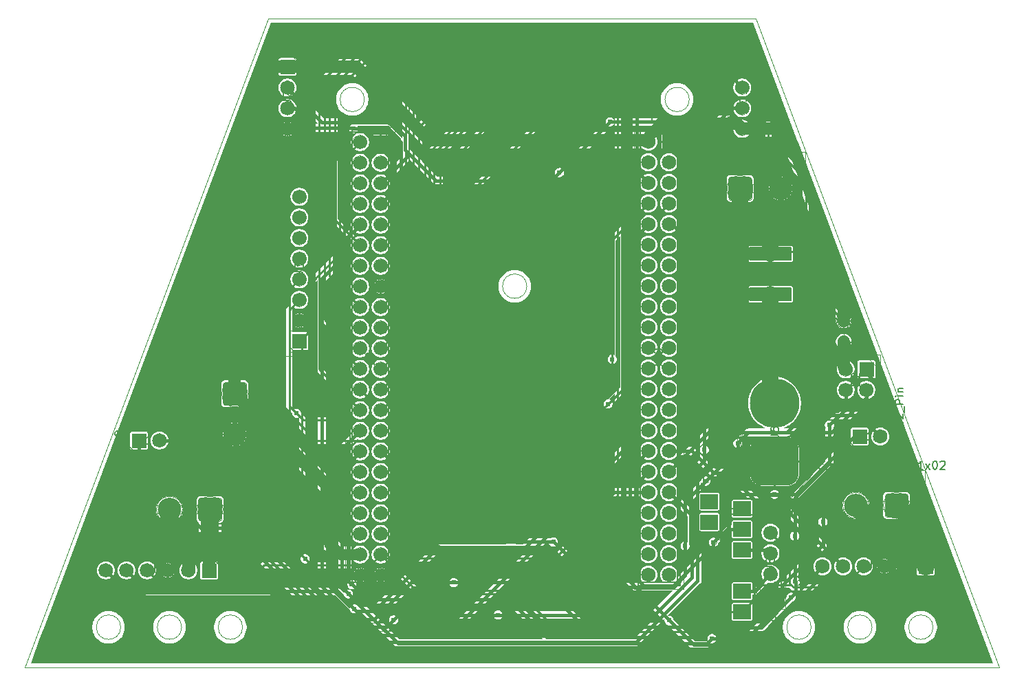
<source format=gbr>
%TF.GenerationSoftware,KiCad,Pcbnew,9.0.7-9.0.7~ubuntu24.04.1*%
%TF.CreationDate,2026-01-30T17:38:25+01:00*%
%TF.ProjectId,SILVER,53494c56-4552-42e6-9b69-6361645f7063,rev?*%
%TF.SameCoordinates,Original*%
%TF.FileFunction,Other,User*%
%FSLAX46Y46*%
G04 Gerber Fmt 4.6, Leading zero omitted, Abs format (unit mm)*
G04 Created by KiCad (PCBNEW 9.0.7-9.0.7~ubuntu24.04.1) date 2026-01-30 17:38:25*
%MOMM*%
%LPD*%
G01*
G04 APERTURE LIST*
G04 Aperture macros list*
%AMRoundRect*
0 Rectangle with rounded corners*
0 $1 Rounding radius*
0 $2 $3 $4 $5 $6 $7 $8 $9 X,Y pos of 4 corners*
0 Add a 4 corners polygon primitive as box body*
4,1,4,$2,$3,$4,$5,$6,$7,$8,$9,$2,$3,0*
0 Add four circle primitives for the rounded corners*
1,1,$1+$1,$2,$3*
1,1,$1+$1,$4,$5*
1,1,$1+$1,$6,$7*
1,1,$1+$1,$8,$9*
0 Add four rect primitives between the rounded corners*
20,1,$1+$1,$2,$3,$4,$5,0*
20,1,$1+$1,$4,$5,$6,$7,0*
20,1,$1+$1,$6,$7,$8,$9,0*
20,1,$1+$1,$8,$9,$2,$3,0*%
G04 Aperture macros list end*
%TA.AperFunction,ComponentPad*%
%ADD10R,1.700000X1.700000*%
%TD*%
%TA.AperFunction,ComponentPad*%
%ADD11C,1.700000*%
%TD*%
%TA.AperFunction,ComponentPad*%
%ADD12RoundRect,1.500000X1.500000X-1.500000X1.500000X1.500000X-1.500000X1.500000X-1.500000X-1.500000X0*%
%TD*%
%TA.AperFunction,ComponentPad*%
%ADD13C,6.000000*%
%TD*%
%TA.AperFunction,ComponentPad*%
%ADD14R,5.000000X1.500000*%
%TD*%
%TA.AperFunction,ComponentPad*%
%ADD15R,2.000000X1.700000*%
%TD*%
%TA.AperFunction,ComponentPad*%
%ADD16C,1.400000*%
%TD*%
%TA.AperFunction,ComponentPad*%
%ADD17RoundRect,0.250001X1.149999X1.149999X-1.149999X1.149999X-1.149999X-1.149999X1.149999X-1.149999X0*%
%TD*%
%TA.AperFunction,ComponentPad*%
%ADD18C,2.800000*%
%TD*%
%TA.AperFunction,ComponentPad*%
%ADD19RoundRect,0.250001X-1.149999X-1.149999X1.149999X-1.149999X1.149999X1.149999X-1.149999X1.149999X0*%
%TD*%
%TA.AperFunction,ComponentPad*%
%ADD20RoundRect,0.250001X-1.149999X1.149999X-1.149999X-1.149999X1.149999X-1.149999X1.149999X1.149999X0*%
%TD*%
%TA.AperFunction,ViaPad*%
%ADD21C,0.610200*%
%TD*%
%TA.AperFunction,ViaPad*%
%ADD22C,0.609600*%
%TD*%
%TA.AperFunction,Conductor*%
%ADD23C,0.254000*%
%TD*%
%TA.AperFunction,Conductor*%
%ADD24C,1.500000*%
%TD*%
%TA.AperFunction,Conductor*%
%ADD25C,0.450000*%
%TD*%
%ADD26R,1.700000X1.700000*%
%ADD27C,1.700000*%
%ADD28RoundRect,1.500000X1.500000X-1.500000X1.500000X1.500000X-1.500000X1.500000X-1.500000X-1.500000X0*%
%ADD29C,6.000000*%
%ADD30RoundRect,0.100000X-2.500000X-0.750000X2.500000X-0.750000X2.500000X0.750000X-2.500000X0.750000X0*%
%ADD31RoundRect,0.101600X1.000000X0.850000X-1.000000X0.850000X-1.000000X-0.850000X1.000000X-0.850000X0*%
%ADD32C,1.400000*%
%ADD33RoundRect,0.250001X1.149999X1.149999X-1.149999X1.149999X-1.149999X-1.149999X1.149999X-1.149999X0*%
%ADD34C,2.800000*%
%ADD35RoundRect,0.250001X-1.149999X-1.149999X1.149999X-1.149999X1.149999X1.149999X-1.149999X1.149999X0*%
%ADD36RoundRect,0.250001X-1.149999X1.149999X-1.149999X-1.149999X1.149999X-1.149999X1.149999X1.149999X0*%
%ADD37C,0.200000*%
%ADD38C,0.047222*%
%ADD39C,0.100000*%
%ADD40C,0.166667*%
%ADD41C,0.100000*%
%TD*%
%ADD42C,0.125000*%
%ADD43C,0.055556*%
%ADD44C,0.038889*%
%ADD45C,0.077778*%
%TA.AperFunction,SMDPad,CuDef*%
%ADD46R,1.000000X2.510000*%
%TD*%
%TA.AperFunction,Conductor*%
%ADD47C,2.242400*%
%TD*%
%TA.AperFunction,Conductor*%
%ADD48C,1.368800*%
%TD*%
%TA.AperFunction,Conductor*%
%ADD49C,2.000000*%
%TD*%
%TA.AperFunction,Conductor*%
%ADD50C,1.600000*%
%TD*%
%TA.AperFunction,Conductor*%
%ADD51C,2.254400*%
%TD*%
%ADD52R,1.000000X2.510000*%
%ADD53C,0.150000*%
%ADD54C,0.203200*%
%ADD55C,0.120000*%
%ADD56C,0.254000*%
%ADD57C,0.050000*%
%ADD58C,0.069722*%
%TA.AperFunction,Profile*%
%ADD59C,0.050000*%
%TD*%
G04 APERTURE END LIST*
D10*
%TO.P,J2,1,Pin_1*%
%TO.N,+5V*%
X172025000Y-76000000D03*
D11*
%TO.P,J2,2,Pin_2*%
%TO.N,E4*%
X172025000Y-78540000D03*
%TO.P,J2,3,Pin_3*%
%TO.N,E6*%
X172025000Y-81080000D03*
%TO.P,J2,4,Pin_4*%
%TO.N,GND*%
X172025000Y-83620000D03*
%TD*%
D10*
%TO.P,J18,1,Pin_1*%
%TO.N,D12*%
X153725000Y-122000000D03*
D11*
%TO.P,J18,2,Pin_2*%
%TO.N,D13*%
X156265000Y-122000000D03*
%TD*%
D10*
%TO.P,J5,1,Pin_1*%
%TO.N,OUTA_R*%
X250580000Y-137500000D03*
D11*
%TO.P,J5,2,M-*%
%TO.N,OUTB_R*%
X248040000Y-137500000D03*
%TO.P,J5,3,Pin_3*%
%TO.N,GND*%
X245500000Y-137500000D03*
%TO.P,J5,4,Pin_4*%
%TO.N,+3.3V*%
X242960000Y-137500000D03*
%TO.P,J5,5,Pin_5*%
%TO.N,C7*%
X240420000Y-137500000D03*
%TO.P,J5,6,Pin_6*%
%TO.N,C6*%
X237880000Y-137500000D03*
%TD*%
D12*
%TO.P,J6,1,-*%
%TO.N,GND*%
X232000000Y-124600000D03*
D13*
%TO.P,J6,2,+*%
%TO.N,Net-(J6-+)*%
X232000000Y-117400000D03*
%TD*%
D10*
%TO.P,J12,1,Pin_1*%
%TO.N,D14*%
X242460000Y-121500000D03*
D11*
%TO.P,J12,2,Pin_2*%
%TO.N,D15*%
X245000000Y-121500000D03*
%TD*%
D14*
%TO.P,SW1,1*%
%TO.N,+12V*%
X231500000Y-99000000D03*
%TO.P,SW1,2*%
%TO.N,Net-(J6-+)*%
X231500000Y-104000000D03*
%TD*%
D15*
%TO.P,J7,201,T_VDD*%
%TO.N,+3.3V*%
X228000000Y-143080000D03*
%TO.P,J7,202,T_JTCK/SWCLK*%
%TO.N,SWCLK*%
X228000000Y-140540000D03*
%TO.P,J7,203,GND*%
%TO.N,GND*%
X228000000Y-138000000D03*
%TO.P,J7,204,T_JTMS/SWDIO*%
%TO.N,SWDIO*%
X228000000Y-135460000D03*
%TO.P,J7,205,T_NRST*%
%TO.N,NR*%
X228000000Y-132920000D03*
%TO.P,J7,206,T_SWO*%
%TO.N,SWO*%
X228000000Y-130380000D03*
%TO.P,J7,207,TX*%
%TO.N,TX*%
X223969000Y-132056400D03*
%TO.P,J7,208,RX*%
%TO.N,RX*%
X223969000Y-129516400D03*
%TD*%
D16*
%TO.P,R1,1*%
%TO.N,+5V*%
X240500000Y-107280000D03*
%TO.P,R1,2*%
%TO.N,Net-(D2-A)*%
X240500000Y-109820000D03*
%TD*%
D10*
%TO.P,J3,1,Pin_1*%
%TO.N,+3.3V*%
X173500000Y-109780000D03*
D11*
%TO.P,J3,2,Pin_2*%
%TO.N,GND*%
X173500000Y-107240000D03*
%TO.P,J3,3,Pin_3*%
%TO.N,B6*%
X173500000Y-104700000D03*
%TO.P,J3,4,Pin_4*%
%TO.N,B7*%
X173500000Y-102160000D03*
%TO.P,J3,5,Pin_5*%
%TO.N,XDA*%
X173500000Y-99620000D03*
%TO.P,J3,6,Pin_6*%
%TO.N,XCL*%
X173500000Y-97080000D03*
%TO.P,J3,7,Pin_7*%
%TO.N,ADD*%
X173500000Y-94540000D03*
%TO.P,J3,8,Pin_8*%
%TO.N,INT*%
X173500000Y-92000000D03*
%TD*%
D10*
%TO.P,J11,1,Pin_1*%
%TO.N,GND*%
X228025000Y-76000000D03*
D11*
%TO.P,J11,2,Pin_2*%
%TO.N,B8*%
X228025000Y-78540000D03*
%TO.P,J11,3,Pin_3*%
%TO.N,E4*%
X228025000Y-81080000D03*
%TO.P,J11,4,Pin_4*%
%TO.N,+5V*%
X228025000Y-83620000D03*
%TD*%
D17*
%TO.P,J16,1,Pin_1*%
%TO.N,OUTA_L*%
X162500000Y-130500000D03*
D18*
%TO.P,J16,2,Pin_2*%
%TO.N,OUTB_L*%
X157500000Y-130500000D03*
%TD*%
D10*
%TO.P,J9,1,Pin_1*%
%TO.N,GND*%
X183500000Y-85240000D03*
D11*
%TO.P,J9,2,Pin_2*%
%TO.N,+3.3V*%
X180960000Y-85240000D03*
%TO.P,J9,3,Pin_3*%
%TO.N,E2*%
X183500000Y-87780000D03*
%TO.P,J9,4,Pin_4*%
%TO.N,E3*%
X180960000Y-87780000D03*
%TO.P,J9,5,Pin_5*%
%TO.N,E4*%
X183500000Y-90320000D03*
%TO.P,J9,6,Pin_6*%
%TO.N,E5*%
X180960000Y-90320000D03*
%TO.P,J9,7,Pin_7*%
%TO.N,E6*%
X183500000Y-92860000D03*
%TO.P,J9,8,Pin_8*%
%TO.N,VB*%
X180960000Y-92860000D03*
%TO.P,J9,9,Pin_9*%
%TO.N,C13*%
X183500000Y-95400000D03*
%TO.P,J9,10,Pin_10*%
%TO.N,NR*%
X180960000Y-95400000D03*
%TO.P,J9,11,Pin_11*%
%TO.N,C0*%
X183500000Y-97940000D03*
%TO.P,J9,12,Pin_12*%
%TO.N,C1*%
X180960000Y-97940000D03*
%TO.P,J9,13,Pin_13*%
%TO.N,C2*%
X183500000Y-100480000D03*
%TO.P,J9,14,Pin_14*%
%TO.N,C3*%
X180960000Y-100480000D03*
%TO.P,J9,15,Pin_15*%
%TO.N,GND*%
X183500000Y-103020000D03*
%TO.P,J9,16,Pin_16*%
%TO.N,V+*%
X180960000Y-103020000D03*
%TO.P,J9,17,Pin_17*%
%TO.N,A0*%
X183500000Y-105560000D03*
%TO.P,J9,18,Pin_18*%
%TO.N,A1*%
X180960000Y-105560000D03*
%TO.P,J9,19,Pin_19*%
%TO.N,A2*%
X183500000Y-108100000D03*
%TO.P,J9,20,Pin_20*%
%TO.N,A3*%
X180960000Y-108100000D03*
%TO.P,J9,21,Pin_21*%
%TO.N,A4*%
X183500000Y-110640000D03*
%TO.P,J9,22,Pin_22*%
%TO.N,A5*%
X180960000Y-110640000D03*
%TO.P,J9,23,Pin_23*%
%TO.N,A6*%
X183500000Y-113180000D03*
%TO.P,J9,24,Pin_24*%
%TO.N,A7*%
X180960000Y-113180000D03*
%TO.P,J9,25,Pin_25*%
%TO.N,C4*%
X183500000Y-115720000D03*
%TO.P,J9,26,Pin_26*%
%TO.N,C5*%
X180960000Y-115720000D03*
%TO.P,J9,27,Pin_27*%
%TO.N,B0*%
X183500000Y-118260000D03*
%TO.P,J9,28,Pin_28*%
%TO.N,B1*%
X180960000Y-118260000D03*
%TO.P,J9,29,Pin_29*%
%TO.N,B2*%
X183500000Y-120800000D03*
%TO.P,J9,30,Pin_30*%
%TO.N,E7*%
X180960000Y-120800000D03*
%TO.P,J9,31,Pin_31*%
%TO.N,E8*%
X183500000Y-123340000D03*
%TO.P,J9,32,Pin_32*%
%TO.N,E9*%
X180960000Y-123340000D03*
%TO.P,J9,33,Pin_33*%
%TO.N,E10*%
X183500000Y-125880000D03*
%TO.P,J9,34,Pin_34*%
%TO.N,E11*%
X180960000Y-125880000D03*
%TO.P,J9,35,Pin_35*%
%TO.N,E12*%
X183500000Y-128420000D03*
%TO.P,J9,36,Pin_36*%
%TO.N,E13*%
X180960000Y-128420000D03*
%TO.P,J9,37,Pin_37*%
%TO.N,E14*%
X183500000Y-130960000D03*
%TO.P,J9,38,Pin_38*%
%TO.N,E15*%
X180960000Y-130960000D03*
%TO.P,J9,39,Pin_39*%
%TO.N,B10*%
X183500000Y-133500000D03*
%TO.P,J9,40,Pin_40*%
%TO.N,B11*%
X180960000Y-133500000D03*
%TO.P,J9,41,Pin_41*%
%TO.N,+3.3V*%
X183500000Y-136040000D03*
%TO.P,J9,42,Pin_42*%
%TO.N,+5V*%
X180960000Y-136040000D03*
%TO.P,J9,43,Pin_43*%
%TO.N,GND*%
X183500000Y-138580000D03*
%TO.P,J9,44,Pin_44*%
X180960000Y-138580000D03*
%TD*%
D19*
%TO.P,J14,1,Pin_1*%
%TO.N,+12V*%
X227750000Y-90967500D03*
D18*
%TO.P,J14,2,Pin_2*%
%TO.N,GND*%
X232750000Y-90967500D03*
%TD*%
D10*
%TO.P,D2,1,R*%
%TO.N,E7*%
X243290000Y-113250000D03*
D11*
%TO.P,D2,2,A*%
%TO.N,Net-(D2-A)*%
X240750000Y-113250000D03*
%TO.P,D2,3,G*%
%TO.N,E8*%
X243290000Y-115790000D03*
%TO.P,D2,4,B*%
%TO.N,E9*%
X240750000Y-115790000D03*
%TD*%
D10*
%TO.P,J8,1,Pin_1*%
%TO.N,GND*%
X231500000Y-141000000D03*
D11*
%TO.P,J8,2,Pin_2*%
%TO.N,SWCLK*%
X231500000Y-138460000D03*
%TO.P,J8,3,Pin_3*%
%TO.N,SWDIO*%
X231500000Y-135920000D03*
%TO.P,J8,4,Pin_4*%
%TO.N,+3.3V*%
X231500000Y-133380000D03*
%TD*%
D10*
%TO.P,J4,1,Pin_1*%
%TO.N,OUTA_L*%
X162350000Y-138000000D03*
D11*
%TO.P,J4,2,Pin_2*%
%TO.N,OUTB_L*%
X159810000Y-138000000D03*
%TO.P,J4,3,Pin_3*%
%TO.N,GND*%
X157270000Y-138000000D03*
%TO.P,J4,4,Pin_4*%
%TO.N,+3.3V*%
X154730000Y-138000000D03*
%TO.P,J4,5,Pin_5*%
%TO.N,B4*%
X152190000Y-138000000D03*
%TO.P,J4,6,Pin_6*%
%TO.N,B5*%
X149650000Y-138000000D03*
%TD*%
D10*
%TO.P,J10,1,Pin_1*%
%TO.N,GND*%
X219000000Y-85200000D03*
D11*
%TO.P,J10,2,Pin_2*%
%TO.N,+5V*%
X216460000Y-85200000D03*
%TO.P,J10,3,Pin_3*%
%TO.N,E1*%
X219000000Y-87740000D03*
%TO.P,J10,4,Pin_4*%
%TO.N,E0*%
X216460000Y-87740000D03*
%TO.P,J10,5,Pin_5*%
%TO.N,B9*%
X219000000Y-90280000D03*
%TO.P,J10,6,Pin_6*%
%TO.N,B8*%
X216460000Y-90280000D03*
%TO.P,J10,7,Pin_7*%
%TO.N,B7*%
X219000000Y-92820000D03*
%TO.P,J10,8,Pin_8*%
%TO.N,B6*%
X216460000Y-92820000D03*
%TO.P,J10,9,Pin_9*%
%TO.N,B5*%
X219000000Y-95360000D03*
%TO.P,J10,10,Pin_10*%
%TO.N,B4*%
X216460000Y-95360000D03*
%TO.P,J10,11,Pin_11*%
%TO.N,B3*%
X219000000Y-97900000D03*
%TO.P,J10,12,Pin_12*%
%TO.N,D7*%
X216460000Y-97900000D03*
%TO.P,J10,13,Pin_13*%
%TO.N,D6*%
X219000000Y-100440000D03*
%TO.P,J10,14,Pin_14*%
%TO.N,D5*%
X216460000Y-100440000D03*
%TO.P,J10,15,Pin_15*%
%TO.N,D4*%
X219000000Y-102980000D03*
%TO.P,J10,16,Pin_16*%
%TO.N,D3*%
X216460000Y-102980000D03*
%TO.P,J10,17,Pin_17*%
%TO.N,D2*%
X219000000Y-105520000D03*
%TO.P,J10,18,Pin_18*%
%TO.N,D1*%
X216460000Y-105520000D03*
%TO.P,J10,19,Pin_19*%
%TO.N,D0*%
X219000000Y-108060000D03*
%TO.P,J10,20,Pin_20*%
%TO.N,C12*%
X216460000Y-108060000D03*
%TO.P,J10,21,Pin_21*%
%TO.N,C11*%
X219000000Y-110600000D03*
%TO.P,J10,22,Pin_22*%
%TO.N,C10*%
X216460000Y-110600000D03*
%TO.P,J10,23,Pin_23*%
%TO.N,A15*%
X219000000Y-113140000D03*
%TO.P,J10,24,Pin_24*%
%TO.N,A12*%
X216460000Y-113140000D03*
%TO.P,J10,25,Pin_25*%
%TO.N,A11*%
X219000000Y-115680000D03*
%TO.P,J10,26,Pin_26*%
%TO.N,A10*%
X216460000Y-115680000D03*
%TO.P,J10,27,Pin_27*%
%TO.N,A9*%
X219000000Y-118220000D03*
%TO.P,J10,28,Pin_28*%
%TO.N,A8*%
X216460000Y-118220000D03*
%TO.P,J10,29,Pin_29*%
%TO.N,C9*%
X219000000Y-120760000D03*
%TO.P,J10,30,Pin_30*%
%TO.N,C8*%
X216460000Y-120760000D03*
%TO.P,J10,31,Pin_31*%
%TO.N,C7*%
X219000000Y-123300000D03*
%TO.P,J10,32,Pin_32*%
%TO.N,C6*%
X216460000Y-123300000D03*
%TO.P,J10,33,Pin_33*%
%TO.N,D15*%
X219000000Y-125840000D03*
%TO.P,J10,34,Pin_34*%
%TO.N,D14*%
X216460000Y-125840000D03*
%TO.P,J10,35,Pin_35*%
%TO.N,D13*%
X219000000Y-128380000D03*
%TO.P,J10,36,Pin_36*%
%TO.N,D12*%
X216460000Y-128380000D03*
%TO.P,J10,37,Pin_37*%
%TO.N,D11*%
X219000000Y-130920000D03*
%TO.P,J10,38,Pin_38*%
%TO.N,D10*%
X216460000Y-130920000D03*
%TO.P,J10,39,Pin_39*%
%TO.N,D9*%
X219000000Y-133460000D03*
%TO.P,J10,40,Pin_40*%
%TO.N,D8*%
X216460000Y-133460000D03*
%TO.P,J10,41,Pin_41*%
%TO.N,B15*%
X219000000Y-136000000D03*
%TO.P,J10,42,Pin_42*%
%TO.N,B14*%
X216460000Y-136000000D03*
%TO.P,J10,43,Pin_43*%
%TO.N,B13*%
X219000000Y-138540000D03*
%TO.P,J10,44,Pin_44*%
%TO.N,B12*%
X216460000Y-138540000D03*
%TD*%
D17*
%TO.P,J15,1,Pin_1*%
%TO.N,OUTA_R*%
X247000000Y-130000000D03*
D18*
%TO.P,J15,2,Pin_2*%
%TO.N,OUTB_R*%
X242000000Y-130000000D03*
%TD*%
D20*
%TO.P,J17,1,Pin_1*%
%TO.N,+5V*%
X165532500Y-116250000D03*
D18*
%TO.P,J17,2,Pin_2*%
%TO.N,GND*%
X165532500Y-121250000D03*
%TD*%
D21*
%TO.N,GND*%
X253976000Y-138037000D03*
X164439000Y-125355000D03*
X232431000Y-148876000D03*
X170974000Y-72988500D03*
X154242000Y-114323000D03*
X186022000Y-122246000D03*
X222264000Y-81325100D03*
X223572000Y-133807000D03*
X199330000Y-113177000D03*
X224439000Y-98507900D03*
X163234000Y-90344500D03*
X170980000Y-126750000D03*
X155794000Y-134322000D03*
X157239000Y-106330000D03*
X214895000Y-120048000D03*
X169549000Y-139492000D03*
X240004000Y-131689000D03*
X244036000Y-111531000D03*
X223894000Y-148876000D03*
X206821000Y-148876000D03*
X240967000Y-148876000D03*
X177550000Y-111870000D03*
X145250000Y-138302000D03*
X199330000Y-121713000D03*
X203821000Y-106452000D03*
X196060000Y-103060000D03*
X217275000Y-74906200D03*
X215358000Y-148876000D03*
X155602000Y-148876000D03*
X228127000Y-126197000D03*
X237840000Y-141523000D03*
X198285000Y-148876000D03*
X147066000Y-148876000D03*
X164139000Y-148876000D03*
X240036000Y-121728000D03*
X224439000Y-115581000D03*
X151245000Y-122316000D03*
X148247000Y-130309000D03*
X228883000Y-71124300D03*
X199255000Y-93501900D03*
X235071000Y-113015000D03*
X166231000Y-82351600D03*
X160237000Y-98337500D03*
X245467000Y-139219000D03*
X189748000Y-148876000D03*
X258040000Y-148876000D03*
X249504000Y-148876000D03*
X250238000Y-128069000D03*
X166184000Y-137744000D03*
X224439000Y-107044000D03*
X172675000Y-148876000D03*
X172504000Y-133402000D03*
X213113000Y-137291000D03*
X181212000Y-148876000D03*
D22*
%TO.N,+5V*%
X231214500Y-83266000D03*
%TO.N,+3.3V*%
X174212000Y-136581200D03*
D21*
%TO.N,E7*%
X237951000Y-132028000D03*
X224292000Y-146406000D03*
X179530000Y-140893000D03*
%TO.N,NR*%
X192500000Y-139500000D03*
%TO.N,E4*%
X205500000Y-89000000D03*
X211749950Y-82749950D03*
%TO.N,E8*%
X220974000Y-135001000D03*
X204755000Y-134502000D03*
X223516000Y-127016000D03*
X227470000Y-122348000D03*
%TO.N,E9*%
X234031000Y-141321000D03*
X179957000Y-139756000D03*
X238751000Y-120093000D03*
X234470000Y-133760000D03*
X234549100Y-139359048D03*
%TO.N,E6*%
X180168600Y-83579100D03*
%TO.N,C6*%
X219001000Y-144158000D03*
%TO.N,B5*%
X223345000Y-123144000D03*
%TO.N,B4*%
X180258000Y-142742000D03*
%TO.N,D14*%
X232000000Y-128640000D03*
X224475000Y-134552000D03*
D22*
%TO.N,B7*%
X211500000Y-117500000D03*
D21*
%TO.N,D13*%
X185096000Y-144096000D03*
X197959000Y-143496000D03*
D22*
%TO.N,B6*%
X173139800Y-118645900D03*
X212014200Y-112000000D03*
%TD*%
D23*
%TO.N,+5V*%
X235822900Y-102602900D02*
X235822900Y-89822900D01*
D24*
X189500000Y-85000000D02*
X180500000Y-76000000D01*
D23*
X240500000Y-107280000D02*
X235822900Y-102602900D01*
X231214500Y-85214500D02*
X231214500Y-83266000D01*
X235822900Y-89822900D02*
X231214500Y-85214500D01*
D24*
X216260000Y-85000000D02*
X189500000Y-85000000D01*
X180500000Y-76000000D02*
X172025000Y-76000000D01*
X216460000Y-85200000D02*
X216260000Y-85000000D01*
D25*
%TO.N,SWCLK*%
X228000000Y-140540000D02*
X229481000Y-140540000D01*
X230555000Y-139466000D02*
X230555000Y-139405000D01*
X230555000Y-139405000D02*
X231500000Y-138460000D01*
X229481000Y-140540000D02*
X230555000Y-139466000D01*
D23*
%TO.N,+3.3V*%
X178484000Y-98983600D02*
X178484000Y-87716400D01*
X173789600Y-109490400D02*
X175121000Y-108159000D01*
X173827300Y-109528100D02*
X173789600Y-109490400D01*
X175121000Y-102347000D02*
X178484000Y-98983600D01*
X174212000Y-136581200D02*
X173827300Y-136196500D01*
X178484000Y-87716400D02*
X180960000Y-85240000D01*
X175121000Y-108159000D02*
X175121000Y-102347000D01*
X173827300Y-136196500D02*
X173827300Y-109528100D01*
X173500000Y-109780000D02*
X173789600Y-109490400D01*
D25*
%TO.N,E7*%
X232992000Y-139802000D02*
X237951000Y-134844000D01*
X224292000Y-146406000D02*
X228606000Y-146406000D01*
X180015000Y-121745000D02*
X178753000Y-123007000D01*
X178753000Y-123007000D02*
X178753000Y-140117000D01*
X237951000Y-134844000D02*
X237951000Y-132028000D01*
X180960000Y-120800000D02*
X180015000Y-121745000D01*
X228606000Y-146406000D02*
X232992000Y-142019000D01*
X179529000Y-140893000D02*
X179530000Y-140893000D01*
X232992000Y-142019000D02*
X232992000Y-139802000D01*
X178753000Y-140117000D02*
X179529000Y-140893000D01*
%TO.N,NR*%
X179234000Y-97126000D02*
X180960000Y-95400000D01*
X192500000Y-139500000D02*
X187231000Y-139500000D01*
X176270000Y-102055500D02*
X179234000Y-99091500D01*
X182731000Y-144000000D02*
X180306000Y-144000000D01*
X179234000Y-99091500D02*
X179234000Y-97126000D01*
X187231000Y-139500000D02*
X182731000Y-144000000D01*
X180306000Y-144000000D02*
X176270000Y-139964000D01*
X176270000Y-139964000D02*
X176270000Y-102055500D01*
%TO.N,E4*%
X204500000Y-90000000D02*
X190329200Y-90000000D01*
X185129000Y-83165500D02*
X185128679Y-83165500D01*
X184758500Y-82795000D02*
X176280600Y-82795000D01*
X186752000Y-86422900D02*
X186752000Y-87068000D01*
X190329200Y-90000000D02*
X187776000Y-87446800D01*
X186500000Y-86170900D02*
X186500000Y-84500000D01*
X205500000Y-89000000D02*
X204500000Y-90000000D01*
X226689000Y-81079500D02*
X228025000Y-81080000D01*
X187776000Y-87446800D02*
X186752000Y-86422900D01*
X186752000Y-86422900D02*
X186500000Y-86170900D01*
X186752000Y-87068000D02*
X183500000Y-90320000D01*
X172970000Y-79484400D02*
X172025000Y-78540000D01*
X186463500Y-84500000D02*
X185129000Y-83165500D01*
X185128679Y-83165500D02*
X184951779Y-82988600D01*
X185129000Y-83165500D02*
X184758500Y-82795000D01*
X225018550Y-82749950D02*
X226689000Y-81079500D01*
X211749950Y-82749950D02*
X225018550Y-82749950D01*
X176280600Y-82795000D02*
X172970000Y-79484400D01*
X186500000Y-84500000D02*
X186463500Y-84500000D01*
%TO.N,E8*%
X227470000Y-123062000D02*
X227470000Y-122348000D01*
X223516000Y-127016000D02*
X227470000Y-123062000D01*
X204755000Y-134502000D02*
X210264000Y-140012000D01*
X220974000Y-138618000D02*
X220974000Y-135001000D01*
X219580000Y-140012000D02*
X220974000Y-138618000D01*
X210264000Y-140012000D02*
X219580000Y-140012000D01*
%TO.N,E9*%
X179950000Y-139756000D02*
X179957000Y-139756000D01*
X234470000Y-129068000D02*
X238751000Y-124786000D01*
X238751000Y-124786000D02*
X238751000Y-120093000D01*
X179476000Y-124824000D02*
X179476000Y-139282000D01*
X234549100Y-139359048D02*
X234583594Y-139393542D01*
X234583594Y-140768406D02*
X234031000Y-141321000D01*
X180960000Y-123340000D02*
X179476000Y-124824000D01*
X179476000Y-139282000D02*
X179950000Y-139756000D01*
X234470000Y-133760000D02*
X234470000Y-129068000D01*
X234583594Y-139393542D02*
X234583594Y-140768406D01*
%TO.N,E6*%
X175274100Y-83500000D02*
X172854100Y-81080000D01*
X172854100Y-81080000D02*
X172025000Y-81080000D01*
X180089500Y-83500000D02*
X175274100Y-83500000D01*
X180168600Y-83579100D02*
X180089500Y-83500000D01*
%TO.N,C6*%
X236935000Y-138445000D02*
X237880000Y-137500000D01*
X222044000Y-147201000D02*
X229288000Y-147201000D01*
X219001000Y-144158000D02*
X222044000Y-147201000D01*
X229288000Y-147201000D02*
X236935000Y-139554000D01*
X236935000Y-139554000D02*
X236935000Y-138445000D01*
%TO.N,D12*%
X159982000Y-129588000D02*
X159982000Y-131478000D01*
X153725000Y-123331000D02*
X159982000Y-129588000D01*
X159982000Y-131478000D02*
X161316000Y-132812000D01*
X153725000Y-122000000D02*
X153725000Y-123331000D01*
X161316000Y-132812000D02*
X165052000Y-132812000D01*
X209371000Y-128380000D02*
X216460000Y-128380000D01*
X191751000Y-146000000D02*
X209371000Y-128380000D01*
X165052000Y-132812000D02*
X178240000Y-146000000D01*
X178240000Y-146000000D02*
X191751000Y-146000000D01*
%TO.N,B5*%
X169796000Y-141500000D02*
X153150000Y-141500000D01*
X222472000Y-125358000D02*
X222472000Y-134024000D01*
X223345000Y-124485000D02*
X222472000Y-125358000D01*
X222472000Y-134024000D02*
X222513000Y-134065000D01*
X153150000Y-141500000D02*
X149650000Y-138000000D01*
X214942000Y-146826000D02*
X175122000Y-146826000D01*
X222513000Y-134065000D02*
X222513000Y-139255000D01*
X222513000Y-139255000D02*
X214942000Y-146826000D01*
X223345000Y-123144000D02*
X223345000Y-124485000D01*
X175122000Y-146826000D02*
X169796000Y-141500000D01*
%TO.N,B4*%
X215515000Y-96304400D02*
X216460000Y-95360000D01*
X180258000Y-142742000D02*
X180516000Y-143000000D01*
X199865000Y-135176000D02*
X199945000Y-135257000D01*
X190477000Y-135257000D02*
X199135000Y-135257000D01*
X201243000Y-135257000D02*
X214000000Y-122500000D01*
X182734000Y-143000000D02*
X190477000Y-135257000D01*
X214000000Y-122500000D02*
X214000000Y-97819200D01*
X214000000Y-97819200D02*
X215515000Y-96304400D01*
X199135000Y-135257000D02*
X199215000Y-135176000D01*
X199215000Y-135176000D02*
X199865000Y-135176000D01*
X199945000Y-135257000D02*
X201243000Y-135257000D01*
X180516000Y-143000000D02*
X182734000Y-143000000D01*
%TO.N,D14*%
X226380000Y-132646000D02*
X224475000Y-134552000D01*
X227164000Y-128640000D02*
X226380000Y-129424000D01*
X232000000Y-128640000D02*
X227164000Y-128640000D01*
X226380000Y-129424000D02*
X226380000Y-132646000D01*
D23*
%TO.N,B7*%
X213393000Y-96684688D02*
X216025688Y-94052000D01*
X211500000Y-117500000D02*
X213393000Y-115607000D01*
X216025688Y-94052000D02*
X217768000Y-94052000D01*
X213393000Y-115607000D02*
X213393000Y-96684688D01*
X217768000Y-94052000D02*
X219000000Y-92820000D01*
D25*
%TO.N,D15*%
X242409000Y-118910000D02*
X235592000Y-118910000D01*
X244055000Y-120556000D02*
X242409000Y-118910000D01*
X223836000Y-121005000D02*
X219945000Y-124896000D01*
X219945000Y-124896000D02*
X219000000Y-125840000D01*
X235592000Y-118910000D02*
X233497000Y-121005000D01*
X233497000Y-121005000D02*
X223836000Y-121005000D01*
X245000000Y-121500000D02*
X244055000Y-120556000D01*
%TO.N,D13*%
X165480000Y-129480000D02*
X158000000Y-122000000D01*
X185096000Y-144096000D02*
X184192000Y-145000000D01*
X221784000Y-134822000D02*
X221752000Y-134790000D01*
X221784000Y-138876000D02*
X221784000Y-134822000D01*
X158000000Y-122000000D02*
X156265000Y-122000000D01*
X221752000Y-134790000D02*
X221752000Y-131133000D01*
X197959000Y-143496000D02*
X217164000Y-143496000D01*
X184192000Y-145000000D02*
X179060000Y-145000000D01*
X217164000Y-143496000D02*
X221784000Y-138876000D01*
X165480000Y-131420000D02*
X165480000Y-129480000D01*
X179060000Y-145000000D02*
X165480000Y-131420000D01*
X221752000Y-131133000D02*
X219945000Y-129325000D01*
X219945000Y-129325000D02*
X219000000Y-128380000D01*
D23*
%TO.N,B6*%
X172248900Y-105951100D02*
X172248900Y-117755000D01*
X212014200Y-112000000D02*
X212000000Y-111985800D01*
X212000000Y-97280000D02*
X216460000Y-92820000D01*
X212000000Y-111985800D02*
X212000000Y-97280000D01*
X172248900Y-117755000D02*
X173139800Y-118645900D01*
X173500000Y-104700000D02*
X172248900Y-105951100D01*
%TD*%
%TA.AperFunction,Conductor*%
%TO.N,GND*%
G36*
X229304894Y-70519558D02*
G01*
X229307576Y-70523723D01*
X258911703Y-149468061D01*
X258911399Y-149477010D01*
X258904856Y-149483124D01*
X258900748Y-149483869D01*
X140424068Y-149483869D01*
X140415795Y-149480442D01*
X140412368Y-149472169D01*
X140413113Y-149468061D01*
X141583698Y-146346500D01*
X142137806Y-144868880D01*
X147999500Y-144868880D01*
X147999500Y-145131119D01*
X148033729Y-145391114D01*
X148101601Y-145644417D01*
X148101605Y-145644428D01*
X148154706Y-145772624D01*
X148201957Y-145886697D01*
X148333076Y-146113803D01*
X148492718Y-146321851D01*
X148678149Y-146507282D01*
X148886197Y-146666924D01*
X149113303Y-146798043D01*
X149355581Y-146898398D01*
X149608884Y-146966270D01*
X149868880Y-147000500D01*
X150131120Y-147000500D01*
X150391116Y-146966270D01*
X150644419Y-146898398D01*
X150886697Y-146798043D01*
X151113803Y-146666924D01*
X151321851Y-146507282D01*
X151507282Y-146321851D01*
X151666924Y-146113803D01*
X151798043Y-145886697D01*
X151898398Y-145644419D01*
X151966270Y-145391116D01*
X152000500Y-145131120D01*
X152000500Y-144868880D01*
X155499500Y-144868880D01*
X155499500Y-145131119D01*
X155533729Y-145391114D01*
X155601601Y-145644417D01*
X155601605Y-145644428D01*
X155654706Y-145772624D01*
X155701957Y-145886697D01*
X155833076Y-146113803D01*
X155992718Y-146321851D01*
X156178149Y-146507282D01*
X156386197Y-146666924D01*
X156613303Y-146798043D01*
X156855581Y-146898398D01*
X157108884Y-146966270D01*
X157368880Y-147000500D01*
X157631120Y-147000500D01*
X157891116Y-146966270D01*
X158144419Y-146898398D01*
X158386697Y-146798043D01*
X158613803Y-146666924D01*
X158821851Y-146507282D01*
X159007282Y-146321851D01*
X159166924Y-146113803D01*
X159298043Y-145886697D01*
X159398398Y-145644419D01*
X159466270Y-145391116D01*
X159500500Y-145131120D01*
X159500500Y-144868880D01*
X162999500Y-144868880D01*
X162999500Y-145131119D01*
X163033729Y-145391114D01*
X163101601Y-145644417D01*
X163101605Y-145644428D01*
X163154706Y-145772624D01*
X163201957Y-145886697D01*
X163333076Y-146113803D01*
X163492718Y-146321851D01*
X163678149Y-146507282D01*
X163886197Y-146666924D01*
X164113303Y-146798043D01*
X164355581Y-146898398D01*
X164608884Y-146966270D01*
X164868880Y-147000500D01*
X165131120Y-147000500D01*
X165391116Y-146966270D01*
X165644419Y-146898398D01*
X165886697Y-146798043D01*
X166113803Y-146666924D01*
X166321851Y-146507282D01*
X166507282Y-146321851D01*
X166666924Y-146113803D01*
X166798043Y-145886697D01*
X166898398Y-145644419D01*
X166966270Y-145391116D01*
X167000500Y-145131120D01*
X167000500Y-144868880D01*
X166966270Y-144608884D01*
X166898398Y-144355581D01*
X166798043Y-144113303D01*
X166666924Y-143886197D01*
X166507282Y-143678149D01*
X166321851Y-143492718D01*
X166113803Y-143333076D01*
X165886697Y-143201957D01*
X165886689Y-143201953D01*
X165886688Y-143201953D01*
X165644428Y-143101605D01*
X165644417Y-143101601D01*
X165391114Y-143033729D01*
X165131120Y-142999500D01*
X164868880Y-142999500D01*
X164608885Y-143033729D01*
X164355582Y-143101601D01*
X164355571Y-143101605D01*
X164113311Y-143201953D01*
X164113306Y-143201955D01*
X164113303Y-143201957D01*
X163886197Y-143333076D01*
X163886196Y-143333076D01*
X163678150Y-143492717D01*
X163678143Y-143492723D01*
X163492723Y-143678143D01*
X163492717Y-143678150D01*
X163333076Y-143886196D01*
X163333076Y-143886197D01*
X163201957Y-144113303D01*
X163201955Y-144113306D01*
X163201953Y-144113311D01*
X163101605Y-144355571D01*
X163101601Y-144355582D01*
X163033729Y-144608885D01*
X162999500Y-144868880D01*
X159500500Y-144868880D01*
X159466270Y-144608884D01*
X159398398Y-144355581D01*
X159298043Y-144113303D01*
X159166924Y-143886197D01*
X159007282Y-143678149D01*
X158821851Y-143492718D01*
X158613803Y-143333076D01*
X158386697Y-143201957D01*
X158386689Y-143201953D01*
X158386688Y-143201953D01*
X158144428Y-143101605D01*
X158144417Y-143101601D01*
X157891114Y-143033729D01*
X157631120Y-142999500D01*
X157368880Y-142999500D01*
X157108885Y-143033729D01*
X156855582Y-143101601D01*
X156855571Y-143101605D01*
X156613311Y-143201953D01*
X156613306Y-143201955D01*
X156613303Y-143201957D01*
X156386197Y-143333076D01*
X156386196Y-143333076D01*
X156178150Y-143492717D01*
X156178143Y-143492723D01*
X155992723Y-143678143D01*
X155992717Y-143678150D01*
X155833076Y-143886196D01*
X155833076Y-143886197D01*
X155701957Y-144113303D01*
X155701955Y-144113306D01*
X155701953Y-144113311D01*
X155601605Y-144355571D01*
X155601601Y-144355582D01*
X155533729Y-144608885D01*
X155499500Y-144868880D01*
X152000500Y-144868880D01*
X151966270Y-144608884D01*
X151898398Y-144355581D01*
X151798043Y-144113303D01*
X151666924Y-143886197D01*
X151507282Y-143678149D01*
X151321851Y-143492718D01*
X151113803Y-143333076D01*
X150886697Y-143201957D01*
X150886689Y-143201953D01*
X150886688Y-143201953D01*
X150644428Y-143101605D01*
X150644417Y-143101601D01*
X150391114Y-143033729D01*
X150131120Y-142999500D01*
X149868880Y-142999500D01*
X149608885Y-143033729D01*
X149355582Y-143101601D01*
X149355571Y-143101605D01*
X149113311Y-143201953D01*
X149113306Y-143201955D01*
X149113303Y-143201957D01*
X148886197Y-143333076D01*
X148886196Y-143333076D01*
X148678150Y-143492717D01*
X148678143Y-143492723D01*
X148492723Y-143678143D01*
X148492717Y-143678150D01*
X148333076Y-143886196D01*
X148333076Y-143886197D01*
X148201957Y-144113303D01*
X148201955Y-144113306D01*
X148201953Y-144113311D01*
X148101605Y-144355571D01*
X148101601Y-144355582D01*
X148033729Y-144608885D01*
X147999500Y-144868880D01*
X142137806Y-144868880D01*
X144746234Y-137913073D01*
X148545500Y-137913073D01*
X148545500Y-138086926D01*
X148572695Y-138258630D01*
X148572699Y-138258646D01*
X148626416Y-138423972D01*
X148626418Y-138423976D01*
X148626420Y-138423981D01*
X148641244Y-138453074D01*
X148705350Y-138578890D01*
X148807527Y-138719523D01*
X148807531Y-138719527D01*
X148807535Y-138719533D01*
X148930467Y-138842465D01*
X148930472Y-138842469D01*
X148930476Y-138842472D01*
X149071109Y-138944649D01*
X149071114Y-138944651D01*
X149071116Y-138944653D01*
X149226019Y-139023580D01*
X149226024Y-139023581D01*
X149226027Y-139023583D01*
X149314127Y-139052208D01*
X149391362Y-139077303D01*
X149399166Y-139078539D01*
X149563073Y-139104500D01*
X149563074Y-139104500D01*
X149736926Y-139104500D01*
X149908638Y-139077303D01*
X150007901Y-139045050D01*
X150016827Y-139045752D01*
X150019788Y-139047904D01*
X152766303Y-141794419D01*
X152766304Y-141794420D01*
X152855580Y-141883696D01*
X152855581Y-141883697D01*
X152855583Y-141883698D01*
X152901788Y-141910375D01*
X152901792Y-141910376D01*
X152964916Y-141946822D01*
X152964920Y-141946824D01*
X153061097Y-141972593D01*
X153086869Y-141979499D01*
X153086871Y-141979500D01*
X153086872Y-141979500D01*
X153086873Y-141979500D01*
X169592539Y-141979500D01*
X169600812Y-141982927D01*
X174737885Y-147120000D01*
X174737906Y-147120023D01*
X174827578Y-147209694D01*
X174827580Y-147209696D01*
X174896898Y-147249716D01*
X174936917Y-147272822D01*
X174936920Y-147272824D01*
X175033097Y-147298593D01*
X175058869Y-147305499D01*
X175058871Y-147305500D01*
X175058872Y-147305500D01*
X215005129Y-147305500D01*
X215005129Y-147305499D01*
X215090848Y-147282531D01*
X215127077Y-147272824D01*
X215127077Y-147272823D01*
X215127080Y-147272823D01*
X215142142Y-147264127D01*
X215236420Y-147209696D01*
X215325696Y-147120420D01*
X215325696Y-147120418D01*
X215326654Y-147119461D01*
X215326658Y-147119456D01*
X218439665Y-144006448D01*
X218447937Y-144003022D01*
X218456210Y-144006449D01*
X218459637Y-144014722D01*
X218459238Y-144017750D01*
X218441400Y-144084324D01*
X218441400Y-144231675D01*
X218479534Y-144373995D01*
X218479536Y-144373998D01*
X218553208Y-144501603D01*
X218657397Y-144605792D01*
X218785002Y-144679464D01*
X218785004Y-144679465D01*
X218827120Y-144690749D01*
X218863043Y-144700374D01*
X218868287Y-144703402D01*
X221659885Y-147495000D01*
X221659906Y-147495023D01*
X221749578Y-147584694D01*
X221749580Y-147584696D01*
X221858920Y-147647823D01*
X221858922Y-147647823D01*
X221858923Y-147647824D01*
X221858921Y-147647824D01*
X221955100Y-147673595D01*
X221980869Y-147680500D01*
X221980870Y-147680501D01*
X221980872Y-147680501D01*
X222107837Y-147680501D01*
X222107853Y-147680500D01*
X229351129Y-147680500D01*
X229351129Y-147680499D01*
X229436848Y-147657531D01*
X229473077Y-147647824D01*
X229473077Y-147647823D01*
X229473080Y-147647823D01*
X229582420Y-147584696D01*
X229671696Y-147495420D01*
X229671696Y-147495418D01*
X229672654Y-147494461D01*
X229672658Y-147494456D01*
X233378871Y-143788242D01*
X233387143Y-143784816D01*
X233395416Y-143788243D01*
X233398843Y-143796516D01*
X233396425Y-143803638D01*
X233333082Y-143886188D01*
X233333077Y-143886196D01*
X233333076Y-143886197D01*
X233201957Y-144113303D01*
X233201955Y-144113306D01*
X233201953Y-144113311D01*
X233101605Y-144355571D01*
X233101601Y-144355582D01*
X233033729Y-144608885D01*
X232999500Y-144868880D01*
X232999500Y-145131119D01*
X233033729Y-145391114D01*
X233101601Y-145644417D01*
X233101605Y-145644428D01*
X233154706Y-145772624D01*
X233201957Y-145886697D01*
X233333076Y-146113803D01*
X233492718Y-146321851D01*
X233678149Y-146507282D01*
X233886197Y-146666924D01*
X234113303Y-146798043D01*
X234355581Y-146898398D01*
X234608884Y-146966270D01*
X234868880Y-147000500D01*
X235131120Y-147000500D01*
X235391116Y-146966270D01*
X235644419Y-146898398D01*
X235886697Y-146798043D01*
X236113803Y-146666924D01*
X236321851Y-146507282D01*
X236507282Y-146321851D01*
X236666924Y-146113803D01*
X236798043Y-145886697D01*
X236898398Y-145644419D01*
X236966270Y-145391116D01*
X237000500Y-145131120D01*
X237000500Y-144868880D01*
X240499500Y-144868880D01*
X240499500Y-145131119D01*
X240533729Y-145391114D01*
X240601601Y-145644417D01*
X240601605Y-145644428D01*
X240654706Y-145772624D01*
X240701957Y-145886697D01*
X240833076Y-146113803D01*
X240992718Y-146321851D01*
X241178149Y-146507282D01*
X241386197Y-146666924D01*
X241613303Y-146798043D01*
X241855581Y-146898398D01*
X242108884Y-146966270D01*
X242368880Y-147000500D01*
X242631120Y-147000500D01*
X242891116Y-146966270D01*
X243144419Y-146898398D01*
X243386697Y-146798043D01*
X243613803Y-146666924D01*
X243821851Y-146507282D01*
X244007282Y-146321851D01*
X244166924Y-146113803D01*
X244298043Y-145886697D01*
X244398398Y-145644419D01*
X244466270Y-145391116D01*
X244500500Y-145131120D01*
X244500500Y-144868880D01*
X247999500Y-144868880D01*
X247999500Y-145131119D01*
X248033729Y-145391114D01*
X248101601Y-145644417D01*
X248101605Y-145644428D01*
X248154706Y-145772624D01*
X248201957Y-145886697D01*
X248333076Y-146113803D01*
X248492718Y-146321851D01*
X248678149Y-146507282D01*
X248886197Y-146666924D01*
X249113303Y-146798043D01*
X249355581Y-146898398D01*
X249608884Y-146966270D01*
X249868880Y-147000500D01*
X250131120Y-147000500D01*
X250391116Y-146966270D01*
X250644419Y-146898398D01*
X250886697Y-146798043D01*
X251113803Y-146666924D01*
X251321851Y-146507282D01*
X251507282Y-146321851D01*
X251666924Y-146113803D01*
X251798043Y-145886697D01*
X251898398Y-145644419D01*
X251966270Y-145391116D01*
X252000500Y-145131120D01*
X252000500Y-144868880D01*
X251966270Y-144608884D01*
X251898398Y-144355581D01*
X251798043Y-144113303D01*
X251666924Y-143886197D01*
X251507282Y-143678149D01*
X251321851Y-143492718D01*
X251113803Y-143333076D01*
X250886697Y-143201957D01*
X250886689Y-143201953D01*
X250886688Y-143201953D01*
X250644428Y-143101605D01*
X250644417Y-143101601D01*
X250391114Y-143033729D01*
X250131120Y-142999500D01*
X249868880Y-142999500D01*
X249608885Y-143033729D01*
X249355582Y-143101601D01*
X249355571Y-143101605D01*
X249113311Y-143201953D01*
X249113306Y-143201955D01*
X249113303Y-143201957D01*
X248886197Y-143333076D01*
X248886196Y-143333076D01*
X248678150Y-143492717D01*
X248678143Y-143492723D01*
X248492723Y-143678143D01*
X248492717Y-143678150D01*
X248333076Y-143886196D01*
X248333076Y-143886197D01*
X248201957Y-144113303D01*
X248201955Y-144113306D01*
X248201953Y-144113311D01*
X248101605Y-144355571D01*
X248101601Y-144355582D01*
X248033729Y-144608885D01*
X247999500Y-144868880D01*
X244500500Y-144868880D01*
X244466270Y-144608884D01*
X244398398Y-144355581D01*
X244298043Y-144113303D01*
X244166924Y-143886197D01*
X244007282Y-143678149D01*
X243821851Y-143492718D01*
X243613803Y-143333076D01*
X243386697Y-143201957D01*
X243386689Y-143201953D01*
X243386688Y-143201953D01*
X243144428Y-143101605D01*
X243144417Y-143101601D01*
X242891114Y-143033729D01*
X242631120Y-142999500D01*
X242368880Y-142999500D01*
X242108885Y-143033729D01*
X241855582Y-143101601D01*
X241855571Y-143101605D01*
X241613311Y-143201953D01*
X241613306Y-143201955D01*
X241613303Y-143201957D01*
X241386197Y-143333076D01*
X241386196Y-143333076D01*
X241178150Y-143492717D01*
X241178143Y-143492723D01*
X240992723Y-143678143D01*
X240992717Y-143678150D01*
X240833076Y-143886196D01*
X240833076Y-143886197D01*
X240701957Y-144113303D01*
X240701955Y-144113306D01*
X240701953Y-144113311D01*
X240601605Y-144355571D01*
X240601601Y-144355582D01*
X240533729Y-144608885D01*
X240499500Y-144868880D01*
X237000500Y-144868880D01*
X236966270Y-144608884D01*
X236898398Y-144355581D01*
X236798043Y-144113303D01*
X236666924Y-143886197D01*
X236507282Y-143678149D01*
X236321851Y-143492718D01*
X236113803Y-143333076D01*
X235886697Y-143201957D01*
X235886689Y-143201953D01*
X235886688Y-143201953D01*
X235644428Y-143101605D01*
X235644417Y-143101601D01*
X235391114Y-143033729D01*
X235131120Y-142999500D01*
X234868880Y-142999500D01*
X234608885Y-143033729D01*
X234355582Y-143101601D01*
X234355571Y-143101605D01*
X234113311Y-143201953D01*
X234113306Y-143201955D01*
X234113303Y-143201957D01*
X233978121Y-143280004D01*
X233886197Y-143333076D01*
X233886188Y-143333082D01*
X233803638Y-143396425D01*
X233794989Y-143398743D01*
X233787234Y-143394265D01*
X233784916Y-143385616D01*
X233788242Y-143378871D01*
X237228456Y-139938658D01*
X237228461Y-139938654D01*
X237229418Y-139937696D01*
X237229420Y-139937696D01*
X237318696Y-139848420D01*
X237381823Y-139739080D01*
X237384571Y-139728823D01*
X237414500Y-139617128D01*
X237414500Y-139490872D01*
X237414500Y-138648460D01*
X237417926Y-138640188D01*
X237510211Y-138547902D01*
X237518483Y-138544476D01*
X237522094Y-138545048D01*
X237621362Y-138577303D01*
X237631344Y-138578884D01*
X237793073Y-138604500D01*
X237793074Y-138604500D01*
X237966926Y-138604500D01*
X238138638Y-138577303D01*
X238303981Y-138523580D01*
X238458884Y-138444653D01*
X238487337Y-138423981D01*
X238554662Y-138375066D01*
X238599533Y-138342465D01*
X238722465Y-138219533D01*
X238819325Y-138086218D01*
X238824649Y-138078890D01*
X238824649Y-138078888D01*
X238824653Y-138078884D01*
X238903580Y-137923981D01*
X238957303Y-137758638D01*
X238984500Y-137586926D01*
X238984500Y-137413074D01*
X238984500Y-137413073D01*
X239315500Y-137413073D01*
X239315500Y-137586926D01*
X239342695Y-137758630D01*
X239342699Y-137758646D01*
X239396416Y-137923972D01*
X239396418Y-137923976D01*
X239396420Y-137923981D01*
X239417792Y-137965925D01*
X239475350Y-138078890D01*
X239577527Y-138219523D01*
X239577531Y-138219527D01*
X239577535Y-138219533D01*
X239700467Y-138342465D01*
X239700472Y-138342469D01*
X239700476Y-138342472D01*
X239841109Y-138444649D01*
X239841114Y-138444651D01*
X239841116Y-138444653D01*
X239996019Y-138523580D01*
X239996024Y-138523581D01*
X239996027Y-138523583D01*
X240135070Y-138568760D01*
X240161362Y-138577303D01*
X240171344Y-138578884D01*
X240333073Y-138604500D01*
X240333074Y-138604500D01*
X240506926Y-138604500D01*
X240678638Y-138577303D01*
X240843981Y-138523580D01*
X240998884Y-138444653D01*
X241027337Y-138423981D01*
X241094662Y-138375066D01*
X241139533Y-138342465D01*
X241262465Y-138219533D01*
X241359325Y-138086218D01*
X241364649Y-138078890D01*
X241364649Y-138078888D01*
X241364653Y-138078884D01*
X241443580Y-137923981D01*
X241497303Y-137758638D01*
X241524500Y-137586926D01*
X241524500Y-137413074D01*
X241524500Y-137413073D01*
X241855500Y-137413073D01*
X241855500Y-137586926D01*
X241882695Y-137758630D01*
X241882699Y-137758646D01*
X241936416Y-137923972D01*
X241936418Y-137923976D01*
X241936420Y-137923981D01*
X241957792Y-137965925D01*
X242015350Y-138078890D01*
X242117527Y-138219523D01*
X242117531Y-138219527D01*
X242117535Y-138219533D01*
X242240467Y-138342465D01*
X242240472Y-138342469D01*
X242240476Y-138342472D01*
X242381109Y-138444649D01*
X242381114Y-138444651D01*
X242381116Y-138444653D01*
X242536019Y-138523580D01*
X242536024Y-138523581D01*
X242536027Y-138523583D01*
X242675070Y-138568760D01*
X242701362Y-138577303D01*
X242711344Y-138578884D01*
X242873073Y-138604500D01*
X242873074Y-138604500D01*
X243046926Y-138604500D01*
X243218638Y-138577303D01*
X243383981Y-138523580D01*
X243538884Y-138444653D01*
X243567337Y-138423981D01*
X243634662Y-138375066D01*
X243679533Y-138342465D01*
X243802465Y-138219533D01*
X243822592Y-138191831D01*
X243904649Y-138078890D01*
X243904649Y-138078888D01*
X243904653Y-138078884D01*
X243983580Y-137923981D01*
X244037303Y-137758638D01*
X244064500Y-137586926D01*
X244064500Y-137413781D01*
X244624600Y-137413781D01*
X244624600Y-137586218D01*
X244658241Y-137755345D01*
X244724229Y-137914656D01*
X244724233Y-137914664D01*
X244796930Y-138023462D01*
X244796931Y-138023462D01*
X245068234Y-137752159D01*
X245099901Y-137807007D01*
X245192993Y-137900099D01*
X245247839Y-137931764D01*
X244976536Y-138203067D01*
X244976536Y-138203068D01*
X245085335Y-138275766D01*
X245085343Y-138275770D01*
X245244654Y-138341758D01*
X245413782Y-138375400D01*
X245586218Y-138375400D01*
X245755345Y-138341758D01*
X245914656Y-138275770D01*
X245914664Y-138275766D01*
X246023462Y-138203068D01*
X246023462Y-138203067D01*
X245752159Y-137931764D01*
X245807007Y-137900099D01*
X245900099Y-137807007D01*
X245931764Y-137752159D01*
X246203067Y-138023462D01*
X246203068Y-138023462D01*
X246275766Y-137914664D01*
X246275770Y-137914656D01*
X246341758Y-137755345D01*
X246375400Y-137586218D01*
X246375400Y-137413781D01*
X246375259Y-137413073D01*
X246935500Y-137413073D01*
X246935500Y-137586926D01*
X246962695Y-137758630D01*
X246962699Y-137758646D01*
X247016416Y-137923972D01*
X247016418Y-137923976D01*
X247016420Y-137923981D01*
X247037792Y-137965925D01*
X247095350Y-138078890D01*
X247197527Y-138219523D01*
X247197531Y-138219527D01*
X247197535Y-138219533D01*
X247320467Y-138342465D01*
X247320472Y-138342469D01*
X247320476Y-138342472D01*
X247461109Y-138444649D01*
X247461114Y-138444651D01*
X247461116Y-138444653D01*
X247616019Y-138523580D01*
X247616024Y-138523581D01*
X247616027Y-138523583D01*
X247755070Y-138568760D01*
X247781362Y-138577303D01*
X247791344Y-138578884D01*
X247953073Y-138604500D01*
X247953074Y-138604500D01*
X248126926Y-138604500D01*
X248298638Y-138577303D01*
X248463981Y-138523580D01*
X248618884Y-138444653D01*
X248647337Y-138423981D01*
X248714662Y-138375066D01*
X248759533Y-138342465D01*
X248882465Y-138219533D01*
X248979325Y-138086218D01*
X248984649Y-138078890D01*
X248984649Y-138078888D01*
X248984653Y-138078884D01*
X249063580Y-137923981D01*
X249117303Y-137758638D01*
X249144500Y-137586926D01*
X249144500Y-137413074D01*
X249117303Y-137241362D01*
X249101587Y-137192993D01*
X249063583Y-137076027D01*
X249063581Y-137076023D01*
X249063580Y-137076019D01*
X248984653Y-136921116D01*
X248984651Y-136921114D01*
X248984649Y-136921109D01*
X248882472Y-136780476D01*
X248882469Y-136780472D01*
X248882465Y-136780467D01*
X248759533Y-136657535D01*
X248759527Y-136657531D01*
X248759523Y-136657527D01*
X248726897Y-136633823D01*
X248714661Y-136624933D01*
X249475500Y-136624933D01*
X249475500Y-138375066D01*
X249490265Y-138449300D01*
X249490266Y-138449301D01*
X249546516Y-138533484D01*
X249630699Y-138589734D01*
X249704933Y-138604500D01*
X251455066Y-138604499D01*
X251529301Y-138589734D01*
X251613484Y-138533484D01*
X251669734Y-138449301D01*
X251684500Y-138375067D01*
X251684499Y-136624934D01*
X251669734Y-136550699D01*
X251613484Y-136466516D01*
X251609690Y-136463981D01*
X251529301Y-136410266D01*
X251524445Y-136409300D01*
X251455067Y-136395500D01*
X251455066Y-136395500D01*
X249704933Y-136395500D01*
X249630699Y-136410265D01*
X249630698Y-136410266D01*
X249546516Y-136466515D01*
X249546515Y-136466516D01*
X249490266Y-136550698D01*
X249475500Y-136624933D01*
X248714661Y-136624933D01*
X248618890Y-136555350D01*
X248604250Y-136547890D01*
X248463981Y-136476420D01*
X248463978Y-136476419D01*
X248463976Y-136476418D01*
X248463972Y-136476416D01*
X248298646Y-136422699D01*
X248298630Y-136422695D01*
X248126927Y-136395500D01*
X248126926Y-136395500D01*
X247953074Y-136395500D01*
X247953073Y-136395500D01*
X247781369Y-136422695D01*
X247781353Y-136422699D01*
X247616027Y-136476416D01*
X247616023Y-136476418D01*
X247461109Y-136555350D01*
X247320476Y-136657527D01*
X247320460Y-136657541D01*
X247197541Y-136780460D01*
X247197527Y-136780476D01*
X247095350Y-136921109D01*
X247016418Y-137076023D01*
X247016416Y-137076027D01*
X246962699Y-137241353D01*
X246962695Y-137241369D01*
X246935500Y-137413073D01*
X246375259Y-137413073D01*
X246341758Y-137244654D01*
X246275770Y-137085343D01*
X246275766Y-137085335D01*
X246203068Y-136976536D01*
X246203067Y-136976536D01*
X245931764Y-137247839D01*
X245900099Y-137192993D01*
X245807007Y-137099901D01*
X245752158Y-137068234D01*
X246023462Y-136796931D01*
X246023462Y-136796930D01*
X245914664Y-136724233D01*
X245914656Y-136724229D01*
X245755345Y-136658241D01*
X245586218Y-136624600D01*
X245413782Y-136624600D01*
X245244654Y-136658241D01*
X245085343Y-136724229D01*
X245085335Y-136724233D01*
X244976536Y-136796930D01*
X244976536Y-136796931D01*
X245247840Y-137068235D01*
X245192993Y-137099901D01*
X245099901Y-137192993D01*
X245068235Y-137247840D01*
X244796931Y-136976536D01*
X244796930Y-136976536D01*
X244724233Y-137085335D01*
X244724229Y-137085343D01*
X244658241Y-137244654D01*
X244624600Y-137413781D01*
X244064500Y-137413781D01*
X244064500Y-137413074D01*
X244037303Y-137241362D01*
X244021587Y-137192993D01*
X243983583Y-137076027D01*
X243983581Y-137076023D01*
X243983580Y-137076019D01*
X243904653Y-136921116D01*
X243904651Y-136921114D01*
X243904649Y-136921109D01*
X243822596Y-136808175D01*
X243802465Y-136780467D01*
X243679533Y-136657535D01*
X243679527Y-136657531D01*
X243679523Y-136657527D01*
X243538890Y-136555350D01*
X243524250Y-136547890D01*
X243383981Y-136476420D01*
X243383978Y-136476419D01*
X243383976Y-136476418D01*
X243383972Y-136476416D01*
X243218646Y-136422699D01*
X243218630Y-136422695D01*
X243046927Y-136395500D01*
X243046926Y-136395500D01*
X242873074Y-136395500D01*
X242873073Y-136395500D01*
X242701369Y-136422695D01*
X242701353Y-136422699D01*
X242536027Y-136476416D01*
X242536023Y-136476418D01*
X242381109Y-136555350D01*
X242240476Y-136657527D01*
X242240460Y-136657541D01*
X242117541Y-136780460D01*
X242117527Y-136780476D01*
X242015350Y-136921109D01*
X241936418Y-137076023D01*
X241936416Y-137076027D01*
X241882699Y-137241353D01*
X241882695Y-137241369D01*
X241855500Y-137413073D01*
X241524500Y-137413073D01*
X241497303Y-137241362D01*
X241481587Y-137192993D01*
X241443583Y-137076027D01*
X241443581Y-137076023D01*
X241443580Y-137076019D01*
X241364653Y-136921116D01*
X241364651Y-136921114D01*
X241364649Y-136921109D01*
X241262472Y-136780476D01*
X241262469Y-136780472D01*
X241262465Y-136780467D01*
X241139533Y-136657535D01*
X241139527Y-136657531D01*
X241139523Y-136657527D01*
X240998890Y-136555350D01*
X240984250Y-136547890D01*
X240843981Y-136476420D01*
X240843978Y-136476419D01*
X240843976Y-136476418D01*
X240843972Y-136476416D01*
X240678646Y-136422699D01*
X240678630Y-136422695D01*
X240506927Y-136395500D01*
X240506926Y-136395500D01*
X240333074Y-136395500D01*
X240333073Y-136395500D01*
X240161369Y-136422695D01*
X240161353Y-136422699D01*
X239996027Y-136476416D01*
X239996023Y-136476418D01*
X239841109Y-136555350D01*
X239700476Y-136657527D01*
X239700460Y-136657541D01*
X239577541Y-136780460D01*
X239577527Y-136780476D01*
X239475350Y-136921109D01*
X239396418Y-137076023D01*
X239396416Y-137076027D01*
X239342699Y-137241353D01*
X239342695Y-137241369D01*
X239315500Y-137413073D01*
X238984500Y-137413073D01*
X238957303Y-137241362D01*
X238941587Y-137192993D01*
X238903583Y-137076027D01*
X238903581Y-137076023D01*
X238903580Y-137076019D01*
X238824653Y-136921116D01*
X238824651Y-136921114D01*
X238824649Y-136921109D01*
X238722472Y-136780476D01*
X238722469Y-136780472D01*
X238722465Y-136780467D01*
X238599533Y-136657535D01*
X238599527Y-136657531D01*
X238599523Y-136657527D01*
X238458890Y-136555350D01*
X238444250Y-136547890D01*
X238303981Y-136476420D01*
X238303978Y-136476419D01*
X238303976Y-136476418D01*
X238303972Y-136476416D01*
X238138646Y-136422699D01*
X238138630Y-136422695D01*
X237966927Y-136395500D01*
X237966926Y-136395500D01*
X237793074Y-136395500D01*
X237793073Y-136395500D01*
X237621369Y-136422695D01*
X237621353Y-136422699D01*
X237456027Y-136476416D01*
X237456023Y-136476418D01*
X237301109Y-136555350D01*
X237160476Y-136657527D01*
X237160460Y-136657541D01*
X237037541Y-136780460D01*
X237037527Y-136780476D01*
X236935350Y-136921109D01*
X236856418Y-137076023D01*
X236856416Y-137076027D01*
X236802699Y-137241353D01*
X236802695Y-137241369D01*
X236775500Y-137413073D01*
X236775500Y-137586926D01*
X236802695Y-137758630D01*
X236802699Y-137758646D01*
X236834949Y-137857900D01*
X236834247Y-137866827D01*
X236832095Y-137869788D01*
X236640582Y-138061302D01*
X236551305Y-138150578D01*
X236551301Y-138150583D01*
X236502965Y-138234304D01*
X236502966Y-138234305D01*
X236488175Y-138259922D01*
X236457324Y-138375066D01*
X236457324Y-138375067D01*
X236455500Y-138381871D01*
X236455500Y-139350539D01*
X236452073Y-139358812D01*
X235083067Y-140727818D01*
X235074794Y-140731245D01*
X235066521Y-140727818D01*
X235063094Y-140719545D01*
X235063094Y-139591118D01*
X235064661Y-139585269D01*
X235070564Y-139575046D01*
X235070932Y-139573675D01*
X235108700Y-139432721D01*
X235108700Y-139285374D01*
X235108699Y-139285372D01*
X235108332Y-139284004D01*
X235088571Y-139210251D01*
X235070565Y-139143052D01*
X235051819Y-139110583D01*
X234996892Y-139015445D01*
X234892703Y-138911256D01*
X234765098Y-138837584D01*
X234765097Y-138837583D01*
X234765094Y-138837582D01*
X234765096Y-138837582D01*
X234681911Y-138815293D01*
X234674806Y-138809842D01*
X234673638Y-138800964D01*
X234676665Y-138795720D01*
X238244796Y-135228308D01*
X238244867Y-135228249D01*
X238290077Y-135183038D01*
X238290078Y-135183037D01*
X238334666Y-135138459D01*
X238334669Y-135138452D01*
X238334673Y-135138449D01*
X238334686Y-135138433D01*
X238334690Y-135138425D01*
X238334696Y-135138420D01*
X238369848Y-135077535D01*
X238397804Y-135029125D01*
X238397806Y-135029117D01*
X238397818Y-135029087D01*
X238397823Y-135029080D01*
X238413931Y-134968961D01*
X238430494Y-134907176D01*
X238430494Y-134907171D01*
X238430500Y-134907127D01*
X238430500Y-134845603D01*
X238430503Y-134815500D01*
X238430507Y-134780921D01*
X238430505Y-134780916D01*
X238430506Y-134780233D01*
X238430500Y-134780124D01*
X238430500Y-132319817D01*
X238432068Y-132313967D01*
X238472463Y-132244000D01*
X238472465Y-132243996D01*
X238498176Y-132148039D01*
X238510600Y-132101673D01*
X238510600Y-131954327D01*
X238485959Y-131862365D01*
X238472465Y-131812004D01*
X238467669Y-131803697D01*
X238398792Y-131684397D01*
X238294603Y-131580208D01*
X238166998Y-131506536D01*
X238166997Y-131506535D01*
X238166994Y-131506534D01*
X238166996Y-131506534D01*
X238024675Y-131468400D01*
X238024673Y-131468400D01*
X237877327Y-131468400D01*
X237877324Y-131468400D01*
X237735004Y-131506534D01*
X237607395Y-131580209D01*
X237503209Y-131684395D01*
X237429534Y-131812004D01*
X237391400Y-131954324D01*
X237391400Y-132101675D01*
X237429534Y-132243996D01*
X237429536Y-132244000D01*
X237469932Y-132313967D01*
X237471500Y-132319817D01*
X237471500Y-134640509D01*
X237468073Y-134648782D01*
X237468072Y-134648783D01*
X232698100Y-139417791D01*
X232698017Y-139417865D01*
X232654305Y-139461579D01*
X232654304Y-139461580D01*
X232608329Y-139507545D01*
X232608307Y-139507572D01*
X232576234Y-139563126D01*
X232576234Y-139563127D01*
X232545191Y-139616881D01*
X232545179Y-139616909D01*
X232529068Y-139677037D01*
X232529068Y-139677038D01*
X232512504Y-139738830D01*
X232512500Y-139738860D01*
X232512500Y-139794421D01*
X232512493Y-139865797D01*
X232512500Y-139865901D01*
X232512500Y-141815570D01*
X232509074Y-141823842D01*
X228410780Y-145923072D01*
X228402507Y-145926500D01*
X224583819Y-145926500D01*
X224577969Y-145924933D01*
X224511725Y-145886688D01*
X224507998Y-145884536D01*
X224507997Y-145884535D01*
X224507994Y-145884534D01*
X224507996Y-145884534D01*
X224365675Y-145846400D01*
X224365673Y-145846400D01*
X224218327Y-145846400D01*
X224218324Y-145846400D01*
X224076004Y-145884534D01*
X223948395Y-145958209D01*
X223844209Y-146062395D01*
X223770534Y-146190004D01*
X223732400Y-146332324D01*
X223732400Y-146479675D01*
X223770534Y-146621995D01*
X223770536Y-146621998D01*
X223815798Y-146700395D01*
X223817851Y-146703950D01*
X223819019Y-146712828D01*
X223813568Y-146719933D01*
X223807718Y-146721500D01*
X222247461Y-146721500D01*
X222239188Y-146718073D01*
X219546402Y-144025287D01*
X219543374Y-144020042D01*
X219542683Y-144017464D01*
X219532358Y-143978927D01*
X219522465Y-143942004D01*
X219490245Y-143886197D01*
X219448792Y-143814397D01*
X219344603Y-143710208D01*
X219216998Y-143636536D01*
X219216997Y-143636535D01*
X219216994Y-143636534D01*
X219216996Y-143636534D01*
X219074675Y-143598400D01*
X219074673Y-143598400D01*
X218927327Y-143598400D01*
X218927324Y-143598400D01*
X218860750Y-143616238D01*
X218851872Y-143615069D01*
X218846421Y-143607965D01*
X218847590Y-143599087D01*
X218849445Y-143596668D01*
X220241180Y-142204933D01*
X226745500Y-142204933D01*
X226745500Y-143955066D01*
X226760265Y-144029300D01*
X226760266Y-144029301D01*
X226797033Y-144084327D01*
X226816516Y-144113484D01*
X226900699Y-144169734D01*
X226974933Y-144184500D01*
X229025066Y-144184499D01*
X229099301Y-144169734D01*
X229183484Y-144113484D01*
X229239734Y-144029301D01*
X229254500Y-143955067D01*
X229254499Y-142204934D01*
X229239734Y-142130699D01*
X229183484Y-142046516D01*
X229099301Y-141990266D01*
X229025067Y-141975500D01*
X229025066Y-141975500D01*
X226974933Y-141975500D01*
X226900699Y-141990265D01*
X226900698Y-141990266D01*
X226816516Y-142046515D01*
X226816515Y-142046516D01*
X226760266Y-142130698D01*
X226745500Y-142204933D01*
X220241180Y-142204933D01*
X222781181Y-139664933D01*
X226745500Y-139664933D01*
X226745500Y-141415066D01*
X226760265Y-141489300D01*
X226760266Y-141489301D01*
X226792136Y-141536998D01*
X226816516Y-141573484D01*
X226900699Y-141629734D01*
X226974933Y-141644500D01*
X229025066Y-141644499D01*
X229099301Y-141629734D01*
X229183484Y-141573484D01*
X229239734Y-141489301D01*
X229254500Y-141415067D01*
X229254500Y-141031200D01*
X229257927Y-141022927D01*
X229266200Y-141019500D01*
X229544129Y-141019500D01*
X229544129Y-141019499D01*
X229629848Y-140996531D01*
X229666077Y-140986824D01*
X229666077Y-140986823D01*
X229666080Y-140986823D01*
X229700981Y-140966673D01*
X229775420Y-140923696D01*
X229864696Y-140834420D01*
X229864696Y-140834418D01*
X229865654Y-140833461D01*
X229865658Y-140833456D01*
X230551614Y-140147500D01*
X230624600Y-140147500D01*
X230624600Y-140873000D01*
X231016392Y-140873000D01*
X231000000Y-140934174D01*
X231000000Y-141065826D01*
X231016392Y-141127000D01*
X230624600Y-141127000D01*
X230624600Y-141852499D01*
X230626073Y-141859911D01*
X230631686Y-141868312D01*
X230631687Y-141868313D01*
X230640088Y-141873926D01*
X230647501Y-141875400D01*
X231373000Y-141875400D01*
X231373000Y-141483608D01*
X231434174Y-141500000D01*
X231565826Y-141500000D01*
X231627000Y-141483608D01*
X231627000Y-141875400D01*
X232352499Y-141875400D01*
X232359911Y-141873926D01*
X232368312Y-141868313D01*
X232368313Y-141868312D01*
X232373926Y-141859911D01*
X232375400Y-141852499D01*
X232375400Y-141127000D01*
X231983608Y-141127000D01*
X232000000Y-141065826D01*
X232000000Y-140934174D01*
X231983608Y-140873000D01*
X232375400Y-140873000D01*
X232375400Y-140147500D01*
X232373926Y-140140088D01*
X232368313Y-140131687D01*
X232368312Y-140131686D01*
X232359911Y-140126073D01*
X232352499Y-140124600D01*
X231627000Y-140124600D01*
X231627000Y-140516391D01*
X231565826Y-140500000D01*
X231434174Y-140500000D01*
X231373000Y-140516391D01*
X231373000Y-140124600D01*
X230647501Y-140124600D01*
X230640088Y-140126073D01*
X230631687Y-140131686D01*
X230631686Y-140131687D01*
X230626073Y-140140088D01*
X230624600Y-140147500D01*
X230551614Y-140147500D01*
X230848456Y-139850658D01*
X230848461Y-139850654D01*
X230849418Y-139849696D01*
X230849420Y-139849696D01*
X230938696Y-139760420D01*
X230983783Y-139682327D01*
X231001823Y-139651081D01*
X231006425Y-139633902D01*
X231009450Y-139628663D01*
X231130211Y-139507902D01*
X231138483Y-139504476D01*
X231142094Y-139505048D01*
X231241362Y-139537303D01*
X231311253Y-139548372D01*
X231413073Y-139564500D01*
X231413074Y-139564500D01*
X231586926Y-139564500D01*
X231758638Y-139537303D01*
X231923981Y-139483580D01*
X232078884Y-139404653D01*
X232109414Y-139382472D01*
X232219523Y-139302472D01*
X232219533Y-139302465D01*
X232342465Y-139179533D01*
X232412321Y-139083385D01*
X232444649Y-139038890D01*
X232444649Y-139038888D01*
X232444653Y-139038884D01*
X232523580Y-138883981D01*
X232577303Y-138718638D01*
X232604500Y-138546926D01*
X232604500Y-138373074D01*
X232602096Y-138357899D01*
X232577304Y-138201369D01*
X232577303Y-138201362D01*
X232560802Y-138150578D01*
X232523583Y-138036027D01*
X232523581Y-138036023D01*
X232523580Y-138036019D01*
X232444653Y-137881116D01*
X232444651Y-137881114D01*
X232444649Y-137881109D01*
X232342472Y-137740476D01*
X232342469Y-137740472D01*
X232342465Y-137740467D01*
X232219533Y-137617535D01*
X232219527Y-137617531D01*
X232219523Y-137617527D01*
X232078890Y-137515350D01*
X231975556Y-137462699D01*
X231923981Y-137436420D01*
X231923978Y-137436419D01*
X231923976Y-137436418D01*
X231923972Y-137436416D01*
X231758646Y-137382699D01*
X231758630Y-137382695D01*
X231586927Y-137355500D01*
X231586926Y-137355500D01*
X231413074Y-137355500D01*
X231413073Y-137355500D01*
X231241369Y-137382695D01*
X231241353Y-137382699D01*
X231076027Y-137436416D01*
X231076023Y-137436418D01*
X230921109Y-137515350D01*
X230780476Y-137617527D01*
X230780460Y-137617541D01*
X230657541Y-137740460D01*
X230657527Y-137740476D01*
X230555350Y-137881109D01*
X230476418Y-138036023D01*
X230476416Y-138036027D01*
X230422699Y-138201353D01*
X230422695Y-138201369D01*
X230395500Y-138373073D01*
X230395500Y-138546926D01*
X230422695Y-138718630D01*
X230422699Y-138718646D01*
X230454949Y-138817900D01*
X230454247Y-138826827D01*
X230452095Y-138829788D01*
X230260582Y-139021302D01*
X230171305Y-139110578D01*
X230171301Y-139110583D01*
X230121755Y-139196399D01*
X230121756Y-139196400D01*
X230108175Y-139219922D01*
X230103575Y-139237091D01*
X230100547Y-139242336D01*
X229285812Y-140057073D01*
X229277539Y-140060500D01*
X229266199Y-140060500D01*
X229257926Y-140057073D01*
X229254499Y-140048800D01*
X229254499Y-139664933D01*
X229239734Y-139590699D01*
X229239733Y-139590698D01*
X229229273Y-139575044D01*
X229183484Y-139506516D01*
X229161382Y-139491748D01*
X229099301Y-139450266D01*
X229048077Y-139440077D01*
X229025067Y-139435500D01*
X229025066Y-139435500D01*
X226974933Y-139435500D01*
X226900699Y-139450265D01*
X226900698Y-139450266D01*
X226816516Y-139506515D01*
X226816515Y-139506516D01*
X226760266Y-139590698D01*
X226745500Y-139664933D01*
X222781181Y-139664933D01*
X222806456Y-139639658D01*
X222806461Y-139639654D01*
X222807418Y-139638696D01*
X222807420Y-139638696D01*
X222896696Y-139549420D01*
X222959823Y-139440080D01*
X222961795Y-139432721D01*
X222992500Y-139318130D01*
X222992501Y-139318130D01*
X222992501Y-139191155D01*
X222992500Y-139191146D01*
X222992500Y-137147500D01*
X226974600Y-137147500D01*
X226974600Y-137873000D01*
X227516392Y-137873000D01*
X227500000Y-137934174D01*
X227500000Y-138065826D01*
X227516392Y-138127000D01*
X226974600Y-138127000D01*
X226974600Y-138852499D01*
X226976073Y-138859911D01*
X226981686Y-138868312D01*
X226981687Y-138868313D01*
X226990088Y-138873926D01*
X226997501Y-138875400D01*
X227873000Y-138875400D01*
X227873000Y-138483608D01*
X227934174Y-138500000D01*
X228065826Y-138500000D01*
X228127000Y-138483608D01*
X228127000Y-138875400D01*
X229002499Y-138875400D01*
X229009911Y-138873926D01*
X229018312Y-138868313D01*
X229018313Y-138868312D01*
X229023926Y-138859911D01*
X229025400Y-138852499D01*
X229025400Y-138127000D01*
X228483608Y-138127000D01*
X228500000Y-138065826D01*
X228500000Y-137934174D01*
X228483608Y-137873000D01*
X229025400Y-137873000D01*
X229025400Y-137147500D01*
X229023926Y-137140088D01*
X229018313Y-137131687D01*
X229018312Y-137131686D01*
X229009911Y-137126073D01*
X229002499Y-137124600D01*
X228127000Y-137124600D01*
X228127000Y-137516391D01*
X228065826Y-137500000D01*
X227934174Y-137500000D01*
X227873000Y-137516391D01*
X227873000Y-137124600D01*
X226997501Y-137124600D01*
X226990088Y-137126073D01*
X226981687Y-137131686D01*
X226981686Y-137131687D01*
X226976073Y-137140088D01*
X226974600Y-137147500D01*
X222992500Y-137147500D01*
X222992500Y-134478324D01*
X223915400Y-134478324D01*
X223915400Y-134625675D01*
X223953534Y-134767995D01*
X223958117Y-134775933D01*
X224027208Y-134895603D01*
X224131397Y-134999792D01*
X224259002Y-135073464D01*
X224259004Y-135073464D01*
X224259005Y-135073465D01*
X224259003Y-135073465D01*
X224340681Y-135095350D01*
X224401324Y-135111599D01*
X224401326Y-135111600D01*
X224401327Y-135111600D01*
X224548674Y-135111600D01*
X224548674Y-135111599D01*
X224648713Y-135084794D01*
X224690995Y-135073465D01*
X224690995Y-135073464D01*
X224690998Y-135073464D01*
X224818603Y-134999792D01*
X224922792Y-134895603D01*
X224996464Y-134767998D01*
X224998222Y-134761439D01*
X225011133Y-134713249D01*
X225017414Y-134689807D01*
X225020438Y-134684566D01*
X225120019Y-134584933D01*
X226745500Y-134584933D01*
X226745500Y-136335066D01*
X226760265Y-136409300D01*
X226760266Y-136409301D01*
X226805112Y-136476418D01*
X226816516Y-136493484D01*
X226900699Y-136549734D01*
X226974933Y-136564500D01*
X229025066Y-136564499D01*
X229099301Y-136549734D01*
X229183484Y-136493484D01*
X229239734Y-136409301D01*
X229254500Y-136335067D01*
X229254499Y-135833073D01*
X230395500Y-135833073D01*
X230395500Y-136006926D01*
X230422695Y-136178630D01*
X230422699Y-136178646D01*
X230476416Y-136343972D01*
X230476418Y-136343976D01*
X230476420Y-136343981D01*
X230537563Y-136463981D01*
X230555350Y-136498890D01*
X230657527Y-136639523D01*
X230657531Y-136639527D01*
X230657535Y-136639533D01*
X230780467Y-136762465D01*
X230780472Y-136762469D01*
X230780476Y-136762472D01*
X230921109Y-136864649D01*
X230921114Y-136864651D01*
X230921116Y-136864653D01*
X231076019Y-136943580D01*
X231076024Y-136943581D01*
X231076027Y-136943583D01*
X231202417Y-136984649D01*
X231241362Y-136997303D01*
X231258390Y-137000000D01*
X231413073Y-137024500D01*
X231413074Y-137024500D01*
X231586926Y-137024500D01*
X231758638Y-136997303D01*
X231923981Y-136943580D01*
X232078884Y-136864653D01*
X232109414Y-136842472D01*
X232219523Y-136762472D01*
X232219533Y-136762465D01*
X232342465Y-136639533D01*
X232413409Y-136541888D01*
X232444649Y-136498890D01*
X232444649Y-136498888D01*
X232444653Y-136498884D01*
X232523580Y-136343981D01*
X232577303Y-136178638D01*
X232604500Y-136006926D01*
X232604500Y-135833074D01*
X232596309Y-135781362D01*
X232584028Y-135703821D01*
X232577303Y-135661362D01*
X232549575Y-135576023D01*
X232523583Y-135496027D01*
X232523581Y-135496023D01*
X232523580Y-135496019D01*
X232444653Y-135341116D01*
X232444651Y-135341114D01*
X232444649Y-135341109D01*
X232342472Y-135200476D01*
X232342469Y-135200472D01*
X232342465Y-135200467D01*
X232219533Y-135077535D01*
X232219527Y-135077531D01*
X232219523Y-135077527D01*
X232078890Y-134975350D01*
X232028729Y-134949792D01*
X231923981Y-134896420D01*
X231923978Y-134896419D01*
X231923976Y-134896418D01*
X231923972Y-134896416D01*
X231758646Y-134842699D01*
X231758630Y-134842695D01*
X231586927Y-134815500D01*
X231586926Y-134815500D01*
X231413074Y-134815500D01*
X231413073Y-134815500D01*
X231241369Y-134842695D01*
X231241353Y-134842699D01*
X231076027Y-134896416D01*
X231076023Y-134896418D01*
X230921109Y-134975350D01*
X230780476Y-135077527D01*
X230780460Y-135077541D01*
X230657541Y-135200460D01*
X230657527Y-135200476D01*
X230555350Y-135341109D01*
X230476418Y-135496023D01*
X230476416Y-135496027D01*
X230422699Y-135661353D01*
X230422695Y-135661369D01*
X230395500Y-135833073D01*
X229254499Y-135833073D01*
X229254499Y-135421116D01*
X229254499Y-134584933D01*
X229239734Y-134510699D01*
X229239733Y-134510698D01*
X229183484Y-134426516D01*
X229183483Y-134426515D01*
X229099301Y-134370266D01*
X229068267Y-134364093D01*
X229025067Y-134355500D01*
X229025066Y-134355500D01*
X226974933Y-134355500D01*
X226900699Y-134370265D01*
X226900698Y-134370266D01*
X226816516Y-134426515D01*
X226816515Y-134426516D01*
X226760266Y-134510698D01*
X226745500Y-134584933D01*
X225120019Y-134584933D01*
X226718058Y-132986057D01*
X226725529Y-132978585D01*
X226733799Y-132975160D01*
X226742073Y-132978586D01*
X226745500Y-132986859D01*
X226745500Y-133795066D01*
X226760265Y-133869300D01*
X226760266Y-133869301D01*
X226816516Y-133953484D01*
X226900699Y-134009734D01*
X226974933Y-134024500D01*
X229025066Y-134024499D01*
X229099301Y-134009734D01*
X229183484Y-133953484D01*
X229239734Y-133869301D01*
X229254500Y-133795067D01*
X229254499Y-133293073D01*
X230395500Y-133293073D01*
X230395500Y-133466926D01*
X230422695Y-133638630D01*
X230422699Y-133638646D01*
X230476416Y-133803972D01*
X230476418Y-133803976D01*
X230476420Y-133803981D01*
X230537563Y-133923981D01*
X230555350Y-133958890D01*
X230657527Y-134099523D01*
X230657531Y-134099527D01*
X230657535Y-134099533D01*
X230780467Y-134222465D01*
X230780472Y-134222469D01*
X230780476Y-134222472D01*
X230921109Y-134324649D01*
X230921114Y-134324651D01*
X230921116Y-134324653D01*
X231076019Y-134403580D01*
X231076024Y-134403581D01*
X231076027Y-134403583D01*
X231192417Y-134441400D01*
X231241362Y-134457303D01*
X231311253Y-134468372D01*
X231413073Y-134484500D01*
X231413074Y-134484500D01*
X231586926Y-134484500D01*
X231758638Y-134457303D01*
X231923981Y-134403580D01*
X232078884Y-134324653D01*
X232085841Y-134319599D01*
X232219523Y-134222472D01*
X232219533Y-134222465D01*
X232342465Y-134099533D01*
X232413422Y-134001870D01*
X232444649Y-133958890D01*
X232444649Y-133958888D01*
X232444653Y-133958884D01*
X232523580Y-133803981D01*
X232538313Y-133758638D01*
X232561809Y-133686324D01*
X233910400Y-133686324D01*
X233910400Y-133833675D01*
X233948534Y-133975995D01*
X233948536Y-133975998D01*
X234022208Y-134103603D01*
X234126397Y-134207792D01*
X234254002Y-134281464D01*
X234254004Y-134281464D01*
X234254005Y-134281465D01*
X234254003Y-134281465D01*
X234366248Y-134311540D01*
X234396324Y-134319599D01*
X234396326Y-134319600D01*
X234396327Y-134319600D01*
X234543674Y-134319600D01*
X234543674Y-134319599D01*
X234669062Y-134286002D01*
X234685995Y-134281465D01*
X234685995Y-134281464D01*
X234685998Y-134281464D01*
X234813603Y-134207792D01*
X234917792Y-134103603D01*
X234991464Y-133975998D01*
X235029600Y-133833673D01*
X235029600Y-133686327D01*
X235016820Y-133638630D01*
X234991465Y-133544004D01*
X234951067Y-133474031D01*
X234949500Y-133468181D01*
X234949500Y-129869787D01*
X240345500Y-129869787D01*
X240345500Y-130130212D01*
X240386237Y-130387422D01*
X240386240Y-130387434D01*
X240465899Y-130632599D01*
X240466715Y-130635108D01*
X240500477Y-130701369D01*
X240584948Y-130867153D01*
X240738010Y-131077824D01*
X240738014Y-131077828D01*
X240738018Y-131077834D01*
X240922166Y-131261982D01*
X240922171Y-131261986D01*
X240922175Y-131261989D01*
X241132846Y-131415051D01*
X241132851Y-131415053D01*
X241132853Y-131415055D01*
X241364892Y-131533285D01*
X241612570Y-131613761D01*
X241717248Y-131630340D01*
X241869787Y-131654500D01*
X241869788Y-131654500D01*
X242130212Y-131654500D01*
X242387430Y-131613761D01*
X242635108Y-131533285D01*
X242867147Y-131415055D01*
X242869310Y-131413484D01*
X243053881Y-131279385D01*
X243077834Y-131261982D01*
X243261982Y-131077834D01*
X243400319Y-130887430D01*
X243415051Y-130867153D01*
X243415051Y-130867151D01*
X243415055Y-130867147D01*
X243533285Y-130635108D01*
X243613761Y-130387430D01*
X243654500Y-130130212D01*
X243654500Y-129869788D01*
X243613761Y-129612570D01*
X243533285Y-129364892D01*
X243415055Y-129132853D01*
X243415053Y-129132851D01*
X243415051Y-129132846D01*
X243261989Y-128922175D01*
X243261986Y-128922171D01*
X243261982Y-128922166D01*
X243141562Y-128801746D01*
X245345500Y-128801746D01*
X245345500Y-131198253D01*
X245351959Y-131258339D01*
X245351960Y-131258342D01*
X245402657Y-131394267D01*
X245422989Y-131421427D01*
X245489596Y-131510404D01*
X245530639Y-131541128D01*
X245605732Y-131597342D01*
X245686587Y-131627499D01*
X245741659Y-131648040D01*
X245801746Y-131654500D01*
X245801755Y-131654500D01*
X248198245Y-131654500D01*
X248198254Y-131654500D01*
X248258341Y-131648040D01*
X248394267Y-131597342D01*
X248510404Y-131510404D01*
X248597342Y-131394267D01*
X248648040Y-131258341D01*
X248654500Y-131198254D01*
X248654500Y-128801746D01*
X248648040Y-128741659D01*
X248609618Y-128638646D01*
X248597342Y-128605732D01*
X248560122Y-128556013D01*
X248510404Y-128489596D01*
X248460684Y-128452376D01*
X248394267Y-128402657D01*
X248258342Y-128351960D01*
X248258339Y-128351959D01*
X248205491Y-128346278D01*
X248198254Y-128345500D01*
X245801746Y-128345500D01*
X245741660Y-128351959D01*
X245741657Y-128351960D01*
X245605732Y-128402657D01*
X245489596Y-128489596D01*
X245402657Y-128605732D01*
X245351960Y-128741657D01*
X245351959Y-128741660D01*
X245345500Y-128801746D01*
X243141562Y-128801746D01*
X243077834Y-128738018D01*
X243077828Y-128738014D01*
X243077824Y-128738010D01*
X242867153Y-128584948D01*
X242680014Y-128489596D01*
X242635108Y-128466715D01*
X242635105Y-128466714D01*
X242635103Y-128466713D01*
X242387434Y-128386240D01*
X242387422Y-128386237D01*
X242130213Y-128345500D01*
X242130212Y-128345500D01*
X241869788Y-128345500D01*
X241869787Y-128345500D01*
X241612577Y-128386237D01*
X241612565Y-128386240D01*
X241364896Y-128466713D01*
X241132846Y-128584948D01*
X240922175Y-128738010D01*
X240922159Y-128738024D01*
X240738024Y-128922159D01*
X240738010Y-128922175D01*
X240584948Y-129132846D01*
X240548540Y-129204302D01*
X240468765Y-129360870D01*
X240466716Y-129364891D01*
X240466713Y-129364896D01*
X240386240Y-129612565D01*
X240386237Y-129612577D01*
X240345500Y-129869787D01*
X234949500Y-129869787D01*
X234949500Y-129271427D01*
X234952926Y-129263155D01*
X234977154Y-129238922D01*
X239089616Y-125125500D01*
X239134696Y-125080420D01*
X239134697Y-125080417D01*
X239134699Y-125080416D01*
X239134724Y-125080384D01*
X239144424Y-125063578D01*
X239163580Y-125030390D01*
X239197823Y-124971080D01*
X239197833Y-124971062D01*
X239197840Y-124971033D01*
X239197844Y-124971028D01*
X239214565Y-124908593D01*
X239230500Y-124849127D01*
X239230500Y-124849124D01*
X239230501Y-124849117D01*
X239230505Y-124849082D01*
X239230508Y-124849072D01*
X239230500Y-124779420D01*
X239230500Y-120384817D01*
X239232068Y-120378967D01*
X239272463Y-120309000D01*
X239272465Y-120308996D01*
X239296993Y-120217453D01*
X239310600Y-120166673D01*
X239310600Y-120019327D01*
X239299269Y-119977042D01*
X239272465Y-119877004D01*
X239259963Y-119855350D01*
X239198792Y-119749397D01*
X239094603Y-119645208D01*
X238966998Y-119571536D01*
X238966997Y-119571535D01*
X238966994Y-119571534D01*
X238966996Y-119571534D01*
X238824675Y-119533400D01*
X238824673Y-119533400D01*
X238677327Y-119533400D01*
X238677324Y-119533400D01*
X238535004Y-119571534D01*
X238407395Y-119645209D01*
X238303209Y-119749395D01*
X238229534Y-119877004D01*
X238191400Y-120019324D01*
X238191400Y-120166675D01*
X238229534Y-120308996D01*
X238229536Y-120309000D01*
X238269932Y-120378967D01*
X238271500Y-120384817D01*
X238271500Y-124582571D01*
X238268074Y-124590843D01*
X234133355Y-128726528D01*
X234086298Y-128773585D01*
X234086277Y-128773612D01*
X234056570Y-128825080D01*
X234056570Y-128825081D01*
X234036699Y-128859500D01*
X234023172Y-128882929D01*
X234023155Y-128882969D01*
X234005356Y-128949426D01*
X234005355Y-128949427D01*
X233990497Y-129004878D01*
X233990492Y-129004923D01*
X233990500Y-129072264D01*
X233990500Y-133468181D01*
X233988933Y-133474031D01*
X233948534Y-133544004D01*
X233910400Y-133686324D01*
X232561809Y-133686324D01*
X232563232Y-133681945D01*
X232577300Y-133638646D01*
X232577303Y-133638638D01*
X232604500Y-133466926D01*
X232604500Y-133293074D01*
X232596309Y-133241362D01*
X232583565Y-133160899D01*
X232577303Y-133121362D01*
X232549575Y-133036023D01*
X232523583Y-132956027D01*
X232523581Y-132956023D01*
X232523580Y-132956019D01*
X232444653Y-132801116D01*
X232444651Y-132801114D01*
X232444649Y-132801109D01*
X232342472Y-132660476D01*
X232342469Y-132660472D01*
X232342465Y-132660467D01*
X232219533Y-132537535D01*
X232219527Y-132537531D01*
X232219523Y-132537527D01*
X232078890Y-132435350D01*
X232054053Y-132422695D01*
X231923981Y-132356420D01*
X231923978Y-132356419D01*
X231923976Y-132356418D01*
X231923972Y-132356416D01*
X231758646Y-132302699D01*
X231758630Y-132302695D01*
X231586927Y-132275500D01*
X231586926Y-132275500D01*
X231413074Y-132275500D01*
X231413073Y-132275500D01*
X231241369Y-132302695D01*
X231241353Y-132302699D01*
X231076027Y-132356416D01*
X231076023Y-132356418D01*
X230921109Y-132435350D01*
X230780476Y-132537527D01*
X230780460Y-132537541D01*
X230657541Y-132660460D01*
X230657527Y-132660476D01*
X230555350Y-132801109D01*
X230476418Y-132956023D01*
X230476416Y-132956027D01*
X230422699Y-133121353D01*
X230422695Y-133121369D01*
X230395500Y-133293073D01*
X229254499Y-133293073D01*
X229254499Y-132881116D01*
X229254499Y-132044933D01*
X229239734Y-131970699D01*
X229239733Y-131970698D01*
X229183484Y-131886516D01*
X229183483Y-131886515D01*
X229099301Y-131830266D01*
X229099296Y-131830265D01*
X229025067Y-131815500D01*
X229025066Y-131815500D01*
X226974933Y-131815500D01*
X226900699Y-131830265D01*
X226900698Y-131830266D01*
X226877700Y-131845633D01*
X226868917Y-131847380D01*
X226861472Y-131842405D01*
X226859500Y-131835905D01*
X226859500Y-131464094D01*
X226862927Y-131455821D01*
X226871200Y-131452394D01*
X226877699Y-131454365D01*
X226900699Y-131469734D01*
X226974933Y-131484500D01*
X229025066Y-131484499D01*
X229099301Y-131469734D01*
X229183484Y-131413484D01*
X229239734Y-131329301D01*
X229254500Y-131255067D01*
X229254499Y-129504934D01*
X229252981Y-129497304D01*
X229239734Y-129430699D01*
X229239733Y-129430698D01*
X229237865Y-129427903D01*
X229183484Y-129346516D01*
X229099301Y-129290266D01*
X229025067Y-129275500D01*
X229025066Y-129275500D01*
X227234860Y-129275500D01*
X227226587Y-129272073D01*
X227223160Y-129263800D01*
X227226587Y-129255527D01*
X227359188Y-129122927D01*
X227367461Y-129119500D01*
X231708181Y-129119500D01*
X231714031Y-129121067D01*
X231784002Y-129161464D01*
X231784004Y-129161464D01*
X231784005Y-129161465D01*
X231784003Y-129161465D01*
X231896248Y-129191540D01*
X231926324Y-129199599D01*
X231926326Y-129199600D01*
X231926327Y-129199600D01*
X232073674Y-129199600D01*
X232073674Y-129199599D01*
X232173713Y-129172794D01*
X232215995Y-129161465D01*
X232215995Y-129161464D01*
X232215998Y-129161464D01*
X232343603Y-129087792D01*
X232447792Y-128983603D01*
X232521464Y-128855998D01*
X232524687Y-128843972D01*
X232543541Y-128773606D01*
X232559600Y-128713673D01*
X232559600Y-128566327D01*
X232548269Y-128524042D01*
X232521465Y-128424004D01*
X232509141Y-128402658D01*
X232447792Y-128296397D01*
X232343603Y-128192208D01*
X232215998Y-128118536D01*
X232215997Y-128118535D01*
X232215994Y-128118534D01*
X232215996Y-128118534D01*
X232073675Y-128080400D01*
X232073673Y-128080400D01*
X231926327Y-128080400D01*
X231926324Y-128080400D01*
X231784004Y-128118534D01*
X231714031Y-128158933D01*
X231708181Y-128160500D01*
X227100869Y-128160500D01*
X226978920Y-128193175D01*
X226978916Y-128193177D01*
X226938898Y-128216283D01*
X226878865Y-128250943D01*
X226869578Y-128256305D01*
X225996305Y-129129578D01*
X225933175Y-129238922D01*
X225900500Y-129360870D01*
X225900500Y-132442613D01*
X225897075Y-132450884D01*
X224342141Y-134006633D01*
X224336894Y-134009663D01*
X224259004Y-134030534D01*
X224131395Y-134104209D01*
X224027209Y-134208395D01*
X223953534Y-134336004D01*
X223915400Y-134478324D01*
X222992500Y-134478324D01*
X222992500Y-134129077D01*
X222992501Y-134129064D01*
X222992501Y-134001870D01*
X222959824Y-133879922D01*
X222953067Y-133868218D01*
X222951500Y-133862368D01*
X222951500Y-133172599D01*
X222954927Y-133164326D01*
X222963200Y-133160899D01*
X224994066Y-133160899D01*
X225068301Y-133146134D01*
X225152484Y-133089884D01*
X225208734Y-133005701D01*
X225223500Y-132931467D01*
X225223499Y-131181334D01*
X225222964Y-131178646D01*
X225208734Y-131107099D01*
X225208733Y-131107098D01*
X225189183Y-131077840D01*
X225152484Y-131022916D01*
X225068301Y-130966666D01*
X224994067Y-130951900D01*
X224994066Y-130951900D01*
X222963200Y-130951900D01*
X222954927Y-130948473D01*
X222951500Y-130940200D01*
X222951500Y-130632599D01*
X222954927Y-130624326D01*
X222963200Y-130620899D01*
X224994066Y-130620899D01*
X225068301Y-130606134D01*
X225152484Y-130549884D01*
X225208734Y-130465701D01*
X225223500Y-130391467D01*
X225223499Y-128641334D01*
X225222964Y-128638646D01*
X225208734Y-128567099D01*
X225208733Y-128567098D01*
X225152484Y-128482916D01*
X225152483Y-128482915D01*
X225068301Y-128426666D01*
X225054908Y-128424002D01*
X224994067Y-128411900D01*
X224994066Y-128411900D01*
X222963200Y-128411900D01*
X222954927Y-128408473D01*
X222951500Y-128400200D01*
X222951500Y-127160256D01*
X222954927Y-127151983D01*
X222963200Y-127148556D01*
X222971473Y-127151983D01*
X222974501Y-127157228D01*
X222994534Y-127231995D01*
X222994536Y-127231998D01*
X223068208Y-127359603D01*
X223172397Y-127463792D01*
X223300002Y-127537464D01*
X223300004Y-127537464D01*
X223300005Y-127537465D01*
X223300003Y-127537465D01*
X223388100Y-127561070D01*
X223442324Y-127575599D01*
X223442326Y-127575600D01*
X223442327Y-127575600D01*
X223589674Y-127575600D01*
X223589674Y-127575599D01*
X223731711Y-127537541D01*
X223731995Y-127537465D01*
X223731995Y-127537464D01*
X223731998Y-127537464D01*
X223859603Y-127463792D01*
X223963792Y-127359603D01*
X224037464Y-127231998D01*
X224058375Y-127153953D01*
X224061400Y-127148713D01*
X227763456Y-123446658D01*
X227763461Y-123446654D01*
X227764418Y-123445696D01*
X227764420Y-123445696D01*
X227853696Y-123356420D01*
X227906080Y-123265688D01*
X227916823Y-123247081D01*
X227924703Y-123217675D01*
X227946637Y-123135812D01*
X227949500Y-123125128D01*
X227949500Y-123029726D01*
X228974600Y-123029726D01*
X228974600Y-124473000D01*
X229750000Y-124473000D01*
X229750000Y-124727000D01*
X228974601Y-124727000D01*
X228974601Y-126170272D01*
X228984818Y-126315013D01*
X228984819Y-126315021D01*
X229038929Y-126555284D01*
X229130883Y-126783760D01*
X229258298Y-126994530D01*
X229417870Y-127182129D01*
X229605469Y-127341701D01*
X229816239Y-127469116D01*
X230044715Y-127561070D01*
X230284978Y-127615180D01*
X230284986Y-127615181D01*
X230429726Y-127625399D01*
X231873000Y-127625399D01*
X231873000Y-126850000D01*
X232127000Y-126850000D01*
X232127000Y-127625399D01*
X233570272Y-127625399D01*
X233715013Y-127615181D01*
X233715021Y-127615180D01*
X233955284Y-127561070D01*
X234183760Y-127469116D01*
X234394530Y-127341701D01*
X234582129Y-127182129D01*
X234741701Y-126994530D01*
X234869116Y-126783760D01*
X234961070Y-126555284D01*
X235015180Y-126315021D01*
X235015181Y-126315013D01*
X235025400Y-126170273D01*
X235025400Y-124727000D01*
X234250000Y-124727000D01*
X234250000Y-124473000D01*
X235025399Y-124473000D01*
X235025399Y-123029727D01*
X235015181Y-122884986D01*
X235015180Y-122884978D01*
X234961070Y-122644715D01*
X234869116Y-122416239D01*
X234741701Y-122205469D01*
X234582129Y-122017870D01*
X234394530Y-121858298D01*
X234183760Y-121730883D01*
X233955284Y-121638929D01*
X233715021Y-121584819D01*
X233715013Y-121584818D01*
X233570273Y-121574600D01*
X232127000Y-121574600D01*
X232127000Y-122350000D01*
X231873000Y-122350000D01*
X231873000Y-121574600D01*
X230429727Y-121574600D01*
X230284986Y-121584818D01*
X230284978Y-121584819D01*
X230044715Y-121638929D01*
X229816239Y-121730883D01*
X229605469Y-121858298D01*
X229417870Y-122017870D01*
X229258298Y-122205469D01*
X229130883Y-122416239D01*
X229038929Y-122644715D01*
X228984819Y-122884978D01*
X228984818Y-122884986D01*
X228974600Y-123029726D01*
X227949500Y-123029726D01*
X227949500Y-122998873D01*
X227949500Y-122639817D01*
X227951068Y-122633967D01*
X227991463Y-122564000D01*
X227991465Y-122563996D01*
X228022197Y-122449300D01*
X228029600Y-122421673D01*
X228029600Y-122274327D01*
X228014915Y-122219523D01*
X227991465Y-122132004D01*
X227991464Y-122132002D01*
X227917792Y-122004397D01*
X227813603Y-121900208D01*
X227685998Y-121826536D01*
X227685997Y-121826535D01*
X227685994Y-121826534D01*
X227685996Y-121826534D01*
X227543675Y-121788400D01*
X227543673Y-121788400D01*
X227396327Y-121788400D01*
X227396324Y-121788400D01*
X227254004Y-121826534D01*
X227126395Y-121900209D01*
X227022209Y-122004395D01*
X226948534Y-122132004D01*
X226910400Y-122274324D01*
X226910400Y-122421675D01*
X226948534Y-122563996D01*
X226948536Y-122564000D01*
X226988932Y-122633967D01*
X226990500Y-122639817D01*
X226990500Y-122858538D01*
X226987073Y-122866811D01*
X223383287Y-126470596D01*
X223378042Y-126473624D01*
X223300004Y-126494534D01*
X223172395Y-126568209D01*
X223068209Y-126672395D01*
X222994534Y-126800004D01*
X222974501Y-126874771D01*
X222969050Y-126881876D01*
X222960172Y-126883044D01*
X222953067Y-126877593D01*
X222951500Y-126871743D01*
X222951500Y-125561460D01*
X222954926Y-125553188D01*
X223638456Y-124869657D01*
X223638461Y-124869654D01*
X223639418Y-124868696D01*
X223639420Y-124868696D01*
X223728696Y-124779420D01*
X223768716Y-124710101D01*
X223791823Y-124670081D01*
X223824500Y-124548128D01*
X223824500Y-124421873D01*
X223824500Y-123435817D01*
X223826068Y-123429967D01*
X223866463Y-123360000D01*
X223866465Y-123359996D01*
X223895114Y-123253074D01*
X223904600Y-123217673D01*
X223904600Y-123070327D01*
X223866464Y-122928002D01*
X223792792Y-122800397D01*
X223688603Y-122696208D01*
X223560998Y-122622536D01*
X223560997Y-122622535D01*
X223560994Y-122622534D01*
X223560996Y-122622534D01*
X223418675Y-122584400D01*
X223418673Y-122584400D01*
X223271327Y-122584400D01*
X223271324Y-122584400D01*
X223129004Y-122622534D01*
X223001395Y-122696209D01*
X222897209Y-122800395D01*
X222823534Y-122928004D01*
X222785400Y-123070324D01*
X222785400Y-123217675D01*
X222823534Y-123359996D01*
X222823536Y-123360000D01*
X222863932Y-123429967D01*
X222865500Y-123435817D01*
X222865500Y-124281538D01*
X222862073Y-124289811D01*
X222088305Y-125063578D01*
X222055461Y-125120467D01*
X222025175Y-125172922D01*
X221992750Y-125293935D01*
X221992751Y-125293936D01*
X221992500Y-125294873D01*
X221992500Y-130667071D01*
X221989073Y-130675344D01*
X221980800Y-130678771D01*
X221972527Y-130675344D01*
X221972525Y-130675342D01*
X220725774Y-129427903D01*
X220329308Y-129031217D01*
X220329138Y-129031023D01*
X220284717Y-128986602D01*
X220239526Y-128941386D01*
X220239525Y-128941385D01*
X220239088Y-128940948D01*
X220238881Y-128940766D01*
X220047903Y-128749788D01*
X220044476Y-128741515D01*
X220045048Y-128737905D01*
X220077303Y-128638638D01*
X220104500Y-128466926D01*
X220104500Y-128293074D01*
X220077303Y-128121362D01*
X220063994Y-128080400D01*
X220023583Y-127956027D01*
X220023581Y-127956023D01*
X220023580Y-127956019D01*
X219944653Y-127801116D01*
X219944651Y-127801114D01*
X219944649Y-127801109D01*
X219842472Y-127660476D01*
X219842469Y-127660472D01*
X219842465Y-127660467D01*
X219719533Y-127537535D01*
X219719527Y-127537531D01*
X219719523Y-127537527D01*
X219578890Y-127435350D01*
X219502485Y-127396420D01*
X219423981Y-127356420D01*
X219423978Y-127356419D01*
X219423976Y-127356418D01*
X219423972Y-127356416D01*
X219258646Y-127302699D01*
X219258630Y-127302695D01*
X219086927Y-127275500D01*
X219086926Y-127275500D01*
X218913074Y-127275500D01*
X218913073Y-127275500D01*
X218741369Y-127302695D01*
X218741353Y-127302699D01*
X218576027Y-127356416D01*
X218576023Y-127356418D01*
X218421109Y-127435350D01*
X218280476Y-127537527D01*
X218280460Y-127537541D01*
X218157541Y-127660460D01*
X218157527Y-127660476D01*
X218055350Y-127801109D01*
X217976418Y-127956023D01*
X217976416Y-127956027D01*
X217922699Y-128121353D01*
X217922695Y-128121369D01*
X217895500Y-128293073D01*
X217895500Y-128466926D01*
X217922695Y-128638630D01*
X217922699Y-128638646D01*
X217976416Y-128803972D01*
X217976418Y-128803976D01*
X217976420Y-128803981D01*
X218046431Y-128941386D01*
X218055350Y-128958890D01*
X218157527Y-129099523D01*
X218157531Y-129099527D01*
X218157535Y-129099533D01*
X218280467Y-129222465D01*
X218280472Y-129222469D01*
X218280476Y-129222472D01*
X218421109Y-129324649D01*
X218421114Y-129324651D01*
X218421116Y-129324653D01*
X218576019Y-129403580D01*
X218576024Y-129403581D01*
X218576027Y-129403583D01*
X218659483Y-129430699D01*
X218741362Y-129457303D01*
X218811253Y-129468372D01*
X218913073Y-129484500D01*
X218913074Y-129484500D01*
X219086926Y-129484500D01*
X219258638Y-129457303D01*
X219357901Y-129425049D01*
X219366827Y-129425751D01*
X219369788Y-129427903D01*
X219604607Y-129662722D01*
X221215533Y-131274539D01*
X221269075Y-131328110D01*
X221272500Y-131336381D01*
X221272500Y-134506902D01*
X221269073Y-134515175D01*
X221260800Y-134518602D01*
X221254950Y-134517035D01*
X221198596Y-134484500D01*
X221189998Y-134479536D01*
X221189997Y-134479535D01*
X221189994Y-134479534D01*
X221189996Y-134479534D01*
X221047675Y-134441400D01*
X221047673Y-134441400D01*
X220900327Y-134441400D01*
X220900324Y-134441400D01*
X220758004Y-134479534D01*
X220630395Y-134553209D01*
X220526209Y-134657395D01*
X220452534Y-134785004D01*
X220414400Y-134927324D01*
X220414400Y-135074675D01*
X220452534Y-135216996D01*
X220452536Y-135217000D01*
X220492932Y-135286967D01*
X220494500Y-135292817D01*
X220494500Y-138414538D01*
X220491073Y-138422811D01*
X220093499Y-138820384D01*
X220085226Y-138823811D01*
X220076953Y-138820384D01*
X220073526Y-138812111D01*
X220074097Y-138808502D01*
X220077303Y-138798638D01*
X220104500Y-138626926D01*
X220104500Y-138453074D01*
X220103902Y-138449301D01*
X220077304Y-138281369D01*
X220077303Y-138281362D01*
X220048213Y-138191831D01*
X220023583Y-138116027D01*
X220023581Y-138116023D01*
X220023580Y-138116019D01*
X219944653Y-137961116D01*
X219944651Y-137961114D01*
X219944649Y-137961109D01*
X219842472Y-137820476D01*
X219842469Y-137820472D01*
X219842465Y-137820467D01*
X219719533Y-137697535D01*
X219719527Y-137697531D01*
X219719523Y-137697527D01*
X219578890Y-137595350D01*
X219540966Y-137576027D01*
X219423981Y-137516420D01*
X219423978Y-137516419D01*
X219423976Y-137516418D01*
X219423972Y-137516416D01*
X219258646Y-137462699D01*
X219258630Y-137462695D01*
X219086927Y-137435500D01*
X219086926Y-137435500D01*
X218913074Y-137435500D01*
X218913073Y-137435500D01*
X218741369Y-137462695D01*
X218741353Y-137462699D01*
X218576027Y-137516416D01*
X218576023Y-137516418D01*
X218421109Y-137595350D01*
X218280476Y-137697527D01*
X218280460Y-137697541D01*
X218157541Y-137820460D01*
X218157527Y-137820476D01*
X218055350Y-137961109D01*
X217976418Y-138116023D01*
X217976416Y-138116027D01*
X217922699Y-138281353D01*
X217922695Y-138281369D01*
X217895500Y-138453073D01*
X217895500Y-138626926D01*
X217922695Y-138798630D01*
X217922699Y-138798646D01*
X217976416Y-138963972D01*
X217976418Y-138963976D01*
X217976420Y-138963981D01*
X218034161Y-139077304D01*
X218055350Y-139118890D01*
X218157527Y-139259523D01*
X218157531Y-139259527D01*
X218157535Y-139259533D01*
X218280467Y-139382465D01*
X218280472Y-139382469D01*
X218280476Y-139382472D01*
X218421109Y-139484649D01*
X218421114Y-139484651D01*
X218421116Y-139484653D01*
X218471599Y-139510375D01*
X218477414Y-139517185D01*
X218476712Y-139526112D01*
X218469902Y-139531927D01*
X218466287Y-139532500D01*
X216993713Y-139532500D01*
X216985440Y-139529073D01*
X216982013Y-139520800D01*
X216985440Y-139512527D01*
X216988399Y-139510376D01*
X217038884Y-139484653D01*
X217040360Y-139483581D01*
X217179523Y-139382472D01*
X217179533Y-139382465D01*
X217302465Y-139259533D01*
X217387094Y-139143052D01*
X217404649Y-139118890D01*
X217404649Y-139118888D01*
X217404653Y-139118884D01*
X217483580Y-138963981D01*
X217537303Y-138798638D01*
X217564500Y-138626926D01*
X217564500Y-138453074D01*
X217563902Y-138449301D01*
X217537304Y-138281369D01*
X217537303Y-138281362D01*
X217508213Y-138191831D01*
X217483583Y-138116027D01*
X217483581Y-138116023D01*
X217483580Y-138116019D01*
X217404653Y-137961116D01*
X217404651Y-137961114D01*
X217404649Y-137961109D01*
X217302472Y-137820476D01*
X217302469Y-137820472D01*
X217302465Y-137820467D01*
X217179533Y-137697535D01*
X217179527Y-137697531D01*
X217179523Y-137697527D01*
X217038890Y-137595350D01*
X217000966Y-137576027D01*
X216883981Y-137516420D01*
X216883978Y-137516419D01*
X216883976Y-137516418D01*
X216883972Y-137516416D01*
X216718646Y-137462699D01*
X216718630Y-137462695D01*
X216546927Y-137435500D01*
X216546926Y-137435500D01*
X216373074Y-137435500D01*
X216373073Y-137435500D01*
X216201369Y-137462695D01*
X216201353Y-137462699D01*
X216036027Y-137516416D01*
X216036023Y-137516418D01*
X215881109Y-137595350D01*
X215740476Y-137697527D01*
X215740460Y-137697541D01*
X215617541Y-137820460D01*
X215617527Y-137820476D01*
X215515350Y-137961109D01*
X215436418Y-138116023D01*
X215436416Y-138116027D01*
X215382699Y-138281353D01*
X215382695Y-138281369D01*
X215355500Y-138453073D01*
X215355500Y-138626926D01*
X215382695Y-138798630D01*
X215382699Y-138798646D01*
X215436416Y-138963972D01*
X215436418Y-138963976D01*
X215436420Y-138963981D01*
X215494161Y-139077304D01*
X215515350Y-139118890D01*
X215617527Y-139259523D01*
X215617531Y-139259527D01*
X215617535Y-139259533D01*
X215740467Y-139382465D01*
X215740472Y-139382469D01*
X215740476Y-139382472D01*
X215881109Y-139484649D01*
X215881114Y-139484651D01*
X215881116Y-139484653D01*
X215931599Y-139510375D01*
X215937414Y-139517185D01*
X215936712Y-139526112D01*
X215929902Y-139531927D01*
X215926287Y-139532500D01*
X210467488Y-139532500D01*
X210459215Y-139529073D01*
X210459214Y-139529072D01*
X207588903Y-136658241D01*
X206843870Y-135913073D01*
X215355500Y-135913073D01*
X215355500Y-136086926D01*
X215382695Y-136258630D01*
X215382699Y-136258646D01*
X215436416Y-136423972D01*
X215436418Y-136423976D01*
X215436420Y-136423981D01*
X215496497Y-136541888D01*
X215515350Y-136578890D01*
X215617527Y-136719523D01*
X215617531Y-136719527D01*
X215617535Y-136719533D01*
X215740467Y-136842465D01*
X215740472Y-136842469D01*
X215740476Y-136842472D01*
X215881109Y-136944649D01*
X215881114Y-136944651D01*
X215881116Y-136944653D01*
X216036019Y-137023580D01*
X216036024Y-137023581D01*
X216036027Y-137023583D01*
X216119483Y-137050699D01*
X216201362Y-137077303D01*
X216252073Y-137085335D01*
X216373073Y-137104500D01*
X216373074Y-137104500D01*
X216546926Y-137104500D01*
X216718638Y-137077303D01*
X216883981Y-137023580D01*
X217038884Y-136944653D01*
X217040360Y-136943581D01*
X217179523Y-136842472D01*
X217179533Y-136842465D01*
X217302465Y-136719533D01*
X217404653Y-136578884D01*
X217483580Y-136423981D01*
X217537303Y-136258638D01*
X217564500Y-136086926D01*
X217564500Y-135913074D01*
X217564500Y-135913073D01*
X217895500Y-135913073D01*
X217895500Y-136086926D01*
X217922695Y-136258630D01*
X217922699Y-136258646D01*
X217976416Y-136423972D01*
X217976418Y-136423976D01*
X217976420Y-136423981D01*
X218036497Y-136541888D01*
X218055350Y-136578890D01*
X218157527Y-136719523D01*
X218157531Y-136719527D01*
X218157535Y-136719533D01*
X218280467Y-136842465D01*
X218280472Y-136842469D01*
X218280476Y-136842472D01*
X218421109Y-136944649D01*
X218421114Y-136944651D01*
X218421116Y-136944653D01*
X218576019Y-137023580D01*
X218576024Y-137023581D01*
X218576027Y-137023583D01*
X218659483Y-137050699D01*
X218741362Y-137077303D01*
X218792073Y-137085335D01*
X218913073Y-137104500D01*
X218913074Y-137104500D01*
X219086926Y-137104500D01*
X219258638Y-137077303D01*
X219423981Y-137023580D01*
X219578884Y-136944653D01*
X219580360Y-136943581D01*
X219719523Y-136842472D01*
X219719533Y-136842465D01*
X219842465Y-136719533D01*
X219944653Y-136578884D01*
X220023580Y-136423981D01*
X220077303Y-136258638D01*
X220104500Y-136086926D01*
X220104500Y-135913074D01*
X220077303Y-135741362D01*
X220049405Y-135655500D01*
X220023583Y-135576027D01*
X220023581Y-135576023D01*
X220023580Y-135576019D01*
X219944653Y-135421116D01*
X219944651Y-135421114D01*
X219944649Y-135421109D01*
X219842472Y-135280476D01*
X219842469Y-135280472D01*
X219842465Y-135280467D01*
X219719533Y-135157535D01*
X219719527Y-135157531D01*
X219719523Y-135157527D01*
X219578890Y-135055350D01*
X219564250Y-135047890D01*
X219423981Y-134976420D01*
X219423978Y-134976419D01*
X219423976Y-134976418D01*
X219423972Y-134976416D01*
X219258646Y-134922699D01*
X219258630Y-134922695D01*
X219086927Y-134895500D01*
X219086926Y-134895500D01*
X218913074Y-134895500D01*
X218913073Y-134895500D01*
X218741369Y-134922695D01*
X218741353Y-134922699D01*
X218576027Y-134976416D01*
X218576023Y-134976418D01*
X218421109Y-135055350D01*
X218280476Y-135157527D01*
X218280460Y-135157541D01*
X218157541Y-135280460D01*
X218157527Y-135280476D01*
X218055350Y-135421109D01*
X217976418Y-135576023D01*
X217976416Y-135576027D01*
X217922699Y-135741353D01*
X217922695Y-135741369D01*
X217895500Y-135913073D01*
X217564500Y-135913073D01*
X217537303Y-135741362D01*
X217509405Y-135655500D01*
X217483583Y-135576027D01*
X217483581Y-135576023D01*
X217483580Y-135576019D01*
X217404653Y-135421116D01*
X217404651Y-135421114D01*
X217404649Y-135421109D01*
X217302472Y-135280476D01*
X217302469Y-135280472D01*
X217302465Y-135280467D01*
X217179533Y-135157535D01*
X217179527Y-135157531D01*
X217179523Y-135157527D01*
X217038890Y-135055350D01*
X217024250Y-135047890D01*
X216883981Y-134976420D01*
X216883978Y-134976419D01*
X216883976Y-134976418D01*
X216883972Y-134976416D01*
X216718646Y-134922699D01*
X216718630Y-134922695D01*
X216546927Y-134895500D01*
X216546926Y-134895500D01*
X216373074Y-134895500D01*
X216373073Y-134895500D01*
X216201369Y-134922695D01*
X216201353Y-134922699D01*
X216036027Y-134976416D01*
X216036023Y-134976418D01*
X215881109Y-135055350D01*
X215740476Y-135157527D01*
X215740460Y-135157541D01*
X215617541Y-135280460D01*
X215617527Y-135280476D01*
X215515350Y-135421109D01*
X215436418Y-135576023D01*
X215436416Y-135576027D01*
X215382699Y-135741353D01*
X215382695Y-135741369D01*
X215355500Y-135913073D01*
X206843870Y-135913073D01*
X205300413Y-134369335D01*
X205297388Y-134364095D01*
X205276464Y-134286002D01*
X205202792Y-134158397D01*
X205098603Y-134054208D01*
X204970998Y-133980536D01*
X204970997Y-133980535D01*
X204970994Y-133980534D01*
X204970996Y-133980534D01*
X204828675Y-133942400D01*
X204828673Y-133942400D01*
X204681327Y-133942400D01*
X204681324Y-133942400D01*
X204539004Y-133980534D01*
X204411395Y-134054209D01*
X204307209Y-134158395D01*
X204233534Y-134286004D01*
X204195400Y-134428324D01*
X204195400Y-134575675D01*
X204233534Y-134717995D01*
X204240659Y-134730336D01*
X204307208Y-134845603D01*
X204411397Y-134949792D01*
X204539002Y-135023464D01*
X204539004Y-135023464D01*
X204539005Y-135023465D01*
X204539003Y-135023465D01*
X204616990Y-135044361D01*
X204622236Y-135047390D01*
X206456985Y-136882472D01*
X209879775Y-140305883D01*
X209879831Y-140305947D01*
X209880304Y-140306420D01*
X209925507Y-140351623D01*
X209969545Y-140395669D01*
X209969547Y-140395670D01*
X209969549Y-140395672D01*
X209969578Y-140395694D01*
X209969580Y-140395696D01*
X209996481Y-140411227D01*
X210024701Y-140427520D01*
X210024704Y-140427521D01*
X210024706Y-140427522D01*
X210078879Y-140458806D01*
X210078880Y-140458806D01*
X210078887Y-140458810D01*
X210078909Y-140458819D01*
X210078916Y-140458821D01*
X210078920Y-140458823D01*
X210136160Y-140474160D01*
X210200829Y-140491495D01*
X210200834Y-140491495D01*
X210200866Y-140491500D01*
X210258218Y-140491500D01*
X210327084Y-140491506D01*
X210327087Y-140491504D01*
X210327818Y-140491505D01*
X210327908Y-140491500D01*
X219462139Y-140491500D01*
X219470412Y-140494927D01*
X219473839Y-140503200D01*
X219470412Y-140511473D01*
X216968812Y-143013073D01*
X216960539Y-143016500D01*
X198250819Y-143016500D01*
X198244969Y-143014933D01*
X198218238Y-142999500D01*
X198174998Y-142974536D01*
X198174997Y-142974535D01*
X198174994Y-142974534D01*
X198174996Y-142974534D01*
X198032675Y-142936400D01*
X198032673Y-142936400D01*
X197885327Y-142936400D01*
X197885324Y-142936400D01*
X197743004Y-142974534D01*
X197615395Y-143048209D01*
X197511209Y-143152395D01*
X197437534Y-143280004D01*
X197399400Y-143422324D01*
X197399400Y-143569675D01*
X197437534Y-143711995D01*
X197437536Y-143711998D01*
X197511208Y-143839603D01*
X197615397Y-143943792D01*
X197743002Y-144017464D01*
X197743004Y-144017464D01*
X197743005Y-144017465D01*
X197743003Y-144017465D01*
X197840311Y-144043538D01*
X197885324Y-144055599D01*
X197885326Y-144055600D01*
X197885327Y-144055600D01*
X198032674Y-144055600D01*
X198032674Y-144055599D01*
X198145802Y-144025287D01*
X198174995Y-144017465D01*
X198174995Y-144017464D01*
X198174998Y-144017464D01*
X198244969Y-143977067D01*
X198250819Y-143975500D01*
X217086139Y-143975500D01*
X217094412Y-143978927D01*
X217097839Y-143987200D01*
X217094412Y-143995473D01*
X214746812Y-146343073D01*
X214738539Y-146346500D01*
X192110862Y-146346500D01*
X192102589Y-146343073D01*
X192099162Y-146334800D01*
X192102589Y-146326527D01*
X192107267Y-146321849D01*
X192134696Y-146294420D01*
X192134696Y-146294418D01*
X192135654Y-146293461D01*
X192135657Y-146293456D01*
X205056042Y-133373073D01*
X215355500Y-133373073D01*
X215355500Y-133546926D01*
X215382695Y-133718630D01*
X215382699Y-133718646D01*
X215436416Y-133883972D01*
X215436418Y-133883976D01*
X215436420Y-133883981D01*
X215496489Y-134001873D01*
X215515350Y-134038890D01*
X215617527Y-134179523D01*
X215617531Y-134179527D01*
X215617535Y-134179533D01*
X215740467Y-134302465D01*
X215740472Y-134302469D01*
X215740476Y-134302472D01*
X215881109Y-134404649D01*
X215881114Y-134404651D01*
X215881116Y-134404653D01*
X216036019Y-134483580D01*
X216036024Y-134483581D01*
X216036027Y-134483583D01*
X216138983Y-134517035D01*
X216201362Y-134537303D01*
X216271253Y-134548372D01*
X216373073Y-134564500D01*
X216373074Y-134564500D01*
X216546926Y-134564500D01*
X216718638Y-134537303D01*
X216883981Y-134483580D01*
X217038884Y-134404653D01*
X217040360Y-134403581D01*
X217133371Y-134336004D01*
X217179533Y-134302465D01*
X217302465Y-134179533D01*
X217393519Y-134054209D01*
X217404649Y-134038890D01*
X217404649Y-134038888D01*
X217404653Y-134038884D01*
X217483580Y-133883981D01*
X217484900Y-133879920D01*
X217512470Y-133795066D01*
X217537303Y-133718638D01*
X217564500Y-133546926D01*
X217564500Y-133373074D01*
X217564500Y-133373073D01*
X217895500Y-133373073D01*
X217895500Y-133546926D01*
X217922695Y-133718630D01*
X217922699Y-133718646D01*
X217976416Y-133883972D01*
X217976418Y-133883976D01*
X217976420Y-133883981D01*
X218036489Y-134001873D01*
X218055350Y-134038890D01*
X218157527Y-134179523D01*
X218157531Y-134179527D01*
X218157535Y-134179533D01*
X218280467Y-134302465D01*
X218280472Y-134302469D01*
X218280476Y-134302472D01*
X218421109Y-134404649D01*
X218421114Y-134404651D01*
X218421116Y-134404653D01*
X218576019Y-134483580D01*
X218576024Y-134483581D01*
X218576027Y-134483583D01*
X218678983Y-134517035D01*
X218741362Y-134537303D01*
X218811253Y-134548372D01*
X218913073Y-134564500D01*
X218913074Y-134564500D01*
X219086926Y-134564500D01*
X219258638Y-134537303D01*
X219423981Y-134483580D01*
X219578884Y-134404653D01*
X219580360Y-134403581D01*
X219673371Y-134336004D01*
X219719533Y-134302465D01*
X219842465Y-134179533D01*
X219933519Y-134054209D01*
X219944649Y-134038890D01*
X219944649Y-134038888D01*
X219944653Y-134038884D01*
X220023580Y-133883981D01*
X220024900Y-133879920D01*
X220052470Y-133795066D01*
X220077303Y-133718638D01*
X220104500Y-133546926D01*
X220104500Y-133373074D01*
X220077303Y-133201362D01*
X220041082Y-133089884D01*
X220023583Y-133036027D01*
X220023581Y-133036023D01*
X220023580Y-133036019D01*
X219944653Y-132881116D01*
X219944651Y-132881114D01*
X219944649Y-132881109D01*
X219842472Y-132740476D01*
X219842469Y-132740472D01*
X219842465Y-132740467D01*
X219719533Y-132617535D01*
X219719527Y-132617531D01*
X219719523Y-132617527D01*
X219578890Y-132515350D01*
X219502485Y-132476420D01*
X219423981Y-132436420D01*
X219423978Y-132436419D01*
X219423976Y-132436418D01*
X219423972Y-132436416D01*
X219258646Y-132382699D01*
X219258630Y-132382695D01*
X219086927Y-132355500D01*
X219086926Y-132355500D01*
X218913074Y-132355500D01*
X218913073Y-132355500D01*
X218741369Y-132382695D01*
X218741353Y-132382699D01*
X218576027Y-132436416D01*
X218576023Y-132436418D01*
X218421109Y-132515350D01*
X218280476Y-132617527D01*
X218280460Y-132617541D01*
X218157541Y-132740460D01*
X218157527Y-132740476D01*
X218055350Y-132881109D01*
X217976418Y-133036023D01*
X217976416Y-133036027D01*
X217922699Y-133201353D01*
X217922695Y-133201369D01*
X217895500Y-133373073D01*
X217564500Y-133373073D01*
X217537303Y-133201362D01*
X217501082Y-133089884D01*
X217483583Y-133036027D01*
X217483581Y-133036023D01*
X217483580Y-133036019D01*
X217404653Y-132881116D01*
X217404651Y-132881114D01*
X217404649Y-132881109D01*
X217302472Y-132740476D01*
X217302469Y-132740472D01*
X217302465Y-132740467D01*
X217179533Y-132617535D01*
X217179527Y-132617531D01*
X217179523Y-132617527D01*
X217038890Y-132515350D01*
X216962485Y-132476420D01*
X216883981Y-132436420D01*
X216883978Y-132436419D01*
X216883976Y-132436418D01*
X216883972Y-132436416D01*
X216718646Y-132382699D01*
X216718630Y-132382695D01*
X216546927Y-132355500D01*
X216546926Y-132355500D01*
X216373074Y-132355500D01*
X216373073Y-132355500D01*
X216201369Y-132382695D01*
X216201353Y-132382699D01*
X216036027Y-132436416D01*
X216036023Y-132436418D01*
X215881109Y-132515350D01*
X215740476Y-132617527D01*
X215740460Y-132617541D01*
X215617541Y-132740460D01*
X215617527Y-132740476D01*
X215515350Y-132881109D01*
X215436418Y-133036023D01*
X215436416Y-133036027D01*
X215382699Y-133201353D01*
X215382695Y-133201369D01*
X215355500Y-133373073D01*
X205056042Y-133373073D01*
X207596042Y-130833073D01*
X215355500Y-130833073D01*
X215355500Y-131006926D01*
X215382695Y-131178630D01*
X215382699Y-131178646D01*
X215436416Y-131343972D01*
X215436418Y-131343976D01*
X215436420Y-131343981D01*
X215496497Y-131461888D01*
X215515350Y-131498890D01*
X215617527Y-131639523D01*
X215617531Y-131639527D01*
X215617535Y-131639533D01*
X215740467Y-131762465D01*
X215740472Y-131762469D01*
X215740476Y-131762472D01*
X215881109Y-131864649D01*
X215881114Y-131864651D01*
X215881116Y-131864653D01*
X216036019Y-131943580D01*
X216036024Y-131943581D01*
X216036027Y-131943583D01*
X216119483Y-131970699D01*
X216201362Y-131997303D01*
X216271253Y-132008372D01*
X216373073Y-132024500D01*
X216373074Y-132024500D01*
X216546926Y-132024500D01*
X216718638Y-131997303D01*
X216883981Y-131943580D01*
X217038884Y-131864653D01*
X217042034Y-131862365D01*
X217179523Y-131762472D01*
X217179533Y-131762465D01*
X217302465Y-131639533D01*
X217375591Y-131538884D01*
X217404649Y-131498890D01*
X217404649Y-131498888D01*
X217404653Y-131498884D01*
X217483580Y-131343981D01*
X217537303Y-131178638D01*
X217564500Y-131006926D01*
X217564500Y-130833074D01*
X217564500Y-130833073D01*
X217895500Y-130833073D01*
X217895500Y-131006926D01*
X217922695Y-131178630D01*
X217922699Y-131178646D01*
X217976416Y-131343972D01*
X217976418Y-131343976D01*
X217976420Y-131343981D01*
X218036497Y-131461888D01*
X218055350Y-131498890D01*
X218157527Y-131639523D01*
X218157531Y-131639527D01*
X218157535Y-131639533D01*
X218280467Y-131762465D01*
X218280472Y-131762469D01*
X218280476Y-131762472D01*
X218421109Y-131864649D01*
X218421114Y-131864651D01*
X218421116Y-131864653D01*
X218576019Y-131943580D01*
X218576024Y-131943581D01*
X218576027Y-131943583D01*
X218659483Y-131970699D01*
X218741362Y-131997303D01*
X218811253Y-132008372D01*
X218913073Y-132024500D01*
X218913074Y-132024500D01*
X219086926Y-132024500D01*
X219258638Y-131997303D01*
X219423981Y-131943580D01*
X219578884Y-131864653D01*
X219582034Y-131862365D01*
X219719523Y-131762472D01*
X219719533Y-131762465D01*
X219842465Y-131639533D01*
X219915591Y-131538884D01*
X219944649Y-131498890D01*
X219944649Y-131498888D01*
X219944653Y-131498884D01*
X220023580Y-131343981D01*
X220077303Y-131178638D01*
X220104500Y-131006926D01*
X220104500Y-130833074D01*
X220077303Y-130661362D01*
X220041082Y-130549884D01*
X220023583Y-130496027D01*
X220023581Y-130496023D01*
X220023580Y-130496019D01*
X219944653Y-130341116D01*
X219944651Y-130341114D01*
X219944649Y-130341109D01*
X219842472Y-130200476D01*
X219842469Y-130200472D01*
X219842465Y-130200467D01*
X219719533Y-130077535D01*
X219719527Y-130077531D01*
X219719523Y-130077527D01*
X219578890Y-129975350D01*
X219502485Y-129936420D01*
X219423981Y-129896420D01*
X219423978Y-129896419D01*
X219423976Y-129896418D01*
X219423972Y-129896416D01*
X219258646Y-129842699D01*
X219258630Y-129842695D01*
X219086927Y-129815500D01*
X219086926Y-129815500D01*
X218913074Y-129815500D01*
X218913073Y-129815500D01*
X218741369Y-129842695D01*
X218741353Y-129842699D01*
X218576027Y-129896416D01*
X218576023Y-129896418D01*
X218421109Y-129975350D01*
X218280476Y-130077527D01*
X218280460Y-130077541D01*
X218157541Y-130200460D01*
X218157527Y-130200476D01*
X218055350Y-130341109D01*
X217976418Y-130496023D01*
X217976416Y-130496027D01*
X217922699Y-130661353D01*
X217922695Y-130661369D01*
X217895500Y-130833073D01*
X217564500Y-130833073D01*
X217537303Y-130661362D01*
X217501082Y-130549884D01*
X217483583Y-130496027D01*
X217483581Y-130496023D01*
X217483580Y-130496019D01*
X217404653Y-130341116D01*
X217404651Y-130341114D01*
X217404649Y-130341109D01*
X217302472Y-130200476D01*
X217302469Y-130200472D01*
X217302465Y-130200467D01*
X217179533Y-130077535D01*
X217179527Y-130077531D01*
X217179523Y-130077527D01*
X217038890Y-129975350D01*
X216962485Y-129936420D01*
X216883981Y-129896420D01*
X216883978Y-129896419D01*
X216883976Y-129896418D01*
X216883972Y-129896416D01*
X216718646Y-129842699D01*
X216718630Y-129842695D01*
X216546927Y-129815500D01*
X216546926Y-129815500D01*
X216373074Y-129815500D01*
X216373073Y-129815500D01*
X216201369Y-129842695D01*
X216201353Y-129842699D01*
X216036027Y-129896416D01*
X216036023Y-129896418D01*
X215881109Y-129975350D01*
X215740476Y-130077527D01*
X215740460Y-130077541D01*
X215617541Y-130200460D01*
X215617527Y-130200476D01*
X215515350Y-130341109D01*
X215436418Y-130496023D01*
X215436416Y-130496027D01*
X215382699Y-130661353D01*
X215382695Y-130661369D01*
X215355500Y-130833073D01*
X207596042Y-130833073D01*
X209566188Y-128862927D01*
X209574461Y-128859500D01*
X215457538Y-128859500D01*
X215465811Y-128862927D01*
X215467962Y-128865887D01*
X215476641Y-128882920D01*
X215515350Y-128958890D01*
X215617527Y-129099523D01*
X215617531Y-129099527D01*
X215617535Y-129099533D01*
X215740467Y-129222465D01*
X215740472Y-129222469D01*
X215740476Y-129222472D01*
X215881109Y-129324649D01*
X215881114Y-129324651D01*
X215881116Y-129324653D01*
X216036019Y-129403580D01*
X216036024Y-129403581D01*
X216036027Y-129403583D01*
X216119483Y-129430699D01*
X216201362Y-129457303D01*
X216271253Y-129468372D01*
X216373073Y-129484500D01*
X216373074Y-129484500D01*
X216546926Y-129484500D01*
X216718638Y-129457303D01*
X216883981Y-129403580D01*
X217038884Y-129324653D01*
X217070401Y-129301755D01*
X217153115Y-129241659D01*
X217179533Y-129222465D01*
X217302465Y-129099533D01*
X217375591Y-128998884D01*
X217404649Y-128958890D01*
X217404649Y-128958888D01*
X217404653Y-128958884D01*
X217483580Y-128803981D01*
X217537303Y-128638638D01*
X217564500Y-128466926D01*
X217564500Y-128293074D01*
X217537303Y-128121362D01*
X217523994Y-128080400D01*
X217483583Y-127956027D01*
X217483581Y-127956023D01*
X217483580Y-127956019D01*
X217404653Y-127801116D01*
X217404651Y-127801114D01*
X217404649Y-127801109D01*
X217302472Y-127660476D01*
X217302469Y-127660472D01*
X217302465Y-127660467D01*
X217179533Y-127537535D01*
X217179527Y-127537531D01*
X217179523Y-127537527D01*
X217038890Y-127435350D01*
X216962485Y-127396420D01*
X216883981Y-127356420D01*
X216883978Y-127356419D01*
X216883976Y-127356418D01*
X216883972Y-127356416D01*
X216718646Y-127302699D01*
X216718630Y-127302695D01*
X216546927Y-127275500D01*
X216546926Y-127275500D01*
X216373074Y-127275500D01*
X216373073Y-127275500D01*
X216201369Y-127302695D01*
X216201353Y-127302699D01*
X216036027Y-127356416D01*
X216036023Y-127356418D01*
X215881109Y-127435350D01*
X215740476Y-127537527D01*
X215740460Y-127537541D01*
X215617541Y-127660460D01*
X215617527Y-127660476D01*
X215515350Y-127801109D01*
X215467963Y-127894112D01*
X215461153Y-127899927D01*
X215457538Y-127900500D01*
X209307871Y-127900500D01*
X209307192Y-127900589D01*
X209298543Y-127898266D01*
X209294070Y-127890509D01*
X209296393Y-127881860D01*
X209297390Y-127880723D01*
X211425040Y-125753073D01*
X215355500Y-125753073D01*
X215355500Y-125926926D01*
X215382695Y-126098630D01*
X215382699Y-126098646D01*
X215436416Y-126263972D01*
X215436418Y-126263976D01*
X215436420Y-126263981D01*
X215496497Y-126381888D01*
X215515350Y-126418890D01*
X215617527Y-126559523D01*
X215617531Y-126559527D01*
X215617535Y-126559533D01*
X215740467Y-126682465D01*
X215740472Y-126682469D01*
X215740476Y-126682472D01*
X215881109Y-126784649D01*
X215881114Y-126784651D01*
X215881116Y-126784653D01*
X216036019Y-126863580D01*
X216036024Y-126863581D01*
X216036027Y-126863583D01*
X216095923Y-126883044D01*
X216201362Y-126917303D01*
X216271253Y-126928372D01*
X216373073Y-126944500D01*
X216373074Y-126944500D01*
X216546926Y-126944500D01*
X216718638Y-126917303D01*
X216883981Y-126863580D01*
X217038884Y-126784653D01*
X217040114Y-126783760D01*
X217179523Y-126682472D01*
X217179533Y-126682465D01*
X217302465Y-126559533D01*
X217404653Y-126418884D01*
X217483580Y-126263981D01*
X217537303Y-126098638D01*
X217564500Y-125926926D01*
X217564500Y-125753074D01*
X217564500Y-125753073D01*
X217895500Y-125753073D01*
X217895500Y-125926926D01*
X217922695Y-126098630D01*
X217922699Y-126098646D01*
X217976416Y-126263972D01*
X217976418Y-126263976D01*
X217976420Y-126263981D01*
X218036497Y-126381888D01*
X218055350Y-126418890D01*
X218157527Y-126559523D01*
X218157531Y-126559527D01*
X218157535Y-126559533D01*
X218280467Y-126682465D01*
X218280472Y-126682469D01*
X218280476Y-126682472D01*
X218421109Y-126784649D01*
X218421114Y-126784651D01*
X218421116Y-126784653D01*
X218576019Y-126863580D01*
X218576024Y-126863581D01*
X218576027Y-126863583D01*
X218635923Y-126883044D01*
X218741362Y-126917303D01*
X218811253Y-126928372D01*
X218913073Y-126944500D01*
X218913074Y-126944500D01*
X219086926Y-126944500D01*
X219258638Y-126917303D01*
X219423981Y-126863580D01*
X219578884Y-126784653D01*
X219580114Y-126783760D01*
X219719523Y-126682472D01*
X219719533Y-126682465D01*
X219842465Y-126559533D01*
X219944653Y-126418884D01*
X220023580Y-126263981D01*
X220077303Y-126098638D01*
X220104500Y-125926926D01*
X220104500Y-125753074D01*
X220077303Y-125581362D01*
X220045234Y-125482665D01*
X220045936Y-125473738D01*
X220048092Y-125470773D01*
X220238657Y-125280408D01*
X220239048Y-125280067D01*
X220239420Y-125279695D01*
X220284099Y-125235014D01*
X220284103Y-125235013D01*
X220284102Y-125235012D01*
X220328539Y-125190623D01*
X220328540Y-125190619D01*
X220328910Y-125190251D01*
X220329238Y-125189875D01*
X224031188Y-121487927D01*
X224039461Y-121484500D01*
X233560129Y-121484500D01*
X233560129Y-121484499D01*
X233621104Y-121468161D01*
X233682078Y-121451824D01*
X233682082Y-121451822D01*
X233703254Y-121439598D01*
X233735266Y-121421116D01*
X233791420Y-121388696D01*
X233880696Y-121299420D01*
X233880696Y-121299418D01*
X233881654Y-121298461D01*
X233881657Y-121298456D01*
X235787188Y-119392927D01*
X235795461Y-119389500D01*
X242205539Y-119389500D01*
X242213812Y-119392927D01*
X243196411Y-120375527D01*
X243199838Y-120383800D01*
X243196411Y-120392073D01*
X243188138Y-120395500D01*
X241584933Y-120395500D01*
X241510699Y-120410265D01*
X241510698Y-120410266D01*
X241426516Y-120466515D01*
X241426515Y-120466516D01*
X241370266Y-120550698D01*
X241355500Y-120624933D01*
X241355500Y-122375066D01*
X241370265Y-122449300D01*
X241370266Y-122449301D01*
X241390444Y-122479500D01*
X241426516Y-122533484D01*
X241510699Y-122589734D01*
X241584933Y-122604500D01*
X243335066Y-122604499D01*
X243409301Y-122589734D01*
X243493484Y-122533484D01*
X243549734Y-122449301D01*
X243564500Y-122375067D01*
X243564499Y-120771859D01*
X243567926Y-120763587D01*
X243576199Y-120760160D01*
X243584472Y-120763587D01*
X243670774Y-120849890D01*
X243671108Y-120850269D01*
X243671459Y-120850619D01*
X243671461Y-120850623D01*
X243696490Y-120875626D01*
X243714976Y-120894093D01*
X243714975Y-120894093D01*
X243714980Y-120894096D01*
X243760929Y-120940045D01*
X243761321Y-120940389D01*
X243951906Y-121130772D01*
X243955337Y-121139044D01*
X243954764Y-121142665D01*
X243922699Y-121241353D01*
X243922695Y-121241369D01*
X243895500Y-121413073D01*
X243895500Y-121586926D01*
X243922695Y-121758630D01*
X243922699Y-121758646D01*
X243976416Y-121923972D01*
X243976418Y-121923976D01*
X243976420Y-121923981D01*
X244035238Y-122039417D01*
X244055350Y-122078890D01*
X244157527Y-122219523D01*
X244157531Y-122219527D01*
X244157535Y-122219533D01*
X244280467Y-122342465D01*
X244280472Y-122342469D01*
X244280476Y-122342472D01*
X244421109Y-122444649D01*
X244421114Y-122444651D01*
X244421116Y-122444653D01*
X244576019Y-122523580D01*
X244576024Y-122523581D01*
X244576027Y-122523583D01*
X244606500Y-122533484D01*
X244741362Y-122577303D01*
X244786170Y-122584400D01*
X244913073Y-122604500D01*
X244913074Y-122604500D01*
X245086926Y-122604500D01*
X245258638Y-122577303D01*
X245423981Y-122523580D01*
X245578884Y-122444653D01*
X245589593Y-122436873D01*
X245701798Y-122355350D01*
X245719533Y-122342465D01*
X245842465Y-122219533D01*
X245944653Y-122078884D01*
X246023580Y-121923981D01*
X246077303Y-121758638D01*
X246104500Y-121586926D01*
X246104500Y-121413074D01*
X246077303Y-121241362D01*
X246050066Y-121157535D01*
X246023583Y-121076027D01*
X246023581Y-121076023D01*
X246023580Y-121076019D01*
X245944653Y-120921116D01*
X245944651Y-120921114D01*
X245944649Y-120921109D01*
X245842472Y-120780476D01*
X245842469Y-120780472D01*
X245842465Y-120780467D01*
X245719533Y-120657535D01*
X245719527Y-120657531D01*
X245719523Y-120657527D01*
X245578890Y-120555350D01*
X245520306Y-120525500D01*
X245423981Y-120476420D01*
X245423978Y-120476419D01*
X245423976Y-120476418D01*
X245423972Y-120476416D01*
X245258646Y-120422699D01*
X245258630Y-120422695D01*
X245086927Y-120395500D01*
X245086926Y-120395500D01*
X244913074Y-120395500D01*
X244913073Y-120395500D01*
X244741369Y-120422695D01*
X244741353Y-120422699D01*
X244641532Y-120455132D01*
X244632605Y-120454430D01*
X244629648Y-120452283D01*
X244394574Y-120217458D01*
X244394576Y-120217455D01*
X244394569Y-120217453D01*
X242793365Y-118616250D01*
X242793363Y-118616247D01*
X242703421Y-118526305D01*
X242703420Y-118526304D01*
X242594080Y-118463177D01*
X242594079Y-118463176D01*
X242594076Y-118463175D01*
X242594078Y-118463175D01*
X242472130Y-118430500D01*
X242472128Y-118430500D01*
X242472127Y-118430500D01*
X235655127Y-118430500D01*
X235528872Y-118430500D01*
X235528869Y-118430500D01*
X235406920Y-118463175D01*
X235406916Y-118463177D01*
X235377643Y-118480079D01*
X235297583Y-118526301D01*
X235297578Y-118526305D01*
X235208302Y-118615582D01*
X234903579Y-118920304D01*
X234895306Y-118923731D01*
X234887033Y-118920304D01*
X234883606Y-118912031D01*
X234884988Y-118906516D01*
X234921139Y-118838884D01*
X234945581Y-118793156D01*
X235067951Y-118497730D01*
X235073306Y-118480079D01*
X235160770Y-118191746D01*
X235160769Y-118191746D01*
X235160774Y-118191733D01*
X235223157Y-117878110D01*
X235254500Y-117559883D01*
X235254500Y-117240117D01*
X235223157Y-116921890D01*
X235160774Y-116608267D01*
X235134748Y-116522472D01*
X235067951Y-116302271D01*
X235031376Y-116213972D01*
X234962325Y-116047268D01*
X234945582Y-116006846D01*
X234945575Y-116006832D01*
X234794848Y-115724842D01*
X234794844Y-115724834D01*
X234784340Y-115709114D01*
X234780304Y-115703073D01*
X239645500Y-115703073D01*
X239645500Y-115876926D01*
X239672695Y-116048630D01*
X239672699Y-116048646D01*
X239726416Y-116213972D01*
X239726418Y-116213976D01*
X239726420Y-116213981D01*
X239771406Y-116302271D01*
X239805350Y-116368890D01*
X239907527Y-116509523D01*
X239907531Y-116509527D01*
X239907535Y-116509533D01*
X240030467Y-116632465D01*
X240030472Y-116632469D01*
X240030476Y-116632472D01*
X240171109Y-116734649D01*
X240171114Y-116734651D01*
X240171116Y-116734653D01*
X240326019Y-116813580D01*
X240326024Y-116813581D01*
X240326027Y-116813583D01*
X240465070Y-116858760D01*
X240491362Y-116867303D01*
X240561253Y-116878372D01*
X240663073Y-116894500D01*
X240663074Y-116894500D01*
X240836926Y-116894500D01*
X241008638Y-116867303D01*
X241173981Y-116813580D01*
X241328884Y-116734653D01*
X241469533Y-116632465D01*
X241592465Y-116509533D01*
X241672385Y-116399533D01*
X241694649Y-116368890D01*
X241694649Y-116368888D01*
X241694653Y-116368884D01*
X241773580Y-116213981D01*
X241827303Y-116048638D01*
X241854500Y-115876926D01*
X241854500Y-115703074D01*
X241854500Y-115703073D01*
X242185500Y-115703073D01*
X242185500Y-115876926D01*
X242212695Y-116048630D01*
X242212699Y-116048646D01*
X242266416Y-116213972D01*
X242266418Y-116213976D01*
X242266420Y-116213981D01*
X242311406Y-116302271D01*
X242345350Y-116368890D01*
X242447527Y-116509523D01*
X242447531Y-116509527D01*
X242447535Y-116509533D01*
X242570467Y-116632465D01*
X242570472Y-116632469D01*
X242570476Y-116632472D01*
X242711109Y-116734649D01*
X242711114Y-116734651D01*
X242711116Y-116734653D01*
X242866019Y-116813580D01*
X242866024Y-116813581D01*
X242866027Y-116813583D01*
X243005070Y-116858760D01*
X243031362Y-116867303D01*
X243101253Y-116878372D01*
X243203073Y-116894500D01*
X243203074Y-116894500D01*
X243376926Y-116894500D01*
X243548638Y-116867303D01*
X243713981Y-116813580D01*
X243868884Y-116734653D01*
X244009533Y-116632465D01*
X244132465Y-116509533D01*
X244212385Y-116399533D01*
X244234649Y-116368890D01*
X244234649Y-116368888D01*
X244234653Y-116368884D01*
X244313580Y-116213981D01*
X244367303Y-116048638D01*
X244394500Y-115876926D01*
X244394500Y-115703074D01*
X244367303Y-115531362D01*
X244344556Y-115461353D01*
X244313583Y-115366027D01*
X244313581Y-115366023D01*
X244313580Y-115366019D01*
X244234653Y-115211116D01*
X244234651Y-115211114D01*
X244234649Y-115211109D01*
X244132472Y-115070476D01*
X244132469Y-115070472D01*
X244132465Y-115070467D01*
X244009533Y-114947535D01*
X244009527Y-114947531D01*
X244009523Y-114947527D01*
X243868890Y-114845350D01*
X243853536Y-114837527D01*
X243713981Y-114766420D01*
X243713978Y-114766419D01*
X243713976Y-114766418D01*
X243713972Y-114766416D01*
X243548646Y-114712699D01*
X243548630Y-114712695D01*
X243376927Y-114685500D01*
X243376926Y-114685500D01*
X243203074Y-114685500D01*
X243203073Y-114685500D01*
X243031369Y-114712695D01*
X243031353Y-114712699D01*
X242866027Y-114766416D01*
X242866023Y-114766418D01*
X242711109Y-114845350D01*
X242570476Y-114947527D01*
X242570460Y-114947541D01*
X242447541Y-115070460D01*
X242447527Y-115070476D01*
X242345350Y-115211109D01*
X242266418Y-115366023D01*
X242266416Y-115366027D01*
X242212699Y-115531353D01*
X242212695Y-115531369D01*
X242185500Y-115703073D01*
X241854500Y-115703073D01*
X241827303Y-115531362D01*
X241804556Y-115461353D01*
X241773583Y-115366027D01*
X241773581Y-115366023D01*
X241773580Y-115366019D01*
X241694653Y-115211116D01*
X241694651Y-115211114D01*
X241694649Y-115211109D01*
X241592472Y-115070476D01*
X241592469Y-115070472D01*
X241592465Y-115070467D01*
X241469533Y-114947535D01*
X241469527Y-114947531D01*
X241469523Y-114947527D01*
X241328890Y-114845350D01*
X241313536Y-114837527D01*
X241173981Y-114766420D01*
X241173978Y-114766419D01*
X241173976Y-114766418D01*
X241173972Y-114766416D01*
X241008646Y-114712699D01*
X241008630Y-114712695D01*
X240836927Y-114685500D01*
X240836926Y-114685500D01*
X240663074Y-114685500D01*
X240663073Y-114685500D01*
X240491369Y-114712695D01*
X240491353Y-114712699D01*
X240326027Y-114766416D01*
X240326023Y-114766418D01*
X240171109Y-114845350D01*
X240030476Y-114947527D01*
X240030460Y-114947541D01*
X239907541Y-115070460D01*
X239907527Y-115070476D01*
X239805350Y-115211109D01*
X239726418Y-115366023D01*
X239726416Y-115366027D01*
X239672699Y-115531353D01*
X239672695Y-115531369D01*
X239645500Y-115703073D01*
X234780304Y-115703073D01*
X234617201Y-115458970D01*
X234617190Y-115458956D01*
X234611813Y-115452404D01*
X234414334Y-115211776D01*
X234188224Y-114985666D01*
X233941042Y-114782808D01*
X233941040Y-114782806D01*
X233941029Y-114782798D01*
X233675165Y-114605155D01*
X233675157Y-114605151D01*
X233393167Y-114454424D01*
X233393153Y-114454417D01*
X233097728Y-114332048D01*
X233097728Y-114332047D01*
X232791746Y-114239229D01*
X232791735Y-114239226D01*
X232791733Y-114239226D01*
X232681503Y-114217300D01*
X232478107Y-114176842D01*
X232229415Y-114152348D01*
X232159883Y-114145500D01*
X231840117Y-114145500D01*
X231777433Y-114151673D01*
X231521892Y-114176842D01*
X231208267Y-114239226D01*
X231208253Y-114239229D01*
X230902271Y-114332047D01*
X230902271Y-114332048D01*
X230606846Y-114454417D01*
X230606832Y-114454424D01*
X230324842Y-114605151D01*
X230324834Y-114605155D01*
X230058970Y-114782798D01*
X230058956Y-114782809D01*
X229811779Y-114985663D01*
X229585663Y-115211779D01*
X229382809Y-115458956D01*
X229382798Y-115458970D01*
X229205155Y-115724834D01*
X229205151Y-115724842D01*
X229054424Y-116006832D01*
X229054417Y-116006846D01*
X228932048Y-116302271D01*
X228932047Y-116302271D01*
X228839229Y-116608253D01*
X228839226Y-116608267D01*
X228776842Y-116921892D01*
X228753727Y-117156585D01*
X228745500Y-117240117D01*
X228745500Y-117559883D01*
X228749491Y-117600404D01*
X228776842Y-117878107D01*
X228839226Y-118191732D01*
X228839229Y-118191746D01*
X228932048Y-118497728D01*
X229054417Y-118793153D01*
X229054424Y-118793167D01*
X229205151Y-119075157D01*
X229205155Y-119075165D01*
X229382798Y-119341029D01*
X229382806Y-119341040D01*
X229382808Y-119341042D01*
X229585666Y-119588224D01*
X229811776Y-119814334D01*
X230058958Y-120017192D01*
X230058961Y-120017194D01*
X230058970Y-120017201D01*
X230324834Y-120194844D01*
X230324842Y-120194848D01*
X230606832Y-120345575D01*
X230606846Y-120345582D01*
X230680337Y-120376023D01*
X230902270Y-120467951D01*
X230902271Y-120467951D01*
X230902271Y-120467952D01*
X231016505Y-120502604D01*
X231023427Y-120508285D01*
X231024305Y-120517196D01*
X231018624Y-120524118D01*
X231013109Y-120525500D01*
X223772869Y-120525500D01*
X223678828Y-120550699D01*
X223650922Y-120558175D01*
X223541578Y-120621305D01*
X223452302Y-120710582D01*
X219606350Y-124556533D01*
X219606346Y-124556538D01*
X219370350Y-124792283D01*
X219362075Y-124795705D01*
X219358466Y-124795132D01*
X219258646Y-124762699D01*
X219258630Y-124762695D01*
X219086927Y-124735500D01*
X219086926Y-124735500D01*
X218913074Y-124735500D01*
X218913073Y-124735500D01*
X218741369Y-124762695D01*
X218741353Y-124762699D01*
X218576027Y-124816416D01*
X218576023Y-124816418D01*
X218421109Y-124895350D01*
X218280476Y-124997527D01*
X218280460Y-124997541D01*
X218157541Y-125120460D01*
X218157527Y-125120476D01*
X218055350Y-125261109D01*
X217976418Y-125416023D01*
X217976416Y-125416027D01*
X217922699Y-125581353D01*
X217922695Y-125581369D01*
X217895500Y-125753073D01*
X217564500Y-125753073D01*
X217537303Y-125581362D01*
X217501371Y-125470773D01*
X217483583Y-125416027D01*
X217483581Y-125416023D01*
X217483580Y-125416019D01*
X217404653Y-125261116D01*
X217404651Y-125261114D01*
X217404649Y-125261109D01*
X217302472Y-125120476D01*
X217302469Y-125120472D01*
X217302465Y-125120467D01*
X217179533Y-124997535D01*
X217179527Y-124997531D01*
X217179523Y-124997527D01*
X217038890Y-124895350D01*
X216988474Y-124869662D01*
X216883981Y-124816420D01*
X216883978Y-124816419D01*
X216883976Y-124816418D01*
X216883972Y-124816416D01*
X216718646Y-124762699D01*
X216718630Y-124762695D01*
X216546927Y-124735500D01*
X216546926Y-124735500D01*
X216373074Y-124735500D01*
X216373073Y-124735500D01*
X216201369Y-124762695D01*
X216201353Y-124762699D01*
X216036027Y-124816416D01*
X216036023Y-124816418D01*
X215881109Y-124895350D01*
X215740476Y-124997527D01*
X215740460Y-124997541D01*
X215617541Y-125120460D01*
X215617527Y-125120476D01*
X215515350Y-125261109D01*
X215436418Y-125416023D01*
X215436416Y-125416027D01*
X215382699Y-125581353D01*
X215382695Y-125581369D01*
X215355500Y-125753073D01*
X211425040Y-125753073D01*
X213965041Y-123213073D01*
X215355500Y-123213073D01*
X215355500Y-123386926D01*
X215382695Y-123558630D01*
X215382699Y-123558646D01*
X215436416Y-123723972D01*
X215436418Y-123723976D01*
X215436420Y-123723981D01*
X215456801Y-123763981D01*
X215515350Y-123878890D01*
X215617527Y-124019523D01*
X215617531Y-124019527D01*
X215617535Y-124019533D01*
X215740467Y-124142465D01*
X215740472Y-124142469D01*
X215740476Y-124142472D01*
X215881109Y-124244649D01*
X215881114Y-124244651D01*
X215881116Y-124244653D01*
X216036019Y-124323580D01*
X216036024Y-124323581D01*
X216036027Y-124323583D01*
X216151611Y-124361138D01*
X216201362Y-124377303D01*
X216268287Y-124387903D01*
X216373073Y-124404500D01*
X216373074Y-124404500D01*
X216546926Y-124404500D01*
X216718638Y-124377303D01*
X216883981Y-124323580D01*
X217038884Y-124244653D01*
X217179533Y-124142465D01*
X217302465Y-124019533D01*
X217404653Y-123878884D01*
X217483580Y-123723981D01*
X217486380Y-123715365D01*
X217515604Y-123625420D01*
X217537303Y-123558638D01*
X217564500Y-123386926D01*
X217564500Y-123213074D01*
X217564500Y-123213073D01*
X217895500Y-123213073D01*
X217895500Y-123386926D01*
X217922695Y-123558630D01*
X217922699Y-123558646D01*
X217976416Y-123723972D01*
X217976418Y-123723976D01*
X217976420Y-123723981D01*
X217996801Y-123763981D01*
X218055350Y-123878890D01*
X218157527Y-124019523D01*
X218157531Y-124019527D01*
X218157535Y-124019533D01*
X218280467Y-124142465D01*
X218280472Y-124142469D01*
X218280476Y-124142472D01*
X218421109Y-124244649D01*
X218421114Y-124244651D01*
X218421116Y-124244653D01*
X218576019Y-124323580D01*
X218576024Y-124323581D01*
X218576027Y-124323583D01*
X218691611Y-124361138D01*
X218741362Y-124377303D01*
X218808287Y-124387903D01*
X218913073Y-124404500D01*
X218913074Y-124404500D01*
X219086926Y-124404500D01*
X219258638Y-124377303D01*
X219423981Y-124323580D01*
X219578884Y-124244653D01*
X219719533Y-124142465D01*
X219842465Y-124019533D01*
X219944653Y-123878884D01*
X220023580Y-123723981D01*
X220026380Y-123715365D01*
X220055604Y-123625420D01*
X220077303Y-123558638D01*
X220104500Y-123386926D01*
X220104500Y-123213074D01*
X220077303Y-123041362D01*
X220047391Y-122949301D01*
X220023583Y-122876027D01*
X220023581Y-122876023D01*
X220023580Y-122876019D01*
X219944653Y-122721116D01*
X219944651Y-122721114D01*
X219944649Y-122721109D01*
X219842472Y-122580476D01*
X219842469Y-122580472D01*
X219842465Y-122580467D01*
X219719533Y-122457535D01*
X219719527Y-122457531D01*
X219719523Y-122457527D01*
X219578890Y-122355350D01*
X219502485Y-122316420D01*
X219423981Y-122276420D01*
X219423978Y-122276419D01*
X219423976Y-122276418D01*
X219423972Y-122276416D01*
X219258646Y-122222699D01*
X219258630Y-122222695D01*
X219086927Y-122195500D01*
X219086926Y-122195500D01*
X218913074Y-122195500D01*
X218913073Y-122195500D01*
X218741369Y-122222695D01*
X218741353Y-122222699D01*
X218576027Y-122276416D01*
X218576023Y-122276418D01*
X218421109Y-122355350D01*
X218280476Y-122457527D01*
X218280460Y-122457541D01*
X218157541Y-122580460D01*
X218157527Y-122580476D01*
X218055350Y-122721109D01*
X217976418Y-122876023D01*
X217976416Y-122876027D01*
X217922699Y-123041353D01*
X217922695Y-123041369D01*
X217895500Y-123213073D01*
X217564500Y-123213073D01*
X217537303Y-123041362D01*
X217507391Y-122949301D01*
X217483583Y-122876027D01*
X217483581Y-122876023D01*
X217483580Y-122876019D01*
X217404653Y-122721116D01*
X217404651Y-122721114D01*
X217404649Y-122721109D01*
X217302472Y-122580476D01*
X217302469Y-122580472D01*
X217302465Y-122580467D01*
X217179533Y-122457535D01*
X217179527Y-122457531D01*
X217179523Y-122457527D01*
X217038890Y-122355350D01*
X216962485Y-122316420D01*
X216883981Y-122276420D01*
X216883978Y-122276419D01*
X216883976Y-122276418D01*
X216883972Y-122276416D01*
X216718646Y-122222699D01*
X216718630Y-122222695D01*
X216546927Y-122195500D01*
X216546926Y-122195500D01*
X216373074Y-122195500D01*
X216373073Y-122195500D01*
X216201369Y-122222695D01*
X216201353Y-122222699D01*
X216036027Y-122276416D01*
X216036023Y-122276418D01*
X215881109Y-122355350D01*
X215740476Y-122457527D01*
X215740460Y-122457541D01*
X215617541Y-122580460D01*
X215617527Y-122580476D01*
X215515350Y-122721109D01*
X215436418Y-122876023D01*
X215436416Y-122876027D01*
X215382699Y-123041353D01*
X215382695Y-123041369D01*
X215355500Y-123213073D01*
X213965041Y-123213073D01*
X214293456Y-122884658D01*
X214293461Y-122884654D01*
X214294418Y-122883696D01*
X214294420Y-122883696D01*
X214383696Y-122794420D01*
X214426022Y-122721109D01*
X214439837Y-122697181D01*
X214439837Y-122697179D01*
X214439839Y-122697177D01*
X214446823Y-122685081D01*
X214479500Y-122563128D01*
X214479500Y-122436873D01*
X214479500Y-120673073D01*
X215355500Y-120673073D01*
X215355500Y-120846926D01*
X215382695Y-121018630D01*
X215382699Y-121018646D01*
X215436416Y-121183972D01*
X215436418Y-121183976D01*
X215436420Y-121183981D01*
X215495238Y-121299417D01*
X215515350Y-121338890D01*
X215617527Y-121479523D01*
X215617531Y-121479527D01*
X215617535Y-121479533D01*
X215740467Y-121602465D01*
X215740472Y-121602469D01*
X215740476Y-121602472D01*
X215881109Y-121704649D01*
X215881114Y-121704651D01*
X215881116Y-121704653D01*
X216036019Y-121783580D01*
X216036024Y-121783581D01*
X216036027Y-121783583D01*
X216168218Y-121826534D01*
X216201362Y-121837303D01*
X216268287Y-121847903D01*
X216373073Y-121864500D01*
X216373074Y-121864500D01*
X216546926Y-121864500D01*
X216718638Y-121837303D01*
X216883981Y-121783580D01*
X217038884Y-121704653D01*
X217179533Y-121602465D01*
X217302465Y-121479533D01*
X217388364Y-121361304D01*
X217404649Y-121338890D01*
X217404649Y-121338888D01*
X217404653Y-121338884D01*
X217483580Y-121183981D01*
X217537303Y-121018638D01*
X217564500Y-120846926D01*
X217564500Y-120673074D01*
X217564500Y-120673073D01*
X217895500Y-120673073D01*
X217895500Y-120846926D01*
X217922695Y-121018630D01*
X217922699Y-121018646D01*
X217976416Y-121183972D01*
X217976418Y-121183976D01*
X217976420Y-121183981D01*
X218035238Y-121299417D01*
X218055350Y-121338890D01*
X218157527Y-121479523D01*
X218157531Y-121479527D01*
X218157535Y-121479533D01*
X218280467Y-121602465D01*
X218280472Y-121602469D01*
X218280476Y-121602472D01*
X218421109Y-121704649D01*
X218421114Y-121704651D01*
X218421116Y-121704653D01*
X218576019Y-121783580D01*
X218576024Y-121783581D01*
X218576027Y-121783583D01*
X218708218Y-121826534D01*
X218741362Y-121837303D01*
X218808287Y-121847903D01*
X218913073Y-121864500D01*
X218913074Y-121864500D01*
X219086926Y-121864500D01*
X219258638Y-121837303D01*
X219423981Y-121783580D01*
X219578884Y-121704653D01*
X219719533Y-121602465D01*
X219842465Y-121479533D01*
X219928364Y-121361304D01*
X219944649Y-121338890D01*
X219944649Y-121338888D01*
X219944653Y-121338884D01*
X220023580Y-121183981D01*
X220077303Y-121018638D01*
X220104500Y-120846926D01*
X220104500Y-120673074D01*
X220096300Y-120621305D01*
X220079273Y-120513800D01*
X220077303Y-120501362D01*
X220042907Y-120395501D01*
X220023583Y-120336027D01*
X220023581Y-120336023D01*
X220023580Y-120336019D01*
X219944653Y-120181116D01*
X219944651Y-120181114D01*
X219944649Y-120181109D01*
X219842472Y-120040476D01*
X219842469Y-120040472D01*
X219842465Y-120040467D01*
X219719533Y-119917535D01*
X219719527Y-119917531D01*
X219719523Y-119917527D01*
X219578890Y-119815350D01*
X219502485Y-119776420D01*
X219423981Y-119736420D01*
X219423978Y-119736419D01*
X219423976Y-119736418D01*
X219423972Y-119736416D01*
X219258646Y-119682699D01*
X219258630Y-119682695D01*
X219086927Y-119655500D01*
X219086926Y-119655500D01*
X218913074Y-119655500D01*
X218913073Y-119655500D01*
X218741369Y-119682695D01*
X218741353Y-119682699D01*
X218576027Y-119736416D01*
X218576023Y-119736418D01*
X218421109Y-119815350D01*
X218280476Y-119917527D01*
X218280460Y-119917541D01*
X218157541Y-120040460D01*
X218157527Y-120040476D01*
X218055350Y-120181109D01*
X217976418Y-120336023D01*
X217976416Y-120336027D01*
X217922699Y-120501353D01*
X217922695Y-120501369D01*
X217895500Y-120673073D01*
X217564500Y-120673073D01*
X217556300Y-120621305D01*
X217539273Y-120513800D01*
X217537303Y-120501362D01*
X217502907Y-120395501D01*
X217483583Y-120336027D01*
X217483581Y-120336023D01*
X217483580Y-120336019D01*
X217404653Y-120181116D01*
X217404651Y-120181114D01*
X217404649Y-120181109D01*
X217302472Y-120040476D01*
X217302469Y-120040472D01*
X217302465Y-120040467D01*
X217179533Y-119917535D01*
X217179527Y-119917531D01*
X217179523Y-119917527D01*
X217038890Y-119815350D01*
X216962485Y-119776420D01*
X216883981Y-119736420D01*
X216883978Y-119736419D01*
X216883976Y-119736418D01*
X216883972Y-119736416D01*
X216718646Y-119682699D01*
X216718630Y-119682695D01*
X216546927Y-119655500D01*
X216546926Y-119655500D01*
X216373074Y-119655500D01*
X216373073Y-119655500D01*
X216201369Y-119682695D01*
X216201353Y-119682699D01*
X216036027Y-119736416D01*
X216036023Y-119736418D01*
X215881109Y-119815350D01*
X215740476Y-119917527D01*
X215740460Y-119917541D01*
X215617541Y-120040460D01*
X215617527Y-120040476D01*
X215515350Y-120181109D01*
X215436418Y-120336023D01*
X215436416Y-120336027D01*
X215382699Y-120501353D01*
X215382695Y-120501369D01*
X215355500Y-120673073D01*
X214479500Y-120673073D01*
X214479500Y-118133073D01*
X215355500Y-118133073D01*
X215355500Y-118306926D01*
X215382695Y-118478630D01*
X215382699Y-118478646D01*
X215436416Y-118643972D01*
X215436418Y-118643976D01*
X215436420Y-118643981D01*
X215456801Y-118683981D01*
X215515350Y-118798890D01*
X215617527Y-118939523D01*
X215617531Y-118939527D01*
X215617535Y-118939533D01*
X215740467Y-119062465D01*
X215740472Y-119062469D01*
X215740476Y-119062472D01*
X215881109Y-119164649D01*
X215881114Y-119164651D01*
X215881116Y-119164653D01*
X216036019Y-119243580D01*
X216036024Y-119243581D01*
X216036027Y-119243583D01*
X216159127Y-119283580D01*
X216201362Y-119297303D01*
X216271253Y-119308372D01*
X216373073Y-119324500D01*
X216373074Y-119324500D01*
X216546926Y-119324500D01*
X216718638Y-119297303D01*
X216883981Y-119243580D01*
X217038884Y-119164653D01*
X217093206Y-119125186D01*
X217179523Y-119062472D01*
X217179533Y-119062465D01*
X217302465Y-118939533D01*
X217404653Y-118798884D01*
X217483580Y-118643981D01*
X217537303Y-118478638D01*
X217564500Y-118306926D01*
X217564500Y-118133074D01*
X217564500Y-118133073D01*
X217895500Y-118133073D01*
X217895500Y-118306926D01*
X217922695Y-118478630D01*
X217922699Y-118478646D01*
X217976416Y-118643972D01*
X217976418Y-118643976D01*
X217976420Y-118643981D01*
X217996801Y-118683981D01*
X218055350Y-118798890D01*
X218157527Y-118939523D01*
X218157531Y-118939527D01*
X218157535Y-118939533D01*
X218280467Y-119062465D01*
X218280472Y-119062469D01*
X218280476Y-119062472D01*
X218421109Y-119164649D01*
X218421114Y-119164651D01*
X218421116Y-119164653D01*
X218576019Y-119243580D01*
X218576024Y-119243581D01*
X218576027Y-119243583D01*
X218699127Y-119283580D01*
X218741362Y-119297303D01*
X218811253Y-119308372D01*
X218913073Y-119324500D01*
X218913074Y-119324500D01*
X219086926Y-119324500D01*
X219258638Y-119297303D01*
X219423981Y-119243580D01*
X219578884Y-119164653D01*
X219633206Y-119125186D01*
X219719523Y-119062472D01*
X219719533Y-119062465D01*
X219842465Y-118939533D01*
X219944653Y-118798884D01*
X220023580Y-118643981D01*
X220077303Y-118478638D01*
X220104500Y-118306926D01*
X220104500Y-118133074D01*
X220077303Y-117961362D01*
X220068760Y-117935070D01*
X220023583Y-117796027D01*
X220023581Y-117796023D01*
X220023580Y-117796019D01*
X219944653Y-117641116D01*
X219944651Y-117641114D01*
X219944649Y-117641109D01*
X219842472Y-117500476D01*
X219842469Y-117500472D01*
X219842465Y-117500467D01*
X219719533Y-117377535D01*
X219719527Y-117377531D01*
X219719523Y-117377527D01*
X219578890Y-117275350D01*
X219502485Y-117236420D01*
X219423981Y-117196420D01*
X219423978Y-117196419D01*
X219423976Y-117196418D01*
X219423972Y-117196416D01*
X219258646Y-117142699D01*
X219258630Y-117142695D01*
X219086927Y-117115500D01*
X219086926Y-117115500D01*
X218913074Y-117115500D01*
X218913073Y-117115500D01*
X218741369Y-117142695D01*
X218741353Y-117142699D01*
X218576027Y-117196416D01*
X218576023Y-117196418D01*
X218421109Y-117275350D01*
X218280476Y-117377527D01*
X218280460Y-117377541D01*
X218157541Y-117500460D01*
X218157527Y-117500476D01*
X218055350Y-117641109D01*
X217976418Y-117796023D01*
X217976416Y-117796027D01*
X217922699Y-117961353D01*
X217922695Y-117961369D01*
X217895500Y-118133073D01*
X217564500Y-118133073D01*
X217537303Y-117961362D01*
X217528760Y-117935070D01*
X217483583Y-117796027D01*
X217483581Y-117796023D01*
X217483580Y-117796019D01*
X217404653Y-117641116D01*
X217404651Y-117641114D01*
X217404649Y-117641109D01*
X217302472Y-117500476D01*
X217302469Y-117500472D01*
X217302465Y-117500467D01*
X217179533Y-117377535D01*
X217179527Y-117377531D01*
X217179523Y-117377527D01*
X217038890Y-117275350D01*
X216962485Y-117236420D01*
X216883981Y-117196420D01*
X216883978Y-117196419D01*
X216883976Y-117196418D01*
X216883972Y-117196416D01*
X216718646Y-117142699D01*
X216718630Y-117142695D01*
X216546927Y-117115500D01*
X216546926Y-117115500D01*
X216373074Y-117115500D01*
X216373073Y-117115500D01*
X216201369Y-117142695D01*
X216201353Y-117142699D01*
X216036027Y-117196416D01*
X216036023Y-117196418D01*
X215881109Y-117275350D01*
X215740476Y-117377527D01*
X215740460Y-117377541D01*
X215617541Y-117500460D01*
X215617527Y-117500476D01*
X215515350Y-117641109D01*
X215436418Y-117796023D01*
X215436416Y-117796027D01*
X215382699Y-117961353D01*
X215382695Y-117961369D01*
X215355500Y-118133073D01*
X214479500Y-118133073D01*
X214479500Y-115593073D01*
X215355500Y-115593073D01*
X215355500Y-115766926D01*
X215382695Y-115938630D01*
X215382699Y-115938646D01*
X215436416Y-116103972D01*
X215436418Y-116103976D01*
X215436420Y-116103981D01*
X215456801Y-116143981D01*
X215515350Y-116258890D01*
X215617527Y-116399523D01*
X215617531Y-116399527D01*
X215617535Y-116399533D01*
X215740467Y-116522465D01*
X215740472Y-116522469D01*
X215740476Y-116522472D01*
X215881109Y-116624649D01*
X215881114Y-116624651D01*
X215881116Y-116624653D01*
X216036019Y-116703580D01*
X216036024Y-116703581D01*
X216036027Y-116703583D01*
X216131640Y-116734649D01*
X216201362Y-116757303D01*
X216271253Y-116768372D01*
X216373073Y-116784500D01*
X216373074Y-116784500D01*
X216546926Y-116784500D01*
X216718638Y-116757303D01*
X216883981Y-116703580D01*
X217038884Y-116624653D01*
X217061438Y-116608267D01*
X217179523Y-116522472D01*
X217179533Y-116522465D01*
X217302465Y-116399533D01*
X217345888Y-116339765D01*
X217404649Y-116258890D01*
X217404649Y-116258888D01*
X217404653Y-116258884D01*
X217483580Y-116103981D01*
X217537303Y-115938638D01*
X217564500Y-115766926D01*
X217564500Y-115593074D01*
X217564500Y-115593073D01*
X217895500Y-115593073D01*
X217895500Y-115766926D01*
X217922695Y-115938630D01*
X217922699Y-115938646D01*
X217976416Y-116103972D01*
X217976418Y-116103976D01*
X217976420Y-116103981D01*
X217996801Y-116143981D01*
X218055350Y-116258890D01*
X218157527Y-116399523D01*
X218157531Y-116399527D01*
X218157535Y-116399533D01*
X218280467Y-116522465D01*
X218280472Y-116522469D01*
X218280476Y-116522472D01*
X218421109Y-116624649D01*
X218421114Y-116624651D01*
X218421116Y-116624653D01*
X218576019Y-116703580D01*
X218576024Y-116703581D01*
X218576027Y-116703583D01*
X218671640Y-116734649D01*
X218741362Y-116757303D01*
X218811253Y-116768372D01*
X218913073Y-116784500D01*
X218913074Y-116784500D01*
X219086926Y-116784500D01*
X219258638Y-116757303D01*
X219423981Y-116703580D01*
X219578884Y-116624653D01*
X219601438Y-116608267D01*
X219719523Y-116522472D01*
X219719533Y-116522465D01*
X219842465Y-116399533D01*
X219885888Y-116339765D01*
X219944649Y-116258890D01*
X219944649Y-116258888D01*
X219944653Y-116258884D01*
X220023580Y-116103981D01*
X220077303Y-115938638D01*
X220104500Y-115766926D01*
X220104500Y-115593074D01*
X220077303Y-115421362D01*
X220059321Y-115366019D01*
X220023583Y-115256027D01*
X220023581Y-115256023D01*
X220023580Y-115256019D01*
X219944653Y-115101116D01*
X219944651Y-115101114D01*
X219944649Y-115101109D01*
X219842472Y-114960476D01*
X219842469Y-114960472D01*
X219842465Y-114960467D01*
X219719533Y-114837535D01*
X219719527Y-114837531D01*
X219719523Y-114837527D01*
X219578890Y-114735350D01*
X219502485Y-114696420D01*
X219423981Y-114656420D01*
X219423978Y-114656419D01*
X219423976Y-114656418D01*
X219423972Y-114656416D01*
X219258646Y-114602699D01*
X219258630Y-114602695D01*
X219086927Y-114575500D01*
X219086926Y-114575500D01*
X218913074Y-114575500D01*
X218913073Y-114575500D01*
X218741369Y-114602695D01*
X218741353Y-114602699D01*
X218576027Y-114656416D01*
X218576023Y-114656418D01*
X218421109Y-114735350D01*
X218280476Y-114837527D01*
X218280460Y-114837541D01*
X218157541Y-114960460D01*
X218157527Y-114960476D01*
X218055350Y-115101109D01*
X217976418Y-115256023D01*
X217976416Y-115256027D01*
X217922699Y-115421353D01*
X217922695Y-115421369D01*
X217895500Y-115593073D01*
X217564500Y-115593073D01*
X217537303Y-115421362D01*
X217519321Y-115366019D01*
X217483583Y-115256027D01*
X217483581Y-115256023D01*
X217483580Y-115256019D01*
X217404653Y-115101116D01*
X217404651Y-115101114D01*
X217404649Y-115101109D01*
X217302472Y-114960476D01*
X217302469Y-114960472D01*
X217302465Y-114960467D01*
X217179533Y-114837535D01*
X217179527Y-114837531D01*
X217179523Y-114837527D01*
X217038890Y-114735350D01*
X216962485Y-114696420D01*
X216883981Y-114656420D01*
X216883978Y-114656419D01*
X216883976Y-114656418D01*
X216883972Y-114656416D01*
X216718646Y-114602699D01*
X216718630Y-114602695D01*
X216546927Y-114575500D01*
X216546926Y-114575500D01*
X216373074Y-114575500D01*
X216373073Y-114575500D01*
X216201369Y-114602695D01*
X216201353Y-114602699D01*
X216036027Y-114656416D01*
X216036023Y-114656418D01*
X215881109Y-114735350D01*
X215740476Y-114837527D01*
X215740460Y-114837541D01*
X215617541Y-114960460D01*
X215617527Y-114960476D01*
X215515350Y-115101109D01*
X215436418Y-115256023D01*
X215436416Y-115256027D01*
X215382699Y-115421353D01*
X215382695Y-115421369D01*
X215355500Y-115593073D01*
X214479500Y-115593073D01*
X214479500Y-113053073D01*
X215355500Y-113053073D01*
X215355500Y-113226926D01*
X215382695Y-113398630D01*
X215382699Y-113398646D01*
X215436416Y-113563972D01*
X215436418Y-113563976D01*
X215436420Y-113563981D01*
X215456801Y-113603981D01*
X215515350Y-113718890D01*
X215617527Y-113859523D01*
X215617531Y-113859527D01*
X215617535Y-113859533D01*
X215740467Y-113982465D01*
X215740472Y-113982469D01*
X215740476Y-113982472D01*
X215881109Y-114084649D01*
X215881114Y-114084651D01*
X215881116Y-114084653D01*
X216036019Y-114163580D01*
X216036024Y-114163581D01*
X216036027Y-114163583D01*
X216076835Y-114176842D01*
X216201362Y-114217303D01*
X216271253Y-114228372D01*
X216373073Y-114244500D01*
X216373074Y-114244500D01*
X216546926Y-114244500D01*
X216718638Y-114217303D01*
X216883981Y-114163580D01*
X217038884Y-114084653D01*
X217179533Y-113982465D01*
X217302465Y-113859533D01*
X217404653Y-113718884D01*
X217483580Y-113563981D01*
X217537303Y-113398638D01*
X217564500Y-113226926D01*
X217564500Y-113053074D01*
X217564500Y-113053073D01*
X217895500Y-113053073D01*
X217895500Y-113226926D01*
X217922695Y-113398630D01*
X217922699Y-113398646D01*
X217976416Y-113563972D01*
X217976418Y-113563976D01*
X217976420Y-113563981D01*
X217996801Y-113603981D01*
X218055350Y-113718890D01*
X218157527Y-113859523D01*
X218157531Y-113859527D01*
X218157535Y-113859533D01*
X218280467Y-113982465D01*
X218280472Y-113982469D01*
X218280476Y-113982472D01*
X218421109Y-114084649D01*
X218421114Y-114084651D01*
X218421116Y-114084653D01*
X218576019Y-114163580D01*
X218576024Y-114163581D01*
X218576027Y-114163583D01*
X218616835Y-114176842D01*
X218741362Y-114217303D01*
X218811253Y-114228372D01*
X218913073Y-114244500D01*
X218913074Y-114244500D01*
X219086926Y-114244500D01*
X219258638Y-114217303D01*
X219423981Y-114163580D01*
X219578884Y-114084653D01*
X219719533Y-113982465D01*
X219842465Y-113859533D01*
X219944653Y-113718884D01*
X220023580Y-113563981D01*
X220077303Y-113398638D01*
X220104500Y-113226926D01*
X220104500Y-113163073D01*
X239645500Y-113163073D01*
X239645500Y-113336926D01*
X239672695Y-113508630D01*
X239672699Y-113508646D01*
X239726416Y-113673972D01*
X239726418Y-113673976D01*
X239726420Y-113673981D01*
X239797890Y-113814250D01*
X239805350Y-113828890D01*
X239907527Y-113969523D01*
X239907531Y-113969527D01*
X239907535Y-113969533D01*
X240030467Y-114092465D01*
X240030472Y-114092469D01*
X240030476Y-114092472D01*
X240171109Y-114194649D01*
X240171114Y-114194651D01*
X240171116Y-114194653D01*
X240326019Y-114273580D01*
X240326024Y-114273581D01*
X240326027Y-114273583D01*
X240465070Y-114318760D01*
X240491362Y-114327303D01*
X240521327Y-114332049D01*
X240663073Y-114354500D01*
X240663074Y-114354500D01*
X240836926Y-114354500D01*
X241008638Y-114327303D01*
X241173981Y-114273580D01*
X241328884Y-114194653D01*
X241353398Y-114176843D01*
X241469523Y-114092472D01*
X241469533Y-114092465D01*
X241592465Y-113969533D01*
X241672385Y-113859533D01*
X241694649Y-113828890D01*
X241694649Y-113828888D01*
X241694653Y-113828884D01*
X241773580Y-113673981D01*
X241827303Y-113508638D01*
X241854500Y-113336926D01*
X241854500Y-113163074D01*
X241827303Y-112991362D01*
X241773580Y-112826019D01*
X241694653Y-112671116D01*
X241694651Y-112671114D01*
X241694649Y-112671109D01*
X241592472Y-112530476D01*
X241592469Y-112530472D01*
X241592465Y-112530467D01*
X241469533Y-112407535D01*
X241469527Y-112407531D01*
X241469523Y-112407527D01*
X241436897Y-112383823D01*
X241424661Y-112374933D01*
X242185500Y-112374933D01*
X242185500Y-114125066D01*
X242200265Y-114199300D01*
X242200266Y-114199301D01*
X242256516Y-114283484D01*
X242340699Y-114339734D01*
X242414933Y-114354500D01*
X244165066Y-114354499D01*
X244239301Y-114339734D01*
X244323484Y-114283484D01*
X244379734Y-114199301D01*
X244394500Y-114125067D01*
X244394499Y-112374934D01*
X244379734Y-112300699D01*
X244323484Y-112216516D01*
X244322538Y-112215884D01*
X244239301Y-112160266D01*
X244219966Y-112156420D01*
X244165067Y-112145500D01*
X244165066Y-112145500D01*
X242414933Y-112145500D01*
X242340699Y-112160265D01*
X242340698Y-112160266D01*
X242256516Y-112216515D01*
X242256515Y-112216516D01*
X242200266Y-112300698D01*
X242185500Y-112374933D01*
X241424661Y-112374933D01*
X241328890Y-112305350D01*
X241313536Y-112297527D01*
X241173981Y-112226420D01*
X241173978Y-112226419D01*
X241173976Y-112226418D01*
X241173972Y-112226416D01*
X241008646Y-112172699D01*
X241008630Y-112172695D01*
X240836927Y-112145500D01*
X240836926Y-112145500D01*
X240663074Y-112145500D01*
X240663073Y-112145500D01*
X240491369Y-112172695D01*
X240491353Y-112172699D01*
X240326027Y-112226416D01*
X240326023Y-112226418D01*
X240171109Y-112305350D01*
X240030476Y-112407527D01*
X240030460Y-112407541D01*
X239907541Y-112530460D01*
X239907527Y-112530476D01*
X239805350Y-112671109D01*
X239726418Y-112826023D01*
X239726416Y-112826027D01*
X239672699Y-112991353D01*
X239672695Y-112991369D01*
X239645500Y-113163073D01*
X220104500Y-113163073D01*
X220104500Y-113053074D01*
X220077303Y-112881362D01*
X220059321Y-112826019D01*
X220023583Y-112716027D01*
X220023581Y-112716023D01*
X220023580Y-112716019D01*
X219944653Y-112561116D01*
X219944651Y-112561114D01*
X219944649Y-112561109D01*
X219842472Y-112420476D01*
X219842469Y-112420472D01*
X219842465Y-112420467D01*
X219719533Y-112297535D01*
X219719527Y-112297531D01*
X219719523Y-112297527D01*
X219578890Y-112195350D01*
X219534427Y-112172695D01*
X219423981Y-112116420D01*
X219423978Y-112116419D01*
X219423976Y-112116418D01*
X219423972Y-112116416D01*
X219258646Y-112062699D01*
X219258630Y-112062695D01*
X219086927Y-112035500D01*
X219086926Y-112035500D01*
X218913074Y-112035500D01*
X218913073Y-112035500D01*
X218741369Y-112062695D01*
X218741353Y-112062699D01*
X218576027Y-112116416D01*
X218576023Y-112116418D01*
X218421109Y-112195350D01*
X218280476Y-112297527D01*
X218280460Y-112297541D01*
X218157541Y-112420460D01*
X218157527Y-112420476D01*
X218055350Y-112561109D01*
X217976418Y-112716023D01*
X217976416Y-112716027D01*
X217922699Y-112881353D01*
X217922695Y-112881369D01*
X217895500Y-113053073D01*
X217564500Y-113053073D01*
X217537303Y-112881362D01*
X217519321Y-112826019D01*
X217483583Y-112716027D01*
X217483581Y-112716023D01*
X217483580Y-112716019D01*
X217404653Y-112561116D01*
X217404651Y-112561114D01*
X217404649Y-112561109D01*
X217302472Y-112420476D01*
X217302469Y-112420472D01*
X217302465Y-112420467D01*
X217179533Y-112297535D01*
X217179527Y-112297531D01*
X217179523Y-112297527D01*
X217038890Y-112195350D01*
X216994427Y-112172695D01*
X216883981Y-112116420D01*
X216883978Y-112116419D01*
X216883976Y-112116418D01*
X216883972Y-112116416D01*
X216718646Y-112062699D01*
X216718630Y-112062695D01*
X216546927Y-112035500D01*
X216546926Y-112035500D01*
X216373074Y-112035500D01*
X216373073Y-112035500D01*
X216201369Y-112062695D01*
X216201353Y-112062699D01*
X216036027Y-112116416D01*
X216036023Y-112116418D01*
X215881109Y-112195350D01*
X215740476Y-112297527D01*
X215740460Y-112297541D01*
X215617541Y-112420460D01*
X215617527Y-112420476D01*
X215515350Y-112561109D01*
X215436418Y-112716023D01*
X215436416Y-112716027D01*
X215382699Y-112881353D01*
X215382695Y-112881369D01*
X215355500Y-113053073D01*
X214479500Y-113053073D01*
X214479500Y-110513073D01*
X215355500Y-110513073D01*
X215355500Y-110686926D01*
X215382695Y-110858630D01*
X215382699Y-110858646D01*
X215436416Y-111023972D01*
X215436418Y-111023976D01*
X215436420Y-111023981D01*
X215456801Y-111063981D01*
X215515350Y-111178890D01*
X215617527Y-111319523D01*
X215617531Y-111319527D01*
X215617535Y-111319533D01*
X215740467Y-111442465D01*
X215740472Y-111442469D01*
X215740476Y-111442472D01*
X215881109Y-111544649D01*
X215881114Y-111544651D01*
X215881116Y-111544653D01*
X216036019Y-111623580D01*
X216036024Y-111623581D01*
X216036027Y-111623583D01*
X216137583Y-111656580D01*
X216201362Y-111677303D01*
X216271253Y-111688372D01*
X216373073Y-111704500D01*
X216373074Y-111704500D01*
X216546926Y-111704500D01*
X216718638Y-111677303D01*
X216883981Y-111623580D01*
X217038884Y-111544653D01*
X217179533Y-111442465D01*
X217302465Y-111319533D01*
X217404653Y-111178884D01*
X217483580Y-111023981D01*
X217537303Y-110858638D01*
X217564500Y-110686926D01*
X217564500Y-110513074D01*
X217564500Y-110513073D01*
X217895500Y-110513073D01*
X217895500Y-110686926D01*
X217922695Y-110858630D01*
X217922699Y-110858646D01*
X217976416Y-111023972D01*
X217976418Y-111023976D01*
X217976420Y-111023981D01*
X217996801Y-111063981D01*
X218055350Y-111178890D01*
X218157527Y-111319523D01*
X218157531Y-111319527D01*
X218157535Y-111319533D01*
X218280467Y-111442465D01*
X218280472Y-111442469D01*
X218280476Y-111442472D01*
X218421109Y-111544649D01*
X218421114Y-111544651D01*
X218421116Y-111544653D01*
X218576019Y-111623580D01*
X218576024Y-111623581D01*
X218576027Y-111623583D01*
X218677583Y-111656580D01*
X218741362Y-111677303D01*
X218811253Y-111688372D01*
X218913073Y-111704500D01*
X218913074Y-111704500D01*
X219086926Y-111704500D01*
X219258638Y-111677303D01*
X219423981Y-111623580D01*
X219578884Y-111544653D01*
X219719533Y-111442465D01*
X219842465Y-111319533D01*
X219944653Y-111178884D01*
X220023580Y-111023981D01*
X220077303Y-110858638D01*
X220104500Y-110686926D01*
X220104500Y-110513074D01*
X220077303Y-110341362D01*
X220054806Y-110272123D01*
X220023583Y-110176027D01*
X220023581Y-110176023D01*
X220023580Y-110176019D01*
X219944653Y-110021116D01*
X219944651Y-110021114D01*
X219944649Y-110021109D01*
X219842472Y-109880476D01*
X219842469Y-109880472D01*
X219842465Y-109880467D01*
X219719533Y-109757535D01*
X219719527Y-109757531D01*
X219719523Y-109757527D01*
X219688352Y-109734880D01*
X219676116Y-109725990D01*
X239545500Y-109725990D01*
X239545500Y-109914010D01*
X239546786Y-109920476D01*
X239582181Y-110098417D01*
X239654132Y-110272123D01*
X239654136Y-110272131D01*
X239758591Y-110428457D01*
X239758594Y-110428461D01*
X239891538Y-110561405D01*
X239891542Y-110561408D01*
X240047868Y-110665863D01*
X240047872Y-110665865D01*
X240047875Y-110665867D01*
X240221583Y-110737819D01*
X240405990Y-110774500D01*
X240405991Y-110774500D01*
X240594009Y-110774500D01*
X240594010Y-110774500D01*
X240778417Y-110737819D01*
X240952125Y-110665867D01*
X241108458Y-110561408D01*
X241241408Y-110428458D01*
X241345867Y-110272125D01*
X241417819Y-110098417D01*
X241454500Y-109914010D01*
X241454500Y-109725990D01*
X241417819Y-109541583D01*
X241345867Y-109367875D01*
X241345865Y-109367872D01*
X241345863Y-109367868D01*
X241241408Y-109211542D01*
X241241405Y-109211538D01*
X241108461Y-109078594D01*
X241108457Y-109078591D01*
X240952131Y-108974136D01*
X240952123Y-108974132D01*
X240778417Y-108902181D01*
X240594010Y-108865500D01*
X240405990Y-108865500D01*
X240313786Y-108883840D01*
X240221582Y-108902181D01*
X240047876Y-108974132D01*
X240047868Y-108974136D01*
X239891542Y-109078591D01*
X239891538Y-109078594D01*
X239758594Y-109211538D01*
X239758591Y-109211542D01*
X239654136Y-109367868D01*
X239654132Y-109367876D01*
X239582181Y-109541582D01*
X239577981Y-109562697D01*
X239545500Y-109725990D01*
X219676116Y-109725990D01*
X219578890Y-109655350D01*
X219502485Y-109616420D01*
X219423981Y-109576420D01*
X219423978Y-109576419D01*
X219423976Y-109576418D01*
X219423972Y-109576416D01*
X219258646Y-109522699D01*
X219258630Y-109522695D01*
X219086927Y-109495500D01*
X219086926Y-109495500D01*
X218913074Y-109495500D01*
X218913073Y-109495500D01*
X218741369Y-109522695D01*
X218741353Y-109522699D01*
X218576027Y-109576416D01*
X218576023Y-109576418D01*
X218421109Y-109655350D01*
X218280476Y-109757527D01*
X218280460Y-109757541D01*
X218157541Y-109880460D01*
X218157527Y-109880476D01*
X218055350Y-110021109D01*
X217976418Y-110176023D01*
X217976416Y-110176027D01*
X217922699Y-110341353D01*
X217922695Y-110341369D01*
X217895500Y-110513073D01*
X217564500Y-110513073D01*
X217537303Y-110341362D01*
X217514806Y-110272123D01*
X217483583Y-110176027D01*
X217483581Y-110176023D01*
X217483580Y-110176019D01*
X217404653Y-110021116D01*
X217404651Y-110021114D01*
X217404649Y-110021109D01*
X217302472Y-109880476D01*
X217302469Y-109880472D01*
X217302465Y-109880467D01*
X217179533Y-109757535D01*
X217179527Y-109757531D01*
X217179523Y-109757527D01*
X217038890Y-109655350D01*
X216962485Y-109616420D01*
X216883981Y-109576420D01*
X216883978Y-109576419D01*
X216883976Y-109576418D01*
X216883972Y-109576416D01*
X216718646Y-109522699D01*
X216718630Y-109522695D01*
X216546927Y-109495500D01*
X216546926Y-109495500D01*
X216373074Y-109495500D01*
X216373073Y-109495500D01*
X216201369Y-109522695D01*
X216201353Y-109522699D01*
X216036027Y-109576416D01*
X216036023Y-109576418D01*
X215881109Y-109655350D01*
X215740476Y-109757527D01*
X215740460Y-109757541D01*
X215617541Y-109880460D01*
X215617527Y-109880476D01*
X215515350Y-110021109D01*
X215436418Y-110176023D01*
X215436416Y-110176027D01*
X215382699Y-110341353D01*
X215382695Y-110341369D01*
X215355500Y-110513073D01*
X214479500Y-110513073D01*
X214479500Y-107973073D01*
X215355500Y-107973073D01*
X215355500Y-108146926D01*
X215382695Y-108318630D01*
X215382699Y-108318646D01*
X215436416Y-108483972D01*
X215436418Y-108483976D01*
X215436420Y-108483981D01*
X215456801Y-108523981D01*
X215515350Y-108638890D01*
X215617527Y-108779523D01*
X215617531Y-108779527D01*
X215617535Y-108779533D01*
X215740467Y-108902465D01*
X215740472Y-108902469D01*
X215740476Y-108902472D01*
X215881109Y-109004649D01*
X215881114Y-109004651D01*
X215881116Y-109004653D01*
X216036019Y-109083580D01*
X216036024Y-109083581D01*
X216036027Y-109083583D01*
X216159127Y-109123580D01*
X216201362Y-109137303D01*
X216271253Y-109148372D01*
X216373073Y-109164500D01*
X216373074Y-109164500D01*
X216546926Y-109164500D01*
X216718638Y-109137303D01*
X216883981Y-109083580D01*
X217038884Y-109004653D01*
X217080893Y-108974132D01*
X217179523Y-108902472D01*
X217179533Y-108902465D01*
X217302465Y-108779533D01*
X217380540Y-108672073D01*
X217404649Y-108638890D01*
X217404649Y-108638888D01*
X217404653Y-108638884D01*
X217483580Y-108483981D01*
X217537303Y-108318638D01*
X217564500Y-108146926D01*
X217564500Y-107973074D01*
X217564500Y-107973073D01*
X217895500Y-107973073D01*
X217895500Y-108146926D01*
X217922695Y-108318630D01*
X217922699Y-108318646D01*
X217976416Y-108483972D01*
X217976418Y-108483976D01*
X217976420Y-108483981D01*
X217996801Y-108523981D01*
X218055350Y-108638890D01*
X218157527Y-108779523D01*
X218157531Y-108779527D01*
X218157535Y-108779533D01*
X218280467Y-108902465D01*
X218280472Y-108902469D01*
X218280476Y-108902472D01*
X218421109Y-109004649D01*
X218421114Y-109004651D01*
X218421116Y-109004653D01*
X218576019Y-109083580D01*
X218576024Y-109083581D01*
X218576027Y-109083583D01*
X218699127Y-109123580D01*
X218741362Y-109137303D01*
X218811253Y-109148372D01*
X218913073Y-109164500D01*
X218913074Y-109164500D01*
X219086926Y-109164500D01*
X219258638Y-109137303D01*
X219423981Y-109083580D01*
X219578884Y-109004653D01*
X219620893Y-108974132D01*
X219719523Y-108902472D01*
X219719533Y-108902465D01*
X219842465Y-108779533D01*
X219920540Y-108672073D01*
X219944649Y-108638890D01*
X219944649Y-108638888D01*
X219944653Y-108638884D01*
X220023580Y-108483981D01*
X220077303Y-108318638D01*
X220104500Y-108146926D01*
X220104500Y-107973074D01*
X220099747Y-107943068D01*
X220077304Y-107801369D01*
X220077303Y-107801362D01*
X220046294Y-107705925D01*
X220023583Y-107636027D01*
X220023581Y-107636023D01*
X220023580Y-107636019D01*
X219944653Y-107481116D01*
X219944651Y-107481114D01*
X219944649Y-107481109D01*
X219842472Y-107340476D01*
X219842469Y-107340472D01*
X219842465Y-107340467D01*
X219719533Y-107217535D01*
X219719527Y-107217531D01*
X219719523Y-107217527D01*
X219578890Y-107115350D01*
X219502485Y-107076420D01*
X219423981Y-107036420D01*
X219423978Y-107036419D01*
X219423976Y-107036418D01*
X219423972Y-107036416D01*
X219258646Y-106982699D01*
X219258630Y-106982695D01*
X219086927Y-106955500D01*
X219086926Y-106955500D01*
X218913074Y-106955500D01*
X218913073Y-106955500D01*
X218741369Y-106982695D01*
X218741353Y-106982699D01*
X218576027Y-107036416D01*
X218576023Y-107036418D01*
X218421109Y-107115350D01*
X218280476Y-107217527D01*
X218280460Y-107217541D01*
X218157541Y-107340460D01*
X218157527Y-107340476D01*
X218055350Y-107481109D01*
X217976418Y-107636023D01*
X217976416Y-107636027D01*
X217922699Y-107801353D01*
X217922695Y-107801369D01*
X217895500Y-107973073D01*
X217564500Y-107973073D01*
X217559747Y-107943068D01*
X217537304Y-107801369D01*
X217537303Y-107801362D01*
X217506294Y-107705925D01*
X217483583Y-107636027D01*
X217483581Y-107636023D01*
X217483580Y-107636019D01*
X217404653Y-107481116D01*
X217404651Y-107481114D01*
X217404649Y-107481109D01*
X217302472Y-107340476D01*
X217302469Y-107340472D01*
X217302465Y-107340467D01*
X217179533Y-107217535D01*
X217179527Y-107217531D01*
X217179523Y-107217527D01*
X217038890Y-107115350D01*
X216962485Y-107076420D01*
X216883981Y-107036420D01*
X216883978Y-107036419D01*
X216883976Y-107036418D01*
X216883972Y-107036416D01*
X216718646Y-106982699D01*
X216718630Y-106982695D01*
X216546927Y-106955500D01*
X216546926Y-106955500D01*
X216373074Y-106955500D01*
X216373073Y-106955500D01*
X216201369Y-106982695D01*
X216201353Y-106982699D01*
X216036027Y-107036416D01*
X216036023Y-107036418D01*
X215881109Y-107115350D01*
X215740476Y-107217527D01*
X215740460Y-107217541D01*
X215617541Y-107340460D01*
X215617527Y-107340476D01*
X215515350Y-107481109D01*
X215436418Y-107636023D01*
X215436416Y-107636027D01*
X215382699Y-107801353D01*
X215382695Y-107801369D01*
X215355500Y-107973073D01*
X214479500Y-107973073D01*
X214479500Y-105433073D01*
X215355500Y-105433073D01*
X215355500Y-105606926D01*
X215382695Y-105778630D01*
X215382699Y-105778646D01*
X215436416Y-105943972D01*
X215436418Y-105943976D01*
X215436420Y-105943981D01*
X215456801Y-105983981D01*
X215515350Y-106098890D01*
X215617527Y-106239523D01*
X215617531Y-106239527D01*
X215617535Y-106239533D01*
X215740467Y-106362465D01*
X215740472Y-106362469D01*
X215740476Y-106362472D01*
X215881109Y-106464649D01*
X215881114Y-106464651D01*
X215881116Y-106464653D01*
X216036019Y-106543580D01*
X216036024Y-106543581D01*
X216036027Y-106543583D01*
X216159127Y-106583580D01*
X216201362Y-106597303D01*
X216271253Y-106608372D01*
X216373073Y-106624500D01*
X216373074Y-106624500D01*
X216546926Y-106624500D01*
X216718638Y-106597303D01*
X216883981Y-106543580D01*
X217038884Y-106464653D01*
X217039463Y-106464233D01*
X217139659Y-106391435D01*
X217179533Y-106362465D01*
X217302465Y-106239533D01*
X217397214Y-106109123D01*
X217404649Y-106098890D01*
X217404649Y-106098888D01*
X217404653Y-106098884D01*
X217483580Y-105943981D01*
X217537303Y-105778638D01*
X217564500Y-105606926D01*
X217564500Y-105433074D01*
X217564500Y-105433073D01*
X217895500Y-105433073D01*
X217895500Y-105606926D01*
X217922695Y-105778630D01*
X217922699Y-105778646D01*
X217976416Y-105943972D01*
X217976418Y-105943976D01*
X217976420Y-105943981D01*
X217996801Y-105983981D01*
X218055350Y-106098890D01*
X218157527Y-106239523D01*
X218157531Y-106239527D01*
X218157535Y-106239533D01*
X218280467Y-106362465D01*
X218280472Y-106362469D01*
X218280476Y-106362472D01*
X218421109Y-106464649D01*
X218421114Y-106464651D01*
X218421116Y-106464653D01*
X218576019Y-106543580D01*
X218576024Y-106543581D01*
X218576027Y-106543583D01*
X218699127Y-106583580D01*
X218741362Y-106597303D01*
X218811253Y-106608372D01*
X218913073Y-106624500D01*
X218913074Y-106624500D01*
X219086926Y-106624500D01*
X219258638Y-106597303D01*
X219423981Y-106543580D01*
X219578884Y-106464653D01*
X219579463Y-106464233D01*
X219679659Y-106391435D01*
X219719533Y-106362465D01*
X219842465Y-106239533D01*
X219937214Y-106109123D01*
X219944649Y-106098890D01*
X219944649Y-106098888D01*
X219944653Y-106098884D01*
X220023580Y-105943981D01*
X220077303Y-105778638D01*
X220104500Y-105606926D01*
X220104500Y-105433074D01*
X220077303Y-105261362D01*
X220043136Y-105156205D01*
X220023583Y-105096027D01*
X220023581Y-105096023D01*
X220023580Y-105096019D01*
X219944653Y-104941116D01*
X219944651Y-104941114D01*
X219944649Y-104941109D01*
X219842472Y-104800476D01*
X219842469Y-104800472D01*
X219842465Y-104800467D01*
X219719533Y-104677535D01*
X219719527Y-104677531D01*
X219719523Y-104677527D01*
X219578890Y-104575350D01*
X219502485Y-104536420D01*
X219423981Y-104496420D01*
X219423978Y-104496419D01*
X219423976Y-104496418D01*
X219423972Y-104496416D01*
X219258646Y-104442699D01*
X219258630Y-104442695D01*
X219086927Y-104415500D01*
X219086926Y-104415500D01*
X218913074Y-104415500D01*
X218913073Y-104415500D01*
X218741369Y-104442695D01*
X218741353Y-104442699D01*
X218576027Y-104496416D01*
X218576023Y-104496418D01*
X218421109Y-104575350D01*
X218280476Y-104677527D01*
X218280460Y-104677541D01*
X218157541Y-104800460D01*
X218157527Y-104800476D01*
X218055350Y-104941109D01*
X217976418Y-105096023D01*
X217976416Y-105096027D01*
X217922699Y-105261353D01*
X217922695Y-105261369D01*
X217895500Y-105433073D01*
X217564500Y-105433073D01*
X217537303Y-105261362D01*
X217503136Y-105156205D01*
X217483583Y-105096027D01*
X217483581Y-105096023D01*
X217483580Y-105096019D01*
X217404653Y-104941116D01*
X217404651Y-104941114D01*
X217404649Y-104941109D01*
X217302472Y-104800476D01*
X217302469Y-104800472D01*
X217302465Y-104800467D01*
X217179533Y-104677535D01*
X217179527Y-104677531D01*
X217179523Y-104677527D01*
X217038890Y-104575350D01*
X216962485Y-104536420D01*
X216883981Y-104496420D01*
X216883978Y-104496419D01*
X216883976Y-104496418D01*
X216883972Y-104496416D01*
X216718646Y-104442699D01*
X216718630Y-104442695D01*
X216546927Y-104415500D01*
X216546926Y-104415500D01*
X216373074Y-104415500D01*
X216373073Y-104415500D01*
X216201369Y-104442695D01*
X216201353Y-104442699D01*
X216036027Y-104496416D01*
X216036023Y-104496418D01*
X215881109Y-104575350D01*
X215740476Y-104677527D01*
X215740460Y-104677541D01*
X215617541Y-104800460D01*
X215617527Y-104800476D01*
X215515350Y-104941109D01*
X215436418Y-105096023D01*
X215436416Y-105096027D01*
X215382699Y-105261353D01*
X215382695Y-105261369D01*
X215355500Y-105433073D01*
X214479500Y-105433073D01*
X214479500Y-102893073D01*
X215355500Y-102893073D01*
X215355500Y-103066926D01*
X215382695Y-103238630D01*
X215382699Y-103238646D01*
X215436416Y-103403972D01*
X215436418Y-103403976D01*
X215436420Y-103403981D01*
X215456801Y-103443981D01*
X215515350Y-103558890D01*
X215617527Y-103699523D01*
X215617531Y-103699527D01*
X215617535Y-103699533D01*
X215740467Y-103822465D01*
X215740472Y-103822469D01*
X215740476Y-103822472D01*
X215881109Y-103924649D01*
X215881114Y-103924651D01*
X215881116Y-103924653D01*
X216036019Y-104003580D01*
X216036024Y-104003581D01*
X216036027Y-104003583D01*
X216159127Y-104043580D01*
X216201362Y-104057303D01*
X216271253Y-104068372D01*
X216373073Y-104084500D01*
X216373074Y-104084500D01*
X216546926Y-104084500D01*
X216718638Y-104057303D01*
X216883981Y-104003580D01*
X217038884Y-103924653D01*
X217179533Y-103822465D01*
X217302465Y-103699533D01*
X217350023Y-103634076D01*
X217404649Y-103558890D01*
X217404649Y-103558888D01*
X217404653Y-103558884D01*
X217483580Y-103403981D01*
X217537303Y-103238638D01*
X217564500Y-103066926D01*
X217564500Y-102893074D01*
X217564500Y-102893073D01*
X217895500Y-102893073D01*
X217895500Y-103066926D01*
X217922695Y-103238630D01*
X217922699Y-103238646D01*
X217976416Y-103403972D01*
X217976418Y-103403976D01*
X217976420Y-103403981D01*
X217996801Y-103443981D01*
X218055350Y-103558890D01*
X218157527Y-103699523D01*
X218157531Y-103699527D01*
X218157535Y-103699533D01*
X218280467Y-103822465D01*
X218280472Y-103822469D01*
X218280476Y-103822472D01*
X218421109Y-103924649D01*
X218421114Y-103924651D01*
X218421116Y-103924653D01*
X218576019Y-104003580D01*
X218576024Y-104003581D01*
X218576027Y-104003583D01*
X218699127Y-104043580D01*
X218741362Y-104057303D01*
X218811253Y-104068372D01*
X218913073Y-104084500D01*
X218913074Y-104084500D01*
X219086926Y-104084500D01*
X219258638Y-104057303D01*
X219423981Y-104003580D01*
X219578884Y-103924653D01*
X219719533Y-103822465D01*
X219842465Y-103699533D01*
X219890023Y-103634076D01*
X219944649Y-103558890D01*
X219944649Y-103558888D01*
X219944653Y-103558884D01*
X220023580Y-103403981D01*
X220077303Y-103238638D01*
X220079474Y-103224933D01*
X228745500Y-103224933D01*
X228745500Y-104775066D01*
X228760265Y-104849300D01*
X228760266Y-104849301D01*
X228816516Y-104933484D01*
X228900699Y-104989734D01*
X228974933Y-105004500D01*
X234025066Y-105004499D01*
X234099301Y-104989734D01*
X234183484Y-104933484D01*
X234239734Y-104849301D01*
X234254500Y-104775067D01*
X234254499Y-103224934D01*
X234246274Y-103183583D01*
X234239734Y-103150699D01*
X234239733Y-103150698D01*
X234226651Y-103131120D01*
X234183484Y-103066516D01*
X234099301Y-103010266D01*
X234025067Y-102995500D01*
X234025066Y-102995500D01*
X228974933Y-102995500D01*
X228900699Y-103010265D01*
X228900698Y-103010266D01*
X228816516Y-103066515D01*
X228816515Y-103066516D01*
X228760266Y-103150698D01*
X228745500Y-103224933D01*
X220079474Y-103224933D01*
X220086024Y-103183580D01*
X220104500Y-103066926D01*
X220104500Y-102893073D01*
X220077304Y-102721369D01*
X220077303Y-102721362D01*
X220055132Y-102653125D01*
X220023583Y-102556027D01*
X220023581Y-102556023D01*
X220023580Y-102556019D01*
X219944653Y-102401116D01*
X219944651Y-102401114D01*
X219944649Y-102401109D01*
X219842472Y-102260476D01*
X219842469Y-102260472D01*
X219842465Y-102260467D01*
X219719533Y-102137535D01*
X219719527Y-102137531D01*
X219719523Y-102137527D01*
X219578890Y-102035350D01*
X219502485Y-101996420D01*
X219423981Y-101956420D01*
X219423978Y-101956419D01*
X219423976Y-101956418D01*
X219423972Y-101956416D01*
X219258646Y-101902699D01*
X219258630Y-101902695D01*
X219086927Y-101875500D01*
X219086926Y-101875500D01*
X218913074Y-101875500D01*
X218913073Y-101875500D01*
X218741369Y-101902695D01*
X218741353Y-101902699D01*
X218576027Y-101956416D01*
X218576023Y-101956418D01*
X218421109Y-102035350D01*
X218280476Y-102137527D01*
X218280460Y-102137541D01*
X218157541Y-102260460D01*
X218157527Y-102260476D01*
X218055350Y-102401109D01*
X217976418Y-102556023D01*
X217976416Y-102556027D01*
X217922699Y-102721353D01*
X217922695Y-102721369D01*
X217895500Y-102893073D01*
X217564500Y-102893073D01*
X217537303Y-102721362D01*
X217515132Y-102653125D01*
X217483583Y-102556027D01*
X217483581Y-102556023D01*
X217483580Y-102556019D01*
X217404653Y-102401116D01*
X217404651Y-102401114D01*
X217404649Y-102401109D01*
X217302472Y-102260476D01*
X217302469Y-102260472D01*
X217302465Y-102260467D01*
X217179533Y-102137535D01*
X217179527Y-102137531D01*
X217179523Y-102137527D01*
X217038890Y-102035350D01*
X216962485Y-101996420D01*
X216883981Y-101956420D01*
X216883978Y-101956419D01*
X216883976Y-101956418D01*
X216883972Y-101956416D01*
X216718646Y-101902699D01*
X216718630Y-101902695D01*
X216546927Y-101875500D01*
X216546926Y-101875500D01*
X216373074Y-101875500D01*
X216373073Y-101875500D01*
X216201369Y-101902695D01*
X216201353Y-101902699D01*
X216036027Y-101956416D01*
X216036023Y-101956418D01*
X215881109Y-102035350D01*
X215740476Y-102137527D01*
X215740460Y-102137541D01*
X215617541Y-102260460D01*
X215617527Y-102260476D01*
X215515350Y-102401109D01*
X215436418Y-102556023D01*
X215436416Y-102556027D01*
X215382699Y-102721353D01*
X215382695Y-102721369D01*
X215355500Y-102893073D01*
X214479500Y-102893073D01*
X214479500Y-100353073D01*
X215355500Y-100353073D01*
X215355500Y-100526926D01*
X215382695Y-100698630D01*
X215382699Y-100698646D01*
X215436416Y-100863972D01*
X215436418Y-100863976D01*
X215436420Y-100863981D01*
X215456801Y-100903981D01*
X215515350Y-101018890D01*
X215617527Y-101159523D01*
X215617531Y-101159527D01*
X215617535Y-101159533D01*
X215740467Y-101282465D01*
X215740472Y-101282469D01*
X215740476Y-101282472D01*
X215881109Y-101384649D01*
X215881114Y-101384651D01*
X215881116Y-101384653D01*
X216036019Y-101463580D01*
X216036024Y-101463581D01*
X216036027Y-101463583D01*
X216125712Y-101492723D01*
X216201362Y-101517303D01*
X216271253Y-101528372D01*
X216373073Y-101544500D01*
X216373074Y-101544500D01*
X216546926Y-101544500D01*
X216718638Y-101517303D01*
X216883981Y-101463580D01*
X217038884Y-101384653D01*
X217179533Y-101282465D01*
X217302465Y-101159533D01*
X217345888Y-101099765D01*
X217404649Y-101018890D01*
X217404649Y-101018888D01*
X217404653Y-101018884D01*
X217483580Y-100863981D01*
X217537303Y-100698638D01*
X217564500Y-100526926D01*
X217564500Y-100353074D01*
X217564500Y-100353073D01*
X217895500Y-100353073D01*
X217895500Y-100526926D01*
X217922695Y-100698630D01*
X217922699Y-100698646D01*
X217976416Y-100863972D01*
X217976418Y-100863976D01*
X217976420Y-100863981D01*
X217996801Y-100903981D01*
X218055350Y-101018890D01*
X218157527Y-101159523D01*
X218157531Y-101159527D01*
X218157535Y-101159533D01*
X218280467Y-101282465D01*
X218280472Y-101282469D01*
X218280476Y-101282472D01*
X218421109Y-101384649D01*
X218421114Y-101384651D01*
X218421116Y-101384653D01*
X218576019Y-101463580D01*
X218576024Y-101463581D01*
X218576027Y-101463583D01*
X218665712Y-101492723D01*
X218741362Y-101517303D01*
X218811253Y-101528372D01*
X218913073Y-101544500D01*
X218913074Y-101544500D01*
X219086926Y-101544500D01*
X219258638Y-101517303D01*
X219423981Y-101463580D01*
X219578884Y-101384653D01*
X219719533Y-101282465D01*
X219842465Y-101159533D01*
X219885888Y-101099765D01*
X219944649Y-101018890D01*
X219944649Y-101018888D01*
X219944653Y-101018884D01*
X220023580Y-100863981D01*
X220077303Y-100698638D01*
X220104500Y-100526926D01*
X220104500Y-100353074D01*
X220077303Y-100181362D01*
X220068760Y-100155070D01*
X220023583Y-100016027D01*
X220023581Y-100016023D01*
X220023580Y-100016019D01*
X219944653Y-99861116D01*
X219944651Y-99861114D01*
X219944649Y-99861109D01*
X219842472Y-99720476D01*
X219842469Y-99720472D01*
X219842465Y-99720467D01*
X219719533Y-99597535D01*
X219719527Y-99597531D01*
X219719523Y-99597527D01*
X219578890Y-99495350D01*
X219541231Y-99476162D01*
X219423981Y-99416420D01*
X219423978Y-99416419D01*
X219423976Y-99416418D01*
X219423972Y-99416416D01*
X219258646Y-99362699D01*
X219258630Y-99362695D01*
X219086927Y-99335500D01*
X219086926Y-99335500D01*
X218913074Y-99335500D01*
X218913073Y-99335500D01*
X218741369Y-99362695D01*
X218741353Y-99362699D01*
X218576027Y-99416416D01*
X218576023Y-99416418D01*
X218421109Y-99495350D01*
X218280476Y-99597527D01*
X218280460Y-99597541D01*
X218157541Y-99720460D01*
X218157527Y-99720476D01*
X218055350Y-99861109D01*
X217976418Y-100016023D01*
X217976416Y-100016027D01*
X217922699Y-100181353D01*
X217922695Y-100181369D01*
X217895500Y-100353073D01*
X217564500Y-100353073D01*
X217537303Y-100181362D01*
X217528760Y-100155070D01*
X217483583Y-100016027D01*
X217483581Y-100016023D01*
X217483580Y-100016019D01*
X217404653Y-99861116D01*
X217404651Y-99861114D01*
X217404649Y-99861109D01*
X217302472Y-99720476D01*
X217302469Y-99720472D01*
X217302465Y-99720467D01*
X217179533Y-99597535D01*
X217179527Y-99597531D01*
X217179523Y-99597527D01*
X217038890Y-99495350D01*
X217001231Y-99476162D01*
X216883981Y-99416420D01*
X216883978Y-99416419D01*
X216883976Y-99416418D01*
X216883972Y-99416416D01*
X216718646Y-99362699D01*
X216718630Y-99362695D01*
X216546927Y-99335500D01*
X216546926Y-99335500D01*
X216373074Y-99335500D01*
X216373073Y-99335500D01*
X216201369Y-99362695D01*
X216201353Y-99362699D01*
X216036027Y-99416416D01*
X216036023Y-99416418D01*
X215881109Y-99495350D01*
X215740476Y-99597527D01*
X215740460Y-99597541D01*
X215617541Y-99720460D01*
X215617527Y-99720476D01*
X215515350Y-99861109D01*
X215436418Y-100016023D01*
X215436416Y-100016027D01*
X215382699Y-100181353D01*
X215382695Y-100181369D01*
X215355500Y-100353073D01*
X214479500Y-100353073D01*
X214479500Y-98022681D01*
X214482927Y-98014408D01*
X214482927Y-98014407D01*
X214574875Y-97922472D01*
X214684288Y-97813073D01*
X215355500Y-97813073D01*
X215355500Y-97986926D01*
X215382695Y-98158630D01*
X215382699Y-98158646D01*
X215436416Y-98323972D01*
X215436418Y-98323976D01*
X215436420Y-98323981D01*
X215456801Y-98363981D01*
X215515350Y-98478890D01*
X215617527Y-98619523D01*
X215617531Y-98619527D01*
X215617535Y-98619533D01*
X215740467Y-98742465D01*
X215740472Y-98742469D01*
X215740476Y-98742472D01*
X215881109Y-98844649D01*
X215881114Y-98844651D01*
X215881116Y-98844653D01*
X216036019Y-98923580D01*
X216036024Y-98923581D01*
X216036027Y-98923583D01*
X216159127Y-98963580D01*
X216201362Y-98977303D01*
X216271253Y-98988372D01*
X216373073Y-99004500D01*
X216373074Y-99004500D01*
X216546926Y-99004500D01*
X216718638Y-98977303D01*
X216883981Y-98923580D01*
X217038884Y-98844653D01*
X217060407Y-98829016D01*
X217131255Y-98777541D01*
X217179533Y-98742465D01*
X217302465Y-98619533D01*
X217345888Y-98559765D01*
X217404649Y-98478890D01*
X217404649Y-98478888D01*
X217404653Y-98478884D01*
X217483580Y-98323981D01*
X217537303Y-98158638D01*
X217564500Y-97986926D01*
X217564500Y-97813074D01*
X217564500Y-97813073D01*
X217895500Y-97813073D01*
X217895500Y-97986926D01*
X217922695Y-98158630D01*
X217922699Y-98158646D01*
X217976416Y-98323972D01*
X217976418Y-98323976D01*
X217976420Y-98323981D01*
X217996801Y-98363981D01*
X218055350Y-98478890D01*
X218157527Y-98619523D01*
X218157531Y-98619527D01*
X218157535Y-98619533D01*
X218280467Y-98742465D01*
X218280472Y-98742469D01*
X218280476Y-98742472D01*
X218421109Y-98844649D01*
X218421114Y-98844651D01*
X218421116Y-98844653D01*
X218576019Y-98923580D01*
X218576024Y-98923581D01*
X218576027Y-98923583D01*
X218699127Y-98963580D01*
X218741362Y-98977303D01*
X218811253Y-98988372D01*
X218913073Y-99004500D01*
X218913074Y-99004500D01*
X219086926Y-99004500D01*
X219258638Y-98977303D01*
X219423981Y-98923580D01*
X219578884Y-98844653D01*
X219600407Y-98829016D01*
X219671255Y-98777541D01*
X219719533Y-98742465D01*
X219842465Y-98619533D01*
X219885888Y-98559765D01*
X219944649Y-98478890D01*
X219944649Y-98478888D01*
X219944653Y-98478884D01*
X220023580Y-98323981D01*
X220055763Y-98224933D01*
X228745500Y-98224933D01*
X228745500Y-99775066D01*
X228760265Y-99849300D01*
X228760266Y-99849301D01*
X228779868Y-99878638D01*
X228816516Y-99933484D01*
X228900699Y-99989734D01*
X228974933Y-100004500D01*
X234025066Y-100004499D01*
X234099301Y-99989734D01*
X234183484Y-99933484D01*
X234239734Y-99849301D01*
X234254500Y-99775067D01*
X234254499Y-98224934D01*
X234253665Y-98220743D01*
X234239734Y-98150699D01*
X234239733Y-98150698D01*
X234183484Y-98066516D01*
X234183483Y-98066515D01*
X234099301Y-98010266D01*
X234099296Y-98010265D01*
X234025067Y-97995500D01*
X234025066Y-97995500D01*
X228974933Y-97995500D01*
X228900699Y-98010265D01*
X228900698Y-98010266D01*
X228816516Y-98066515D01*
X228816515Y-98066516D01*
X228760266Y-98150698D01*
X228745500Y-98224933D01*
X220055763Y-98224933D01*
X220077303Y-98158638D01*
X220104500Y-97986926D01*
X220104500Y-97813074D01*
X220077303Y-97641362D01*
X220068760Y-97615070D01*
X220023583Y-97476027D01*
X220023581Y-97476023D01*
X220023580Y-97476019D01*
X219944653Y-97321116D01*
X219944651Y-97321114D01*
X219944649Y-97321109D01*
X219842472Y-97180476D01*
X219842469Y-97180472D01*
X219842465Y-97180467D01*
X219719533Y-97057535D01*
X219719527Y-97057531D01*
X219719523Y-97057527D01*
X219578890Y-96955350D01*
X219502485Y-96916420D01*
X219423981Y-96876420D01*
X219423978Y-96876419D01*
X219423976Y-96876418D01*
X219423972Y-96876416D01*
X219258646Y-96822699D01*
X219258630Y-96822695D01*
X219086927Y-96795500D01*
X219086926Y-96795500D01*
X218913074Y-96795500D01*
X218913073Y-96795500D01*
X218741369Y-96822695D01*
X218741353Y-96822699D01*
X218576027Y-96876416D01*
X218576023Y-96876418D01*
X218421109Y-96955350D01*
X218280476Y-97057527D01*
X218280460Y-97057541D01*
X218157541Y-97180460D01*
X218157527Y-97180476D01*
X218055350Y-97321109D01*
X217976418Y-97476023D01*
X217976416Y-97476027D01*
X217922699Y-97641353D01*
X217922695Y-97641369D01*
X217895500Y-97813073D01*
X217564500Y-97813073D01*
X217537303Y-97641362D01*
X217528760Y-97615070D01*
X217483583Y-97476027D01*
X217483581Y-97476023D01*
X217483580Y-97476019D01*
X217404653Y-97321116D01*
X217404651Y-97321114D01*
X217404649Y-97321109D01*
X217302472Y-97180476D01*
X217302469Y-97180472D01*
X217302465Y-97180467D01*
X217179533Y-97057535D01*
X217179527Y-97057531D01*
X217179523Y-97057527D01*
X217038890Y-96955350D01*
X216962485Y-96916420D01*
X216883981Y-96876420D01*
X216883978Y-96876419D01*
X216883976Y-96876418D01*
X216883972Y-96876416D01*
X216718646Y-96822699D01*
X216718630Y-96822695D01*
X216546927Y-96795500D01*
X216546926Y-96795500D01*
X216373074Y-96795500D01*
X216373073Y-96795500D01*
X216201369Y-96822695D01*
X216201353Y-96822699D01*
X216036027Y-96876416D01*
X216036023Y-96876418D01*
X215881109Y-96955350D01*
X215740476Y-97057527D01*
X215740460Y-97057541D01*
X215617541Y-97180460D01*
X215617527Y-97180476D01*
X215515350Y-97321109D01*
X215436418Y-97476023D01*
X215436416Y-97476027D01*
X215382699Y-97641353D01*
X215382695Y-97641369D01*
X215355500Y-97813073D01*
X214684288Y-97813073D01*
X215855393Y-96642122D01*
X216089873Y-96407790D01*
X216098147Y-96404367D01*
X216101758Y-96404940D01*
X216159127Y-96423580D01*
X216201362Y-96437303D01*
X216236289Y-96442835D01*
X216373073Y-96464500D01*
X216373074Y-96464500D01*
X216546926Y-96464500D01*
X216718638Y-96437303D01*
X216883981Y-96383580D01*
X217038884Y-96304653D01*
X217179533Y-96202465D01*
X217302465Y-96079533D01*
X217353087Y-96009858D01*
X217404649Y-95938890D01*
X217404649Y-95938888D01*
X217404653Y-95938884D01*
X217483580Y-95783981D01*
X217537303Y-95618638D01*
X217564500Y-95446926D01*
X217564500Y-95273074D01*
X217564500Y-95273073D01*
X217895500Y-95273073D01*
X217895500Y-95446926D01*
X217922695Y-95618630D01*
X217922699Y-95618646D01*
X217976416Y-95783972D01*
X217976418Y-95783976D01*
X217976420Y-95783981D01*
X217996801Y-95823981D01*
X218055350Y-95938890D01*
X218157527Y-96079523D01*
X218157531Y-96079527D01*
X218157535Y-96079533D01*
X218280467Y-96202465D01*
X218280472Y-96202469D01*
X218280476Y-96202472D01*
X218421109Y-96304649D01*
X218421114Y-96304651D01*
X218421116Y-96304653D01*
X218576019Y-96383580D01*
X218576024Y-96383581D01*
X218576027Y-96383583D01*
X218699127Y-96423580D01*
X218741362Y-96437303D01*
X218776289Y-96442835D01*
X218913073Y-96464500D01*
X218913074Y-96464500D01*
X219086926Y-96464500D01*
X219258638Y-96437303D01*
X219423981Y-96383580D01*
X219578884Y-96304653D01*
X219719533Y-96202465D01*
X219842465Y-96079533D01*
X219893087Y-96009858D01*
X219944649Y-95938890D01*
X219944649Y-95938888D01*
X219944653Y-95938884D01*
X220023580Y-95783981D01*
X220077303Y-95618638D01*
X220104500Y-95446926D01*
X220104500Y-95273074D01*
X220102361Y-95259572D01*
X220077304Y-95101369D01*
X220077303Y-95101362D01*
X220068760Y-95075070D01*
X220023583Y-94936027D01*
X220023581Y-94936023D01*
X220023580Y-94936019D01*
X219944653Y-94781116D01*
X219944651Y-94781114D01*
X219944649Y-94781109D01*
X219842472Y-94640476D01*
X219842469Y-94640472D01*
X219842465Y-94640467D01*
X219719533Y-94517535D01*
X219719527Y-94517531D01*
X219719523Y-94517527D01*
X219578890Y-94415350D01*
X219502485Y-94376420D01*
X219423981Y-94336420D01*
X219423978Y-94336419D01*
X219423976Y-94336418D01*
X219423972Y-94336416D01*
X219258646Y-94282699D01*
X219258630Y-94282695D01*
X219086927Y-94255500D01*
X219086926Y-94255500D01*
X218913074Y-94255500D01*
X218913073Y-94255500D01*
X218741369Y-94282695D01*
X218741353Y-94282699D01*
X218576027Y-94336416D01*
X218576023Y-94336418D01*
X218421109Y-94415350D01*
X218280476Y-94517527D01*
X218280460Y-94517541D01*
X218157541Y-94640460D01*
X218157527Y-94640476D01*
X218055350Y-94781109D01*
X217976418Y-94936023D01*
X217976416Y-94936027D01*
X217922699Y-95101353D01*
X217922695Y-95101369D01*
X217895500Y-95273073D01*
X217564500Y-95273073D01*
X217562361Y-95259572D01*
X217537304Y-95101369D01*
X217537303Y-95101362D01*
X217528760Y-95075070D01*
X217483583Y-94936027D01*
X217483581Y-94936023D01*
X217483580Y-94936019D01*
X217404653Y-94781116D01*
X217404651Y-94781114D01*
X217404649Y-94781109D01*
X217302472Y-94640476D01*
X217302469Y-94640472D01*
X217302465Y-94640467D01*
X217179533Y-94517535D01*
X217092998Y-94454664D01*
X217088321Y-94447030D01*
X217090411Y-94438323D01*
X217098047Y-94433644D01*
X217099877Y-94433500D01*
X217818226Y-94433500D01*
X217818226Y-94433499D01*
X217886426Y-94415225D01*
X217915251Y-94407502D01*
X217915251Y-94407501D01*
X217915254Y-94407501D01*
X218002247Y-94357276D01*
X218073276Y-94286247D01*
X218530210Y-93829311D01*
X218538482Y-93825885D01*
X218543794Y-93827160D01*
X218576019Y-93843580D01*
X218576024Y-93843581D01*
X218576027Y-93843583D01*
X218699127Y-93883580D01*
X218741362Y-93897303D01*
X218811253Y-93908372D01*
X218913073Y-93924500D01*
X218913074Y-93924500D01*
X219086926Y-93924500D01*
X219258638Y-93897303D01*
X219423981Y-93843580D01*
X219578884Y-93764653D01*
X219719533Y-93662465D01*
X219842465Y-93539533D01*
X219885888Y-93479765D01*
X219944649Y-93398890D01*
X219944649Y-93398888D01*
X219944653Y-93398884D01*
X220023580Y-93243981D01*
X220077303Y-93078638D01*
X220104500Y-92906926D01*
X220104500Y-92733074D01*
X220077303Y-92561362D01*
X220050186Y-92477903D01*
X220023583Y-92396027D01*
X220023581Y-92396023D01*
X220023580Y-92396019D01*
X219944653Y-92241116D01*
X219944651Y-92241114D01*
X219944649Y-92241109D01*
X219842472Y-92100476D01*
X219842469Y-92100472D01*
X219842465Y-92100467D01*
X219719533Y-91977535D01*
X219719527Y-91977531D01*
X219719523Y-91977527D01*
X219578890Y-91875350D01*
X219502485Y-91836420D01*
X219423981Y-91796420D01*
X219423978Y-91796419D01*
X219423976Y-91796418D01*
X219423972Y-91796416D01*
X219258646Y-91742699D01*
X219258630Y-91742695D01*
X219086927Y-91715500D01*
X219086926Y-91715500D01*
X218913074Y-91715500D01*
X218913073Y-91715500D01*
X218741369Y-91742695D01*
X218741353Y-91742699D01*
X218576027Y-91796416D01*
X218576023Y-91796418D01*
X218421109Y-91875350D01*
X218280476Y-91977527D01*
X218280460Y-91977541D01*
X218157541Y-92100460D01*
X218157527Y-92100476D01*
X218055350Y-92241109D01*
X217976418Y-92396023D01*
X217976416Y-92396027D01*
X217922699Y-92561353D01*
X217922695Y-92561369D01*
X217895500Y-92733073D01*
X217895500Y-92906926D01*
X217922695Y-93078630D01*
X217922699Y-93078646D01*
X217976416Y-93243972D01*
X217976420Y-93243981D01*
X217992838Y-93276205D01*
X217993540Y-93285132D01*
X217990686Y-93289789D01*
X217613404Y-93667073D01*
X217605131Y-93670500D01*
X217199744Y-93670500D01*
X217191471Y-93667073D01*
X217188044Y-93658800D01*
X217191471Y-93650527D01*
X217246651Y-93595347D01*
X217302465Y-93539533D01*
X217345888Y-93479765D01*
X217404649Y-93398890D01*
X217404649Y-93398888D01*
X217404653Y-93398884D01*
X217483580Y-93243981D01*
X217537303Y-93078638D01*
X217564500Y-92906926D01*
X217564500Y-92733074D01*
X217537303Y-92561362D01*
X217510186Y-92477903D01*
X217483583Y-92396027D01*
X217483581Y-92396023D01*
X217483580Y-92396019D01*
X217404653Y-92241116D01*
X217404651Y-92241114D01*
X217404649Y-92241109D01*
X217302472Y-92100476D01*
X217302469Y-92100472D01*
X217302465Y-92100467D01*
X217179533Y-91977535D01*
X217179527Y-91977531D01*
X217179523Y-91977527D01*
X217038890Y-91875350D01*
X216962485Y-91836420D01*
X216883981Y-91796420D01*
X216883978Y-91796419D01*
X216883976Y-91796418D01*
X216883972Y-91796416D01*
X216718646Y-91742699D01*
X216718630Y-91742695D01*
X216546927Y-91715500D01*
X216546926Y-91715500D01*
X216373074Y-91715500D01*
X216373073Y-91715500D01*
X216201369Y-91742695D01*
X216201353Y-91742699D01*
X216036027Y-91796416D01*
X216036023Y-91796418D01*
X215881109Y-91875350D01*
X215740476Y-91977527D01*
X215740460Y-91977541D01*
X215617541Y-92100460D01*
X215617527Y-92100476D01*
X215515350Y-92241109D01*
X215436418Y-92396023D01*
X215436416Y-92396027D01*
X215382699Y-92561353D01*
X215382695Y-92561369D01*
X215355500Y-92733073D01*
X215355500Y-92906926D01*
X215382695Y-93078630D01*
X215382699Y-93078646D01*
X215436416Y-93243972D01*
X215436418Y-93243976D01*
X215436420Y-93243981D01*
X215452839Y-93276205D01*
X215453541Y-93285132D01*
X215450687Y-93289789D01*
X211764107Y-96976368D01*
X211764105Y-96976371D01*
X211694725Y-97045751D01*
X211644497Y-97132748D01*
X211618500Y-97229772D01*
X211618500Y-111599885D01*
X211615073Y-111608158D01*
X211566650Y-111656580D01*
X211566646Y-111656585D01*
X211493016Y-111784115D01*
X211493014Y-111784119D01*
X211454900Y-111926364D01*
X211454900Y-112073635D01*
X211493014Y-112215880D01*
X211493016Y-112215884D01*
X211566646Y-112343414D01*
X211566648Y-112343417D01*
X211566649Y-112343418D01*
X211670782Y-112447551D01*
X211670783Y-112447552D01*
X211670785Y-112447553D01*
X211798315Y-112521183D01*
X211798319Y-112521185D01*
X211910505Y-112551244D01*
X211940564Y-112559299D01*
X211940566Y-112559300D01*
X211940567Y-112559300D01*
X212087834Y-112559300D01*
X212087834Y-112559299D01*
X212158957Y-112540242D01*
X212230080Y-112521185D01*
X212230084Y-112521183D01*
X212335231Y-112460476D01*
X212357618Y-112447551D01*
X212461751Y-112343418D01*
X212535384Y-112215882D01*
X212540887Y-112195347D01*
X212562035Y-112116420D01*
X212573500Y-112073633D01*
X212573500Y-111926367D01*
X212565444Y-111896305D01*
X212535385Y-111784119D01*
X212535383Y-111784115D01*
X212461753Y-111656585D01*
X212461749Y-111656580D01*
X212384927Y-111579758D01*
X212381500Y-111571485D01*
X212381500Y-97442868D01*
X212384927Y-97434595D01*
X212991527Y-96827995D01*
X212999800Y-96824568D01*
X213008073Y-96827995D01*
X213011500Y-96836268D01*
X213011500Y-115444131D01*
X213008073Y-115452404D01*
X211523204Y-116937273D01*
X211514931Y-116940700D01*
X211426364Y-116940700D01*
X211284119Y-116978814D01*
X211284115Y-116978816D01*
X211156585Y-117052446D01*
X211156580Y-117052450D01*
X211052450Y-117156580D01*
X211052446Y-117156585D01*
X210978816Y-117284115D01*
X210978814Y-117284119D01*
X210940700Y-117426364D01*
X210940700Y-117573635D01*
X210978814Y-117715880D01*
X210978816Y-117715884D01*
X211052446Y-117843414D01*
X211052448Y-117843417D01*
X211052449Y-117843418D01*
X211156582Y-117947551D01*
X211156583Y-117947552D01*
X211156585Y-117947553D01*
X211284115Y-118021183D01*
X211284119Y-118021185D01*
X211396305Y-118051244D01*
X211426364Y-118059299D01*
X211426366Y-118059300D01*
X211426367Y-118059300D01*
X211573634Y-118059300D01*
X211573634Y-118059299D01*
X211644757Y-118040242D01*
X211715880Y-118021185D01*
X211715884Y-118021183D01*
X211771205Y-117989243D01*
X211843418Y-117947551D01*
X211947551Y-117843418D01*
X212021184Y-117715882D01*
X212059300Y-117573633D01*
X212059300Y-117485068D01*
X212062727Y-117476795D01*
X213500527Y-116038995D01*
X213508800Y-116035568D01*
X213517073Y-116038995D01*
X213520500Y-116047268D01*
X213520500Y-122296539D01*
X213517073Y-122304812D01*
X201047812Y-134774073D01*
X201039539Y-134777500D01*
X200136915Y-134777500D01*
X200131065Y-134775933D01*
X200106022Y-134761475D01*
X200105959Y-134761438D01*
X200052852Y-134730335D01*
X200052848Y-134730333D01*
X200052835Y-134730330D01*
X200050093Y-134729184D01*
X200050084Y-134729178D01*
X200050076Y-134729175D01*
X199990639Y-134713249D01*
X199990569Y-134713230D01*
X199931103Y-134696900D01*
X199931073Y-134696900D01*
X199928147Y-134696505D01*
X199928130Y-134696500D01*
X199928127Y-134696500D01*
X199866529Y-134696500D01*
X199804851Y-134696116D01*
X199804840Y-134696120D01*
X199801882Y-134696500D01*
X199278118Y-134696500D01*
X199275160Y-134696120D01*
X199275147Y-134696116D01*
X199213471Y-134696500D01*
X199151873Y-134696500D01*
X199151872Y-134696500D01*
X199151861Y-134696501D01*
X199151845Y-134696506D01*
X199148925Y-134696900D01*
X199148896Y-134696900D01*
X199089502Y-134713210D01*
X199089432Y-134713229D01*
X199029926Y-134729175D01*
X199029914Y-134729179D01*
X199029897Y-134729190D01*
X199027167Y-134730330D01*
X199027155Y-134730333D01*
X199027146Y-134730336D01*
X198974038Y-134761439D01*
X198973975Y-134761475D01*
X198962683Y-134767995D01*
X198952157Y-134774073D01*
X198948937Y-134775932D01*
X198943087Y-134777500D01*
X190540853Y-134777500D01*
X190540837Y-134777499D01*
X190540128Y-134777499D01*
X190413873Y-134777499D01*
X190413870Y-134777499D01*
X190291922Y-134810175D01*
X190182578Y-134873305D01*
X182538812Y-142517073D01*
X182530539Y-142520500D01*
X180783043Y-142520500D01*
X180774770Y-142517073D01*
X180772911Y-142514650D01*
X180705794Y-142398400D01*
X180705790Y-142398395D01*
X180601604Y-142294209D01*
X180601603Y-142294208D01*
X180473998Y-142220536D01*
X180473997Y-142220535D01*
X180473994Y-142220534D01*
X180473996Y-142220534D01*
X180331675Y-142182400D01*
X180331673Y-142182400D01*
X180184327Y-142182400D01*
X180184324Y-142182400D01*
X180042004Y-142220534D01*
X179914395Y-142294209D01*
X179810209Y-142398395D01*
X179736534Y-142526004D01*
X179698400Y-142668324D01*
X179698400Y-142686039D01*
X179694973Y-142694312D01*
X179686700Y-142697739D01*
X179678427Y-142694312D01*
X176752927Y-139768812D01*
X176749500Y-139760539D01*
X176749500Y-122943873D01*
X178273500Y-122943873D01*
X178273500Y-122944583D01*
X178273500Y-140180130D01*
X178302647Y-140288906D01*
X178306175Y-140302077D01*
X178313982Y-140315599D01*
X178360210Y-140395669D01*
X178369305Y-140411421D01*
X178459244Y-140501360D01*
X178459250Y-140501365D01*
X178984962Y-141027077D01*
X178987990Y-141032322D01*
X179008534Y-141108995D01*
X179018929Y-141127000D01*
X179082208Y-141236603D01*
X179186397Y-141340792D01*
X179314002Y-141414464D01*
X179314004Y-141414464D01*
X179314005Y-141414465D01*
X179314003Y-141414465D01*
X179426248Y-141444540D01*
X179456324Y-141452599D01*
X179456326Y-141452600D01*
X179456327Y-141452600D01*
X179603674Y-141452600D01*
X179603674Y-141452599D01*
X179743748Y-141415067D01*
X179745995Y-141414465D01*
X179745995Y-141414464D01*
X179745998Y-141414464D01*
X179873603Y-141340792D01*
X179977792Y-141236603D01*
X180051464Y-141108998D01*
X180067242Y-141050116D01*
X180089600Y-140966673D01*
X180089600Y-140819326D01*
X180089599Y-140819324D01*
X180051465Y-140677004D01*
X179989566Y-140569791D01*
X179977792Y-140549397D01*
X179873603Y-140445208D01*
X179745998Y-140371536D01*
X179745997Y-140371535D01*
X179745994Y-140371534D01*
X179745996Y-140371534D01*
X179666590Y-140350258D01*
X179661345Y-140347230D01*
X179235927Y-139921812D01*
X179232500Y-139913539D01*
X179232500Y-139744861D01*
X179235927Y-139736588D01*
X179244200Y-139733161D01*
X179252473Y-139736588D01*
X179414158Y-139898273D01*
X179417186Y-139903518D01*
X179435534Y-139971995D01*
X179435536Y-139971998D01*
X179509208Y-140099603D01*
X179613397Y-140203792D01*
X179741002Y-140277464D01*
X179741004Y-140277464D01*
X179741005Y-140277465D01*
X179741003Y-140277465D01*
X179848992Y-140306400D01*
X179883324Y-140315599D01*
X179883326Y-140315600D01*
X179883327Y-140315600D01*
X180030674Y-140315600D01*
X180030674Y-140315599D01*
X180130713Y-140288794D01*
X180172995Y-140277465D01*
X180172995Y-140277464D01*
X180172998Y-140277464D01*
X180300603Y-140203792D01*
X180404792Y-140099603D01*
X180478464Y-139971998D01*
X180516600Y-139829673D01*
X180516600Y-139682327D01*
X180502220Y-139628661D01*
X180478465Y-139540004D01*
X180476906Y-139537303D01*
X180404792Y-139412397D01*
X180300603Y-139308208D01*
X180172998Y-139234536D01*
X180172997Y-139234535D01*
X180172994Y-139234534D01*
X180172996Y-139234534D01*
X180085394Y-139211062D01*
X180080149Y-139208034D01*
X179958927Y-139086812D01*
X179955500Y-139078539D01*
X179955500Y-138493781D01*
X180084600Y-138493781D01*
X180084600Y-138666218D01*
X180118241Y-138835345D01*
X180184229Y-138994656D01*
X180184233Y-138994664D01*
X180256930Y-139103462D01*
X180256931Y-139103462D01*
X180528234Y-138832159D01*
X180559901Y-138887007D01*
X180652993Y-138980099D01*
X180707839Y-139011764D01*
X180436536Y-139283067D01*
X180436536Y-139283068D01*
X180545335Y-139355766D01*
X180545343Y-139355770D01*
X180704654Y-139421758D01*
X180873782Y-139455400D01*
X181046218Y-139455400D01*
X181215345Y-139421758D01*
X181374656Y-139355770D01*
X181374664Y-139355766D01*
X181483462Y-139283068D01*
X181483462Y-139283067D01*
X181212159Y-139011764D01*
X181267007Y-138980099D01*
X181360099Y-138887007D01*
X181391764Y-138832159D01*
X181663067Y-139103462D01*
X181663068Y-139103462D01*
X181735766Y-138994664D01*
X181735770Y-138994656D01*
X181801758Y-138835345D01*
X181835400Y-138666218D01*
X181835400Y-138493781D01*
X182624600Y-138493781D01*
X182624600Y-138666218D01*
X182658241Y-138835345D01*
X182724229Y-138994656D01*
X182724233Y-138994664D01*
X182796930Y-139103462D01*
X182796931Y-139103462D01*
X183068234Y-138832159D01*
X183099901Y-138887007D01*
X183192993Y-138980099D01*
X183247839Y-139011764D01*
X182976536Y-139283067D01*
X182976536Y-139283068D01*
X183085335Y-139355766D01*
X183085343Y-139355770D01*
X183244654Y-139421758D01*
X183413782Y-139455400D01*
X183586218Y-139455400D01*
X183755345Y-139421758D01*
X183914656Y-139355770D01*
X183914664Y-139355766D01*
X184023462Y-139283068D01*
X184023462Y-139283067D01*
X183752159Y-139011764D01*
X183807007Y-138980099D01*
X183900099Y-138887007D01*
X183931764Y-138832159D01*
X184203067Y-139103462D01*
X184203068Y-139103462D01*
X184275766Y-138994664D01*
X184275770Y-138994656D01*
X184341758Y-138835345D01*
X184375400Y-138666218D01*
X184375400Y-138493781D01*
X184341758Y-138324654D01*
X184275770Y-138165343D01*
X184275766Y-138165335D01*
X184203068Y-138056536D01*
X184203067Y-138056536D01*
X183931764Y-138327839D01*
X183900099Y-138272993D01*
X183807007Y-138179901D01*
X183752158Y-138148234D01*
X184023462Y-137876931D01*
X184023462Y-137876930D01*
X183914664Y-137804233D01*
X183914656Y-137804229D01*
X183755345Y-137738241D01*
X183586218Y-137704600D01*
X183413782Y-137704600D01*
X183244654Y-137738241D01*
X183085343Y-137804229D01*
X183085335Y-137804233D01*
X182976536Y-137876930D01*
X182976536Y-137876931D01*
X183247840Y-138148235D01*
X183192993Y-138179901D01*
X183099901Y-138272993D01*
X183068235Y-138327840D01*
X182796931Y-138056536D01*
X182796930Y-138056536D01*
X182724233Y-138165335D01*
X182724229Y-138165343D01*
X182658241Y-138324654D01*
X182624600Y-138493781D01*
X181835400Y-138493781D01*
X181801758Y-138324654D01*
X181735770Y-138165343D01*
X181735766Y-138165335D01*
X181663068Y-138056536D01*
X181663067Y-138056536D01*
X181391764Y-138327839D01*
X181360099Y-138272993D01*
X181267007Y-138179901D01*
X181212158Y-138148234D01*
X181483462Y-137876931D01*
X181483462Y-137876930D01*
X181374664Y-137804233D01*
X181374656Y-137804229D01*
X181215345Y-137738241D01*
X181046218Y-137704600D01*
X180873782Y-137704600D01*
X180704654Y-137738241D01*
X180545343Y-137804229D01*
X180545335Y-137804233D01*
X180436536Y-137876930D01*
X180436536Y-137876931D01*
X180707840Y-138148235D01*
X180652993Y-138179901D01*
X180559901Y-138272993D01*
X180528235Y-138327840D01*
X180256931Y-138056536D01*
X180256930Y-138056536D01*
X180184233Y-138165335D01*
X180184229Y-138165343D01*
X180118241Y-138324654D01*
X180084600Y-138493781D01*
X179955500Y-138493781D01*
X179955500Y-136550161D01*
X179958927Y-136541888D01*
X179967200Y-136538461D01*
X179975473Y-136541888D01*
X179977623Y-136544846D01*
X179994966Y-136578884D01*
X180015350Y-136618890D01*
X180117527Y-136759523D01*
X180117531Y-136759527D01*
X180117535Y-136759533D01*
X180240467Y-136882465D01*
X180240472Y-136882469D01*
X180240476Y-136882472D01*
X180381109Y-136984649D01*
X180381114Y-136984651D01*
X180381116Y-136984653D01*
X180536019Y-137063580D01*
X180536024Y-137063581D01*
X180536027Y-137063583D01*
X180647804Y-137099901D01*
X180701362Y-137117303D01*
X180756733Y-137126073D01*
X180873073Y-137144500D01*
X180873074Y-137144500D01*
X181046926Y-137144500D01*
X181218638Y-137117303D01*
X181383981Y-137063580D01*
X181538884Y-136984653D01*
X181550219Y-136976418D01*
X181641270Y-136910265D01*
X181679533Y-136882465D01*
X181802465Y-136759533D01*
X181845888Y-136699765D01*
X181904649Y-136618890D01*
X181904649Y-136618888D01*
X181904653Y-136618884D01*
X181983580Y-136463981D01*
X182037303Y-136298638D01*
X182064500Y-136126926D01*
X182064500Y-135953074D01*
X182064500Y-135953073D01*
X182395500Y-135953073D01*
X182395500Y-136126926D01*
X182422695Y-136298630D01*
X182422699Y-136298646D01*
X182476416Y-136463972D01*
X182476418Y-136463976D01*
X182476420Y-136463981D01*
X182527637Y-136564500D01*
X182555350Y-136618890D01*
X182657527Y-136759523D01*
X182657531Y-136759527D01*
X182657535Y-136759533D01*
X182780467Y-136882465D01*
X182780472Y-136882469D01*
X182780476Y-136882472D01*
X182921109Y-136984649D01*
X182921114Y-136984651D01*
X182921116Y-136984653D01*
X183076019Y-137063580D01*
X183076024Y-137063581D01*
X183076027Y-137063583D01*
X183187804Y-137099901D01*
X183241362Y-137117303D01*
X183296733Y-137126073D01*
X183413073Y-137144500D01*
X183413074Y-137144500D01*
X183586926Y-137144500D01*
X183758638Y-137117303D01*
X183923981Y-137063580D01*
X184078884Y-136984653D01*
X184090219Y-136976418D01*
X184181270Y-136910265D01*
X184219533Y-136882465D01*
X184342465Y-136759533D01*
X184385888Y-136699765D01*
X184444649Y-136618890D01*
X184444649Y-136618888D01*
X184444653Y-136618884D01*
X184523580Y-136463981D01*
X184577303Y-136298638D01*
X184604500Y-136126926D01*
X184604500Y-135953074D01*
X184577303Y-135781362D01*
X184559128Y-135725425D01*
X184523583Y-135616027D01*
X184523581Y-135616023D01*
X184523580Y-135616019D01*
X184444653Y-135461116D01*
X184444651Y-135461114D01*
X184444649Y-135461109D01*
X184342472Y-135320476D01*
X184342469Y-135320472D01*
X184342465Y-135320467D01*
X184219533Y-135197535D01*
X184219527Y-135197531D01*
X184219523Y-135197527D01*
X184078890Y-135095350D01*
X184000385Y-135055350D01*
X183923981Y-135016420D01*
X183923978Y-135016419D01*
X183923976Y-135016418D01*
X183923972Y-135016416D01*
X183758646Y-134962699D01*
X183758630Y-134962695D01*
X183586927Y-134935500D01*
X183586926Y-134935500D01*
X183413074Y-134935500D01*
X183413073Y-134935500D01*
X183241369Y-134962695D01*
X183241353Y-134962699D01*
X183076027Y-135016416D01*
X183076023Y-135016418D01*
X182921109Y-135095350D01*
X182780476Y-135197527D01*
X182780460Y-135197541D01*
X182657541Y-135320460D01*
X182657527Y-135320476D01*
X182555350Y-135461109D01*
X182476418Y-135616023D01*
X182476416Y-135616027D01*
X182422699Y-135781353D01*
X182422695Y-135781369D01*
X182395500Y-135953073D01*
X182064500Y-135953073D01*
X182037303Y-135781362D01*
X182019128Y-135725425D01*
X181983583Y-135616027D01*
X181983581Y-135616023D01*
X181983580Y-135616019D01*
X181904653Y-135461116D01*
X181904651Y-135461114D01*
X181904649Y-135461109D01*
X181802472Y-135320476D01*
X181802469Y-135320472D01*
X181802465Y-135320467D01*
X181679533Y-135197535D01*
X181679527Y-135197531D01*
X181679523Y-135197527D01*
X181538890Y-135095350D01*
X181460385Y-135055350D01*
X181383981Y-135016420D01*
X181383978Y-135016419D01*
X181383976Y-135016418D01*
X181383972Y-135016416D01*
X181218646Y-134962699D01*
X181218630Y-134962695D01*
X181046927Y-134935500D01*
X181046926Y-134935500D01*
X180873074Y-134935500D01*
X180873073Y-134935500D01*
X180701369Y-134962695D01*
X180701353Y-134962699D01*
X180536027Y-135016416D01*
X180536023Y-135016418D01*
X180381109Y-135095350D01*
X180240476Y-135197527D01*
X180240460Y-135197541D01*
X180117541Y-135320460D01*
X180117527Y-135320476D01*
X180015350Y-135461109D01*
X179977625Y-135535149D01*
X179970815Y-135540964D01*
X179961888Y-135540262D01*
X179956073Y-135533452D01*
X179955500Y-135529837D01*
X179955500Y-134010161D01*
X179958927Y-134001888D01*
X179967200Y-133998461D01*
X179975473Y-134001888D01*
X179977623Y-134004846D01*
X179987637Y-134024499D01*
X180015350Y-134078890D01*
X180117527Y-134219523D01*
X180117531Y-134219527D01*
X180117535Y-134219533D01*
X180240467Y-134342465D01*
X180240472Y-134342469D01*
X180240476Y-134342472D01*
X180381109Y-134444649D01*
X180381114Y-134444651D01*
X180381116Y-134444653D01*
X180536019Y-134523580D01*
X180536024Y-134523581D01*
X180536027Y-134523583D01*
X180627205Y-134553208D01*
X180701362Y-134577303D01*
X180771253Y-134588372D01*
X180873073Y-134604500D01*
X180873074Y-134604500D01*
X181046926Y-134604500D01*
X181218638Y-134577303D01*
X181383981Y-134523580D01*
X181538884Y-134444653D01*
X181543362Y-134441400D01*
X181649765Y-134364093D01*
X181679533Y-134342465D01*
X181802465Y-134219533D01*
X181846885Y-134158395D01*
X181904649Y-134078890D01*
X181904649Y-134078888D01*
X181904653Y-134078884D01*
X181983580Y-133923981D01*
X182037303Y-133758638D01*
X182064500Y-133586926D01*
X182064500Y-133413074D01*
X182064500Y-133413073D01*
X182395500Y-133413073D01*
X182395500Y-133586926D01*
X182422695Y-133758630D01*
X182422699Y-133758646D01*
X182476416Y-133923972D01*
X182476418Y-133923976D01*
X182476420Y-133923981D01*
X182547890Y-134064250D01*
X182555350Y-134078890D01*
X182657527Y-134219523D01*
X182657531Y-134219527D01*
X182657535Y-134219533D01*
X182780467Y-134342465D01*
X182780472Y-134342469D01*
X182780476Y-134342472D01*
X182921109Y-134444649D01*
X182921114Y-134444651D01*
X182921116Y-134444653D01*
X183076019Y-134523580D01*
X183076024Y-134523581D01*
X183076027Y-134523583D01*
X183167205Y-134553208D01*
X183241362Y-134577303D01*
X183311253Y-134588372D01*
X183413073Y-134604500D01*
X183413074Y-134604500D01*
X183586926Y-134604500D01*
X183758638Y-134577303D01*
X183923981Y-134523580D01*
X184078884Y-134444653D01*
X184083362Y-134441400D01*
X184189765Y-134364093D01*
X184219533Y-134342465D01*
X184342465Y-134219533D01*
X184386885Y-134158395D01*
X184444649Y-134078890D01*
X184444649Y-134078888D01*
X184444653Y-134078884D01*
X184523580Y-133923981D01*
X184577303Y-133758638D01*
X184604500Y-133586926D01*
X184604500Y-133413074D01*
X184577303Y-133241362D01*
X184546362Y-133146134D01*
X184523583Y-133076027D01*
X184523581Y-133076023D01*
X184523580Y-133076019D01*
X184444653Y-132921116D01*
X184444651Y-132921114D01*
X184444649Y-132921109D01*
X184342472Y-132780476D01*
X184342469Y-132780472D01*
X184342465Y-132780467D01*
X184219533Y-132657535D01*
X184219527Y-132657531D01*
X184219523Y-132657527D01*
X184078890Y-132555350D01*
X184000385Y-132515350D01*
X1839239
... [1043483 chars truncated]
</source>
